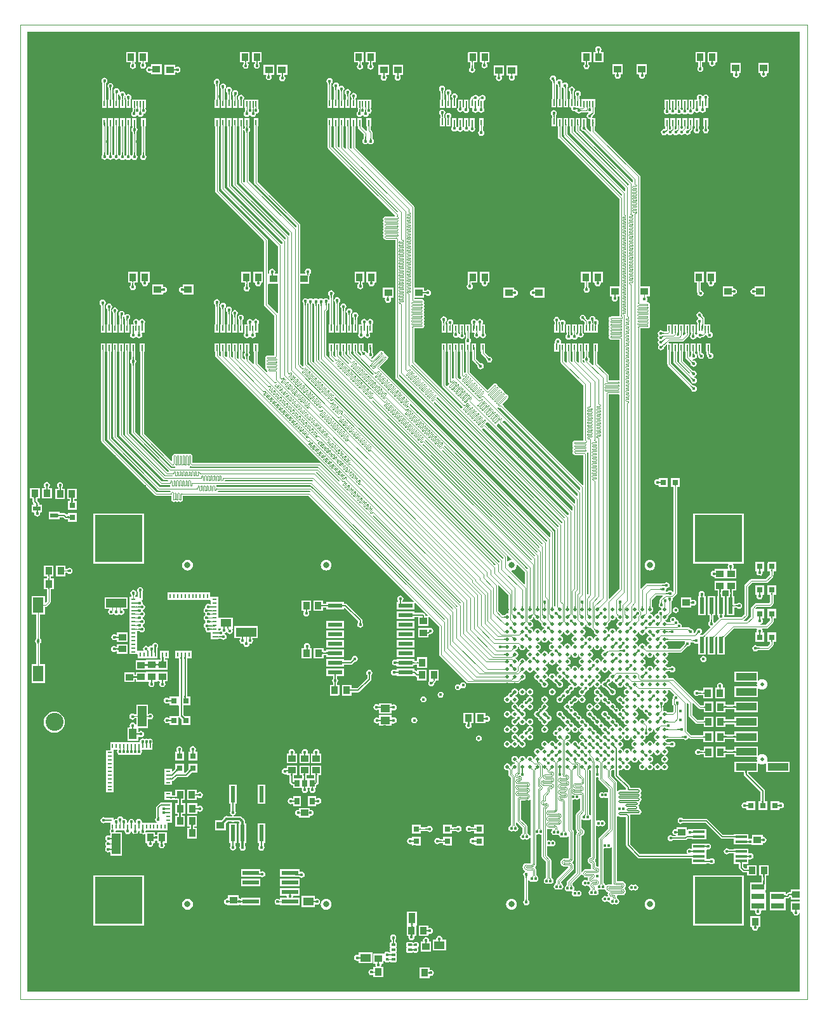
<source format=gtl>
G04 Layer_Physical_Order=1*
G04 Layer_Color=255*
%FSLAX43Y43*%
%MOMM*%
G71*
G01*
G75*
%ADD10C,0.100*%
%ADD11C,0.138*%
G04:AMPARAMS|DCode=12|XSize=0.4mm|YSize=0.5mm|CornerRadius=0.03mm|HoleSize=0mm|Usage=FLASHONLY|Rotation=90.000|XOffset=0mm|YOffset=0mm|HoleType=Round|Shape=RoundedRectangle|*
%AMROUNDEDRECTD12*
21,1,0.400,0.440,0,0,90.0*
21,1,0.340,0.500,0,0,90.0*
1,1,0.060,0.220,0.170*
1,1,0.060,0.220,-0.170*
1,1,0.060,-0.220,-0.170*
1,1,0.060,-0.220,0.170*
%
%ADD12ROUNDEDRECTD12*%
G04:AMPARAMS|DCode=13|XSize=1.1mm|YSize=1.9mm|CornerRadius=0.11mm|HoleSize=0mm|Usage=FLASHONLY|Rotation=0.000|XOffset=0mm|YOffset=0mm|HoleType=Round|Shape=RoundedRectangle|*
%AMROUNDEDRECTD13*
21,1,1.100,1.680,0,0,0.0*
21,1,0.880,1.900,0,0,0.0*
1,1,0.220,0.440,-0.840*
1,1,0.220,-0.440,-0.840*
1,1,0.220,-0.440,0.840*
1,1,0.220,0.440,0.840*
%
%ADD13ROUNDEDRECTD13*%
%ADD14R,1.600X0.350*%
%ADD15R,1.000X0.600*%
%ADD16R,0.650X0.900*%
%ADD17R,1.900X0.600*%
%ADD18R,0.600X2.200*%
%ADD19R,0.950X1.400*%
%ADD20R,0.900X1.000*%
%ADD21R,1.300X1.000*%
%ADD22R,2.200X0.600*%
%ADD23R,2.290X2.290*%
%ADD24R,1.400X2.100*%
%ADD25R,2.750X1.000*%
%ADD26R,0.800X0.800*%
%ADD27R,0.230X0.700*%
%ADD28C,0.500*%
G04:AMPARAMS|DCode=29|XSize=1.3mm|YSize=2.5mm|CornerRadius=0.13mm|HoleSize=0mm|Usage=FLASHONLY|Rotation=0.000|XOffset=0mm|YOffset=0mm|HoleType=Round|Shape=RoundedRectangle|*
%AMROUNDEDRECTD29*
21,1,1.300,2.240,0,0,0.0*
21,1,1.040,2.500,0,0,0.0*
1,1,0.260,0.520,-1.120*
1,1,0.260,-0.520,-1.120*
1,1,0.260,-0.520,1.120*
1,1,0.260,0.520,1.120*
%
%ADD29ROUNDEDRECTD29*%
%ADD30R,0.250X0.600*%
%ADD31R,0.600X0.250*%
G04:AMPARAMS|DCode=32|XSize=2.35mm|YSize=5.35mm|CornerRadius=0.235mm|HoleSize=0mm|Usage=FLASHONLY|Rotation=90.000|XOffset=0mm|YOffset=0mm|HoleType=Round|Shape=RoundedRectangle|*
%AMROUNDEDRECTD32*
21,1,2.350,4.880,0,0,90.0*
21,1,1.880,5.350,0,0,90.0*
1,1,0.470,2.440,0.940*
1,1,0.470,2.440,-0.940*
1,1,0.470,-2.440,-0.940*
1,1,0.470,-2.440,0.940*
%
%ADD32ROUNDEDRECTD32*%
%ADD33R,1.150X2.700*%
%ADD34R,1.050X1.400*%
%ADD35R,1.700X0.800*%
%ADD36R,1.000X0.950*%
%ADD37R,0.950X1.000*%
%ADD38R,2.700X1.150*%
%ADD39R,1.400X1.050*%
%ADD40R,0.800X0.800*%
%ADD41R,1.000X0.900*%
G04:AMPARAMS|DCode=42|XSize=1.3mm|YSize=2.5mm|CornerRadius=0.13mm|HoleSize=0mm|Usage=FLASHONLY|Rotation=270.000|XOffset=0mm|YOffset=0mm|HoleType=Round|Shape=RoundedRectangle|*
%AMROUNDEDRECTD42*
21,1,1.300,2.240,0,0,270.0*
21,1,1.040,2.500,0,0,270.0*
1,1,0.260,-1.120,-0.520*
1,1,0.260,-1.120,0.520*
1,1,0.260,1.120,0.520*
1,1,0.260,1.120,-0.520*
%
%ADD42ROUNDEDRECTD42*%
G04:AMPARAMS|DCode=43|XSize=2.35mm|YSize=5.35mm|CornerRadius=0.235mm|HoleSize=0mm|Usage=FLASHONLY|Rotation=0.000|XOffset=0mm|YOffset=0mm|HoleType=Round|Shape=RoundedRectangle|*
%AMROUNDEDRECTD43*
21,1,2.350,4.880,0,0,0.0*
21,1,1.880,5.350,0,0,0.0*
1,1,0.470,0.940,-2.440*
1,1,0.470,-0.940,-2.440*
1,1,0.470,-0.940,2.440*
1,1,0.470,0.940,2.440*
%
%ADD43ROUNDEDRECTD43*%
%ADD44C,0.143*%
%ADD45C,0.200*%
%ADD46C,0.120*%
%ADD47C,0.300*%
%ADD48C,2.400*%
%ADD49C,0.800*%
%ADD50R,6.350X6.350*%
%ADD51C,0.600*%
%ADD52C,0.400*%
G36*
X94000Y4625D02*
X92800D01*
Y4281D01*
X92600D01*
X92600Y4281D01*
X92483Y4258D01*
X92384Y4191D01*
X92384Y4191D01*
X92238Y4046D01*
X92104D01*
Y4340D01*
X90004D01*
Y3170D01*
X90004Y3070D01*
X90004Y3040D01*
Y1870D01*
X92104D01*
Y3040D01*
X92104Y3140D01*
X92104Y3170D01*
Y3434D01*
X92365D01*
X92365Y3434D01*
X92482Y3457D01*
X92581Y3523D01*
X92700Y3642D01*
X92800Y3605D01*
Y3325D01*
X94000D01*
Y3025D01*
X92800D01*
Y1725D01*
X93025D01*
X93107Y1625D01*
X93092Y1550D01*
X93123Y1394D01*
X93212Y1262D01*
X93344Y1173D01*
X93500Y1142D01*
X93656Y1173D01*
X93788Y1262D01*
X93877Y1394D01*
X93900Y1511D01*
X94000Y1501D01*
Y-9000D01*
X-9000D01*
Y119000D01*
X94000D01*
Y4625D01*
D02*
G37*
G36*
X93003Y3775D02*
X92999Y3794D01*
X92987Y3811D01*
X92967Y3826D01*
X92939Y3839D01*
X92903Y3850D01*
X92859Y3859D01*
X92807Y3866D01*
X92679Y3874D01*
X92603Y3875D01*
Y4075D01*
X92679Y4076D01*
X92859Y4091D01*
X92903Y4100D01*
X92939Y4111D01*
X92967Y4124D01*
X92987Y4139D01*
X92999Y4156D01*
X93003Y4175D01*
Y3775D01*
D02*
G37*
G36*
X91905Y3921D02*
X91917Y3904D01*
X91937Y3889D01*
X91965Y3876D01*
X92001Y3865D01*
X92045Y3856D01*
X92097Y3849D01*
X92225Y3841D01*
X92301Y3840D01*
Y3640D01*
X92225Y3639D01*
X92045Y3624D01*
X92001Y3615D01*
X91965Y3604D01*
X91937Y3591D01*
X91917Y3576D01*
X91905Y3559D01*
X91901Y3540D01*
Y3940D01*
X91905Y3921D01*
D02*
G37*
G36*
X93550Y2144D02*
X93551Y2074D01*
X93562Y1931D01*
X93600D01*
X93590Y1929D01*
X93582Y1923D01*
X93574Y1913D01*
X93568Y1899D01*
X93566Y1891D01*
X93573Y1850D01*
X93583Y1808D01*
X93595Y1771D01*
X93609Y1739D01*
X93624Y1712D01*
X93641Y1691D01*
X93358Y1691D01*
X93376Y1712D01*
X93391Y1739D01*
X93405Y1771D01*
X93417Y1808D01*
X93427Y1850D01*
X93434Y1891D01*
X93432Y1899D01*
X93425Y1913D01*
X93418Y1923D01*
X93409Y1929D01*
X93400Y1931D01*
X93439D01*
X93446Y2010D01*
X93449Y2074D01*
X93450Y2144D01*
X93550Y2144D01*
D02*
G37*
%LPC*%
G36*
X67150Y117083D02*
X66994Y117052D01*
X66862Y116963D01*
X66773Y116831D01*
X66742Y116675D01*
X66773Y116519D01*
X66836Y116425D01*
X66788Y116325D01*
X66503D01*
Y114925D01*
X67803D01*
Y116325D01*
X67512D01*
X67464Y116425D01*
X67527Y116519D01*
X67558Y116675D01*
X67527Y116831D01*
X67438Y116963D01*
X67306Y117052D01*
X67150Y117083D01*
D02*
G37*
G36*
X82991Y116325D02*
X81691D01*
Y114925D01*
X81879D01*
X81943Y114848D01*
X81933Y114800D01*
X81964Y114644D01*
X82053Y114512D01*
X82185Y114423D01*
X82341Y114392D01*
X82497Y114423D01*
X82629Y114512D01*
X82718Y114644D01*
X82749Y114800D01*
X82739Y114848D01*
X82803Y114925D01*
X82991D01*
Y116325D01*
D02*
G37*
G36*
X8875Y114675D02*
X7475D01*
Y114404D01*
X7393Y114353D01*
X7375Y114353D01*
X7225Y114383D01*
X7069Y114352D01*
X6937Y114263D01*
X6848Y114131D01*
X6817Y113975D01*
X6848Y113819D01*
X6937Y113687D01*
X7069Y113598D01*
X7225Y113567D01*
X7375Y113597D01*
X7393Y113597D01*
X7475Y113546D01*
Y113325D01*
X8875D01*
Y114675D01*
D02*
G37*
G36*
X52615Y116325D02*
X51315D01*
Y114925D01*
X51611D01*
X51637Y114880D01*
X51653Y114825D01*
X51573Y114706D01*
X51542Y114550D01*
X51573Y114394D01*
X51662Y114262D01*
X51794Y114173D01*
X51950Y114142D01*
X52106Y114173D01*
X52238Y114262D01*
X52327Y114394D01*
X52358Y114550D01*
X52327Y114706D01*
X52247Y114825D01*
X52263Y114880D01*
X52289Y114925D01*
X52615D01*
Y116325D01*
D02*
G37*
G36*
X7050D02*
X5750D01*
Y114925D01*
X6120D01*
X6129Y114825D01*
X6112Y114813D01*
X6023Y114681D01*
X5992Y114525D01*
X6023Y114369D01*
X6112Y114237D01*
X6244Y114148D01*
X6400Y114117D01*
X6556Y114148D01*
X6688Y114237D01*
X6777Y114369D01*
X6808Y114525D01*
X6777Y114681D01*
X6688Y114813D01*
X6671Y114825D01*
X6680Y114925D01*
X7050D01*
Y116325D01*
D02*
G37*
G36*
X22238D02*
X20938D01*
Y114925D01*
X21320D01*
Y114811D01*
X21287Y114788D01*
X21198Y114656D01*
X21167Y114500D01*
X21198Y114344D01*
X21287Y114212D01*
X21419Y114123D01*
X21575Y114092D01*
X21731Y114123D01*
X21863Y114212D01*
X21952Y114344D01*
X21983Y114500D01*
X21952Y114656D01*
X21863Y114788D01*
X21830Y114811D01*
Y114925D01*
X22238D01*
Y116325D01*
D02*
G37*
G36*
X20638D02*
X19338D01*
Y114925D01*
X19845D01*
Y114811D01*
X19812Y114788D01*
X19723Y114656D01*
X19692Y114500D01*
X19723Y114344D01*
X19812Y114212D01*
X19944Y114123D01*
X20100Y114092D01*
X20256Y114123D01*
X20388Y114212D01*
X20477Y114344D01*
X20508Y114500D01*
X20477Y114656D01*
X20388Y114788D01*
X20355Y114811D01*
Y114925D01*
X20638D01*
Y116325D01*
D02*
G37*
G36*
X5450D02*
X4150D01*
Y114925D01*
X4795D01*
Y114786D01*
X4762Y114763D01*
X4673Y114631D01*
X4642Y114475D01*
X4673Y114319D01*
X4762Y114187D01*
X4894Y114098D01*
X5050Y114067D01*
X5206Y114098D01*
X5338Y114187D01*
X5427Y114319D01*
X5458Y114475D01*
X5427Y114631D01*
X5338Y114763D01*
X5305Y114786D01*
Y114925D01*
X5450D01*
Y116325D01*
D02*
G37*
G36*
X66203D02*
X64903D01*
Y114925D01*
X65298D01*
Y114763D01*
X65262Y114738D01*
X65173Y114606D01*
X65142Y114450D01*
X65173Y114294D01*
X65262Y114162D01*
X65394Y114073D01*
X65550Y114042D01*
X65706Y114073D01*
X65838Y114162D01*
X65927Y114294D01*
X65958Y114450D01*
X65927Y114606D01*
X65838Y114738D01*
X65808Y114759D01*
Y114925D01*
X66203D01*
Y116325D01*
D02*
G37*
G36*
X37426D02*
X36126D01*
Y114925D01*
X36495D01*
Y114711D01*
X36462Y114688D01*
X36373Y114556D01*
X36342Y114400D01*
X36373Y114244D01*
X36462Y114112D01*
X36594Y114023D01*
X36750Y113992D01*
X36906Y114023D01*
X37038Y114112D01*
X37127Y114244D01*
X37158Y114400D01*
X37127Y114556D01*
X37038Y114688D01*
X37005Y114711D01*
Y114925D01*
X37426D01*
Y116325D01*
D02*
G37*
G36*
X35826D02*
X34526D01*
Y114925D01*
X35095D01*
Y114686D01*
X35062Y114663D01*
X34973Y114531D01*
X34942Y114375D01*
X34973Y114219D01*
X35062Y114087D01*
X35194Y113998D01*
X35350Y113967D01*
X35506Y113998D01*
X35638Y114087D01*
X35727Y114219D01*
X35758Y114375D01*
X35727Y114531D01*
X35638Y114663D01*
X35605Y114686D01*
Y114925D01*
X35826D01*
Y116325D01*
D02*
G37*
G36*
X81391D02*
X80091D01*
Y114925D01*
X80495D01*
Y114386D01*
X80462Y114363D01*
X80373Y114231D01*
X80342Y114075D01*
X80373Y113919D01*
X80462Y113787D01*
X80594Y113698D01*
X80750Y113667D01*
X80906Y113698D01*
X81038Y113787D01*
X81127Y113919D01*
X81158Y114075D01*
X81127Y114231D01*
X81038Y114363D01*
X81005Y114386D01*
Y114925D01*
X81391D01*
Y116325D01*
D02*
G37*
G36*
X10675Y114650D02*
X9275D01*
Y113300D01*
X10675D01*
Y113591D01*
X10775Y113644D01*
X10844Y113598D01*
X11000Y113567D01*
X11156Y113598D01*
X11288Y113687D01*
X11377Y113819D01*
X11408Y113975D01*
X11377Y114131D01*
X11288Y114263D01*
X11156Y114352D01*
X11000Y114383D01*
X10844Y114352D01*
X10775Y114306D01*
X10675Y114359D01*
Y114650D01*
D02*
G37*
G36*
X51015Y116325D02*
X49715D01*
Y114925D01*
X50045D01*
Y114261D01*
X50012Y114238D01*
X49923Y114106D01*
X49892Y113950D01*
X49923Y113794D01*
X50012Y113662D01*
X50144Y113573D01*
X50300Y113542D01*
X50456Y113573D01*
X50588Y113662D01*
X50677Y113794D01*
X50708Y113950D01*
X50677Y114106D01*
X50588Y114238D01*
X50555Y114261D01*
Y114925D01*
X51015D01*
Y116325D01*
D02*
G37*
G36*
X89886Y114873D02*
X88486D01*
Y113523D01*
X88729D01*
X88792Y113446D01*
X88778Y113373D01*
X88809Y113217D01*
X88897Y113085D01*
X89029Y112996D01*
X89185Y112965D01*
X89342Y112996D01*
X89474Y113085D01*
X89562Y113217D01*
X89593Y113373D01*
X89579Y113446D01*
X89642Y113523D01*
X89886D01*
Y114873D01*
D02*
G37*
G36*
X86160D02*
X84760D01*
Y113523D01*
X85082D01*
X85142Y113423D01*
X85117Y113300D01*
X85148Y113144D01*
X85237Y113012D01*
X85369Y112923D01*
X85525Y112892D01*
X85681Y112923D01*
X85813Y113012D01*
X85902Y113144D01*
X85933Y113300D01*
X85908Y113423D01*
X85968Y113523D01*
X86160D01*
Y114873D01*
D02*
G37*
G36*
X73636Y114748D02*
X72236D01*
Y113398D01*
X72532D01*
X72592Y113298D01*
X72567Y113175D01*
X72598Y113019D01*
X72687Y112887D01*
X72819Y112798D01*
X72975Y112767D01*
X73131Y112798D01*
X73263Y112887D01*
X73352Y113019D01*
X73383Y113175D01*
X73358Y113298D01*
X73418Y113398D01*
X73636D01*
Y114748D01*
D02*
G37*
G36*
X70411D02*
X69011D01*
Y113398D01*
X69304D01*
X69344Y113322D01*
X69347Y113298D01*
X69317Y113150D01*
X69348Y112994D01*
X69437Y112862D01*
X69569Y112773D01*
X69725Y112742D01*
X69881Y112773D01*
X70013Y112862D01*
X70102Y112994D01*
X70133Y113150D01*
X70103Y113298D01*
X70106Y113322D01*
X70146Y113398D01*
X70411D01*
Y114748D01*
D02*
G37*
G36*
X23900Y114650D02*
X22500D01*
Y113300D01*
X22791D01*
X22844Y113200D01*
X22798Y113131D01*
X22767Y112975D01*
X22798Y112819D01*
X22887Y112687D01*
X23019Y112598D01*
X23175Y112567D01*
X23331Y112598D01*
X23463Y112687D01*
X23552Y112819D01*
X23583Y112975D01*
X23552Y113131D01*
X23506Y113200D01*
X23559Y113300D01*
X23900D01*
Y114650D01*
D02*
G37*
G36*
X41100Y114625D02*
X39700D01*
Y113275D01*
X40013D01*
X40061Y113175D01*
X39998Y113081D01*
X39967Y112925D01*
X39998Y112769D01*
X40087Y112637D01*
X40219Y112548D01*
X40375Y112517D01*
X40531Y112548D01*
X40663Y112637D01*
X40752Y112769D01*
X40783Y112925D01*
X40752Y113081D01*
X40689Y113175D01*
X40737Y113275D01*
X41100D01*
Y114625D01*
D02*
G37*
G36*
X39225D02*
X37825D01*
Y113275D01*
X38163D01*
X38211Y113175D01*
X38148Y113081D01*
X38117Y112925D01*
X38148Y112769D01*
X38237Y112637D01*
X38369Y112548D01*
X38525Y112517D01*
X38681Y112548D01*
X38813Y112637D01*
X38902Y112769D01*
X38933Y112925D01*
X38902Y113081D01*
X38839Y113175D01*
X38887Y113275D01*
X39225D01*
Y114625D01*
D02*
G37*
G36*
X56300Y114550D02*
X54900D01*
Y113200D01*
X55199D01*
X55253Y113100D01*
X55223Y113056D01*
X55192Y112900D01*
X55223Y112744D01*
X55312Y112612D01*
X55444Y112523D01*
X55600Y112492D01*
X55756Y112523D01*
X55888Y112612D01*
X55977Y112744D01*
X56008Y112900D01*
X55977Y113056D01*
X55947Y113100D01*
X56001Y113200D01*
X56300D01*
Y114550D01*
D02*
G37*
G36*
X54579Y114548D02*
X53180D01*
Y113198D01*
X53490D01*
X53543Y113098D01*
X53498Y113031D01*
X53467Y112875D01*
X53498Y112719D01*
X53587Y112587D01*
X53719Y112498D01*
X53875Y112467D01*
X54031Y112498D01*
X54163Y112587D01*
X54252Y112719D01*
X54283Y112875D01*
X54252Y113031D01*
X54207Y113098D01*
X54260Y113198D01*
X54579D01*
Y114548D01*
D02*
G37*
G36*
X25650Y114650D02*
X24250D01*
Y113300D01*
X24720D01*
Y113136D01*
X24687Y113113D01*
X24598Y112981D01*
X24567Y112825D01*
X24598Y112669D01*
X24687Y112537D01*
X24819Y112448D01*
X24975Y112417D01*
X25131Y112448D01*
X25263Y112537D01*
X25352Y112669D01*
X25383Y112825D01*
X25352Y112981D01*
X25263Y113113D01*
X25230Y113136D01*
Y113300D01*
X25650D01*
Y114650D01*
D02*
G37*
G36*
X81475Y110683D02*
X81319Y110652D01*
X81187Y110563D01*
X81135Y110486D01*
X81015D01*
X80963Y110563D01*
X80831Y110652D01*
X80675Y110683D01*
X80519Y110652D01*
X80387Y110563D01*
X80298Y110431D01*
X80267Y110275D01*
X80298Y110119D01*
X80319Y110088D01*
X80272Y110000D01*
X79957D01*
X79954Y109991D01*
Y109800D01*
X79960Y109796D01*
X79969Y109794D01*
X79954D01*
Y108900D01*
X79954Y108900D01*
X79954D01*
X79911Y108818D01*
X79886Y108781D01*
X79885Y108775D01*
X79778Y108742D01*
X79724Y108786D01*
Y108900D01*
X79784D01*
Y109794D01*
X79769D01*
X79779Y109796D01*
X79784Y109800D01*
Y110000D01*
X79157D01*
X79154Y109991D01*
Y109800D01*
X79160Y109796D01*
X79169Y109794D01*
X79154D01*
Y108900D01*
X79214D01*
Y108732D01*
X79187Y108713D01*
X79135Y108636D01*
X79015D01*
X78963Y108713D01*
X78924Y108740D01*
Y108900D01*
X78984D01*
Y109794D01*
X78969D01*
X78979Y109796D01*
X78984Y109800D01*
Y110000D01*
X78357D01*
X78354Y109991D01*
Y109800D01*
X78360Y109796D01*
X78369Y109794D01*
X78354D01*
Y108900D01*
X78414D01*
Y108732D01*
X78387Y108713D01*
X78327Y108624D01*
X78211Y108617D01*
X78211Y108617D01*
X78163Y108688D01*
X78124Y108715D01*
Y108900D01*
X78184D01*
Y109794D01*
X78169D01*
X78179Y109796D01*
X78184Y109800D01*
Y110000D01*
X77557D01*
X77554Y109991D01*
Y109800D01*
X77560Y109796D01*
X77569Y109794D01*
X77554D01*
Y108900D01*
X77614D01*
Y108707D01*
X77587Y108688D01*
X77531Y108606D01*
X77415Y108609D01*
X77357Y108694D01*
X77324Y108717D01*
Y108900D01*
X77384D01*
Y109794D01*
X77369D01*
X77379Y109796D01*
X77384Y109800D01*
Y110000D01*
X76757D01*
X76754Y109991D01*
Y109800D01*
X76760Y109796D01*
X76769Y109794D01*
X76754D01*
Y108900D01*
X76814D01*
Y108717D01*
X76781Y108694D01*
X76730Y108619D01*
X76610D01*
X76563Y108688D01*
X76524Y108715D01*
Y108900D01*
X76584D01*
Y109794D01*
X76569D01*
X76579Y109796D01*
X76584Y109800D01*
Y110000D01*
X75957D01*
X75954Y109991D01*
Y109800D01*
X75960Y109796D01*
X75969Y109794D01*
X75954D01*
Y108900D01*
X76014D01*
Y108707D01*
X75987Y108688D01*
X75898Y108556D01*
X75867Y108400D01*
X75898Y108244D01*
X75987Y108112D01*
X76119Y108023D01*
X76275Y107992D01*
X76431Y108023D01*
X76563Y108112D01*
X76614Y108187D01*
X76734D01*
X76781Y108118D01*
X76913Y108029D01*
X77069Y107998D01*
X77225Y108029D01*
X77357Y108118D01*
X77413Y108200D01*
X77530Y108197D01*
X77587Y108112D01*
X77719Y108023D01*
X77875Y107992D01*
X78031Y108023D01*
X78163Y108112D01*
X78223Y108201D01*
X78339Y108208D01*
X78339Y108208D01*
X78387Y108137D01*
X78519Y108048D01*
X78675Y108017D01*
X78831Y108048D01*
X78963Y108137D01*
X79015Y108214D01*
X79135D01*
X79187Y108137D01*
X79319Y108048D01*
X79475Y108017D01*
X79631Y108048D01*
X79763Y108137D01*
X79852Y108269D01*
X79863Y108324D01*
X79969Y108345D01*
X79975Y108337D01*
X80107Y108248D01*
X80263Y108217D01*
X80419Y108248D01*
X80551Y108337D01*
X80603Y108414D01*
X80723D01*
X80775Y108337D01*
X80907Y108248D01*
X81063Y108217D01*
X81219Y108248D01*
X81351Y108337D01*
X81440Y108469D01*
X81471Y108625D01*
X81440Y108781D01*
X81419Y108812D01*
X81466Y108900D01*
X81781D01*
X81784Y108909D01*
Y109097D01*
X81779Y109101D01*
X81769Y109103D01*
X81784D01*
Y110000D01*
X81784Y110000D01*
X81784D01*
X81827Y110082D01*
X81852Y110119D01*
X81883Y110275D01*
X81852Y110431D01*
X81763Y110563D01*
X81631Y110652D01*
X81475Y110683D01*
D02*
G37*
G36*
X51700Y110608D02*
X51544Y110577D01*
X51412Y110488D01*
X51389Y110455D01*
X51350D01*
X51252Y110435D01*
X51170Y110380D01*
X51133Y110384D01*
X51063Y110488D01*
X50931Y110577D01*
X50775Y110608D01*
X50619Y110577D01*
X50487Y110488D01*
X50464Y110455D01*
X50450D01*
X50352Y110435D01*
X50270Y110380D01*
X50144Y110254D01*
X50089Y110172D01*
X50069Y110074D01*
Y110000D01*
X50009D01*
Y108900D01*
X50322D01*
X50369Y108812D01*
X50348Y108781D01*
X50317Y108625D01*
X50348Y108469D01*
X50437Y108337D01*
X50569Y108248D01*
X50725Y108217D01*
X50881Y108248D01*
X51013Y108337D01*
X51065Y108414D01*
X51185D01*
X51237Y108337D01*
X51369Y108248D01*
X51525Y108217D01*
X51681Y108248D01*
X51813Y108337D01*
X51902Y108469D01*
X51933Y108625D01*
X51902Y108781D01*
X51879Y108815D01*
X51839Y108900D01*
X51839D01*
X51839Y108900D01*
Y109820D01*
X51856Y109823D01*
X51988Y109912D01*
X52077Y110044D01*
X52108Y110200D01*
X52077Y110356D01*
X51988Y110488D01*
X51856Y110577D01*
X51700Y110608D01*
D02*
G37*
G36*
X2890Y111493D02*
X2734Y111462D01*
X2601Y111374D01*
X2513Y111241D01*
X2482Y111085D01*
X2513Y110929D01*
X2592Y110811D01*
Y110000D01*
X2532D01*
Y108900D01*
X3162D01*
Y110000D01*
X3102D01*
Y110710D01*
X3151Y110743D01*
X3242Y110688D01*
X3273Y110532D01*
X3362Y110400D01*
X3392Y110379D01*
Y110000D01*
X3332D01*
Y108900D01*
X3962D01*
Y110000D01*
X3902D01*
Y110375D01*
X3938Y110400D01*
X3969Y110446D01*
X4063Y110407D01*
X4042Y110300D01*
X4073Y110144D01*
X4109Y110091D01*
X4132Y110000D01*
X4132Y110000D01*
X4132D01*
X4132Y110000D01*
Y108900D01*
X4762D01*
Y110000D01*
X4762Y110000D01*
X4762D01*
X4791Y110091D01*
X4827Y110144D01*
X4858Y110300D01*
X4827Y110456D01*
X4738Y110588D01*
X4606Y110677D01*
X4450Y110708D01*
X4294Y110677D01*
X4162Y110588D01*
X4131Y110542D01*
X4037Y110581D01*
X4058Y110688D01*
X4027Y110844D01*
X3938Y110977D01*
X3806Y111065D01*
X3650Y111096D01*
X3494Y111065D01*
X3381Y110989D01*
X3309Y111021D01*
X3288Y111039D01*
X3298Y111085D01*
X3267Y111241D01*
X3178Y111374D01*
X3046Y111462D01*
X2890Y111493D01*
D02*
G37*
G36*
X49839Y110000D02*
X49209D01*
Y108969D01*
X49178Y108943D01*
X49048Y108962D01*
X49039Y108975D01*
Y110000D01*
X48409D01*
Y108972D01*
X48348Y108881D01*
X48317Y108725D01*
X48348Y108569D01*
X48437Y108437D01*
X48569Y108348D01*
X48725Y108317D01*
X48881Y108348D01*
X49013Y108437D01*
X49027Y108456D01*
X49131Y108432D01*
X49212Y108312D01*
X49344Y108223D01*
X49500Y108192D01*
X49656Y108223D01*
X49788Y108312D01*
X49877Y108444D01*
X49908Y108600D01*
X49877Y108756D01*
X49846Y108803D01*
X49839Y108900D01*
X49839Y108900D01*
Y110000D01*
D02*
G37*
G36*
X61075Y113208D02*
X60919Y113177D01*
X60787Y113088D01*
X60698Y112956D01*
X60667Y112800D01*
X60698Y112644D01*
X60787Y112512D01*
X60919Y112423D01*
X60945Y112418D01*
Y110025D01*
X60885D01*
Y108925D01*
X61515D01*
Y110025D01*
X61455D01*
Y112201D01*
X61555Y112211D01*
X61573Y112119D01*
X61662Y111987D01*
X61745Y111931D01*
Y110025D01*
X61685D01*
Y108925D01*
X62315D01*
Y110025D01*
X62255D01*
Y111616D01*
X62355Y111647D01*
X62412Y111562D01*
X62544Y111473D01*
X62545Y111473D01*
Y110025D01*
X62485D01*
Y108925D01*
X63115D01*
Y110025D01*
X63055D01*
Y111661D01*
X63077Y111694D01*
X63108Y111850D01*
X63077Y112006D01*
X62988Y112138D01*
X62856Y112227D01*
X62700Y112258D01*
X62544Y112227D01*
X62436Y112155D01*
X62347Y112201D01*
X62344Y112204D01*
X62358Y112275D01*
X62327Y112431D01*
X62238Y112563D01*
X62106Y112652D01*
X61950Y112683D01*
X61794Y112652D01*
X61662Y112563D01*
X61573Y112431D01*
X61555Y112339D01*
X61455Y112349D01*
Y112659D01*
X61483Y112800D01*
X61452Y112956D01*
X61363Y113088D01*
X61231Y113177D01*
X61075Y113208D01*
D02*
G37*
G36*
X47950Y110833D02*
X47794Y110802D01*
X47662Y110713D01*
X47573Y110581D01*
X47542Y110425D01*
X47573Y110269D01*
X47662Y110137D01*
X47695Y110114D01*
Y110000D01*
X47609D01*
Y108900D01*
X48239D01*
Y110000D01*
X48205D01*
Y110114D01*
X48238Y110137D01*
X48327Y110269D01*
X48358Y110425D01*
X48327Y110581D01*
X48238Y110713D01*
X48106Y110802D01*
X47950Y110833D01*
D02*
G37*
G36*
X47125Y111333D02*
X46969Y111302D01*
X46837Y111213D01*
X46748Y111081D01*
X46717Y110925D01*
X46748Y110769D01*
X46837Y110637D01*
X46870Y110614D01*
Y110000D01*
X46809D01*
Y108900D01*
X47439D01*
Y110000D01*
X47380D01*
Y110614D01*
X47413Y110637D01*
X47502Y110769D01*
X47533Y110925D01*
X47502Y111081D01*
X47413Y111213D01*
X47281Y111302D01*
X47125Y111333D01*
D02*
G37*
G36*
X46300Y111833D02*
X46144Y111802D01*
X46012Y111713D01*
X45923Y111581D01*
X45892Y111425D01*
X45923Y111269D01*
X46012Y111137D01*
X46045Y111114D01*
Y110000D01*
X46009D01*
Y108900D01*
X46639D01*
Y110000D01*
X46555D01*
Y111114D01*
X46588Y111137D01*
X46677Y111269D01*
X46708Y111425D01*
X46677Y111581D01*
X46588Y111713D01*
X46456Y111802D01*
X46300Y111833D01*
D02*
G37*
G36*
X34500Y110883D02*
X34344Y110852D01*
X34212Y110763D01*
X34123Y110631D01*
X34092Y110475D01*
X34123Y110319D01*
X34212Y110187D01*
X34243Y110165D01*
Y110000D01*
X34183D01*
Y108900D01*
X34813D01*
Y110000D01*
X34753D01*
Y110163D01*
X34788Y110187D01*
X34877Y110319D01*
X34908Y110475D01*
X34877Y110631D01*
X34788Y110763D01*
X34656Y110852D01*
X34500Y110883D01*
D02*
G37*
G36*
X33700Y111383D02*
X33544Y111352D01*
X33412Y111263D01*
X33323Y111131D01*
X33292Y110975D01*
X33323Y110819D01*
X33412Y110687D01*
X33443Y110665D01*
Y110000D01*
X33383D01*
Y108900D01*
X34013D01*
Y110000D01*
X33953D01*
Y110663D01*
X33988Y110687D01*
X34077Y110819D01*
X34108Y110975D01*
X34077Y111131D01*
X33988Y111263D01*
X33856Y111352D01*
X33700Y111383D01*
D02*
G37*
G36*
X32125Y112283D02*
X31969Y112252D01*
X31837Y112163D01*
X31748Y112031D01*
X31717Y111875D01*
X31748Y111719D01*
X31837Y111587D01*
X31843Y111582D01*
Y110000D01*
X31783D01*
Y108900D01*
X32413D01*
Y110000D01*
X32353D01*
Y111476D01*
X32373Y111488D01*
X32412Y111472D01*
X32471Y111431D01*
X32498Y111294D01*
X32587Y111162D01*
X32643Y111124D01*
Y110000D01*
X32583D01*
Y108900D01*
X33213D01*
Y110000D01*
X33153D01*
Y111155D01*
X33163Y111162D01*
X33252Y111294D01*
X33283Y111450D01*
X33252Y111606D01*
X33163Y111738D01*
X33031Y111827D01*
X32875Y111858D01*
X32719Y111827D01*
X32611Y111755D01*
X32522Y111801D01*
X32519Y111804D01*
X32533Y111875D01*
X32502Y112031D01*
X32413Y112163D01*
X32281Y112252D01*
X32125Y112283D01*
D02*
G37*
G36*
X31275Y112858D02*
X31119Y112827D01*
X30987Y112738D01*
X30898Y112606D01*
X30867Y112450D01*
X30898Y112294D01*
X30987Y112162D01*
X31020Y112139D01*
Y110000D01*
X30983D01*
Y108900D01*
X31613D01*
Y110000D01*
X31530D01*
Y112139D01*
X31563Y112162D01*
X31652Y112294D01*
X31683Y112450D01*
X31652Y112606D01*
X31563Y112738D01*
X31431Y112827D01*
X31275Y112858D01*
D02*
G37*
G36*
X19475Y110633D02*
X19319Y110602D01*
X19187Y110513D01*
X19098Y110381D01*
X19067Y110225D01*
X19098Y110069D01*
X19158Y109980D01*
Y108900D01*
X19788D01*
Y109973D01*
X19852Y110069D01*
X19883Y110225D01*
X19852Y110381D01*
X19763Y110513D01*
X19631Y110602D01*
X19475Y110633D01*
D02*
G37*
G36*
X18701Y111238D02*
X18545Y111207D01*
X18413Y111119D01*
X18324Y110986D01*
X18293Y110830D01*
X18324Y110674D01*
X18413Y110542D01*
X18418Y110539D01*
Y110000D01*
X18358D01*
Y108900D01*
X18988D01*
Y110000D01*
X18928D01*
Y110501D01*
X18989Y110542D01*
X19078Y110674D01*
X19109Y110830D01*
X19078Y110986D01*
X18989Y111119D01*
X18857Y111207D01*
X18701Y111238D01*
D02*
G37*
G36*
X17875Y111658D02*
X17719Y111627D01*
X17587Y111538D01*
X17498Y111406D01*
X17467Y111250D01*
X17498Y111094D01*
X17587Y110962D01*
X17618Y110941D01*
Y110000D01*
X17558D01*
Y108900D01*
X18188D01*
Y110000D01*
X18128D01*
Y110938D01*
X18163Y110962D01*
X18252Y111094D01*
X18283Y111250D01*
X18252Y111406D01*
X18163Y111538D01*
X18031Y111627D01*
X17875Y111658D01*
D02*
G37*
G36*
X17075Y112133D02*
X16919Y112102D01*
X16787Y112013D01*
X16698Y111881D01*
X16667Y111725D01*
X16698Y111569D01*
X16787Y111437D01*
X16820Y111414D01*
Y110000D01*
X16758D01*
Y108900D01*
X17388D01*
Y110000D01*
X17330D01*
Y111414D01*
X17363Y111437D01*
X17452Y111569D01*
X17483Y111725D01*
X17452Y111881D01*
X17363Y112013D01*
X17231Y112102D01*
X17075Y112133D01*
D02*
G37*
G36*
X16250Y112758D02*
X16094Y112727D01*
X15962Y112638D01*
X15873Y112506D01*
X15842Y112350D01*
X15873Y112194D01*
X15962Y112062D01*
X15995Y112039D01*
Y110000D01*
X15958D01*
Y108900D01*
X16588D01*
Y110000D01*
X16505D01*
Y112039D01*
X16538Y112062D01*
X16627Y112194D01*
X16658Y112350D01*
X16627Y112506D01*
X16538Y112638D01*
X16406Y112727D01*
X16250Y112758D01*
D02*
G37*
G36*
X2050Y112208D02*
X1894Y112177D01*
X1762Y112088D01*
X1673Y111956D01*
X1642Y111800D01*
X1673Y111644D01*
X1762Y111512D01*
X1792Y111491D01*
Y110000D01*
X1732D01*
Y108900D01*
X2362D01*
Y110000D01*
X2302D01*
Y111487D01*
X2338Y111512D01*
X2427Y111644D01*
X2458Y111800D01*
X2427Y111956D01*
X2338Y112088D01*
X2206Y112177D01*
X2050Y112208D01*
D02*
G37*
G36*
X1251Y112907D02*
X1095Y112876D01*
X962Y112788D01*
X874Y112655D01*
X843Y112499D01*
X874Y112343D01*
X962Y112211D01*
X992Y112191D01*
Y110000D01*
X932D01*
Y108900D01*
X1562D01*
Y110000D01*
X1502D01*
Y112186D01*
X1539Y112211D01*
X1627Y112343D01*
X1658Y112499D01*
X1627Y112655D01*
X1539Y112788D01*
X1407Y112876D01*
X1251Y112907D01*
D02*
G37*
G36*
X36813Y110000D02*
X34983D01*
Y108900D01*
X35043D01*
Y108425D01*
X34988Y108388D01*
X34900Y108256D01*
X34869Y108100D01*
X34900Y107944D01*
X34988Y107812D01*
X35120Y107723D01*
X35276Y107692D01*
X35433Y107723D01*
X35565Y107812D01*
X35633Y107914D01*
X35644Y107918D01*
X35734D01*
X35745Y107914D01*
X35813Y107812D01*
X35945Y107723D01*
X36101Y107692D01*
X36258Y107723D01*
X36390Y107812D01*
X36478Y107944D01*
X36508Y108093D01*
X36658Y108123D01*
X36790Y108212D01*
X36878Y108344D01*
X36909Y108500D01*
X36878Y108656D01*
X36790Y108788D01*
X36772Y108800D01*
X36788Y108900D01*
X36813D01*
Y110000D01*
D02*
G37*
G36*
X21788D02*
X19958D01*
Y108900D01*
X20018D01*
Y108425D01*
X19962Y108388D01*
X19874Y108256D01*
X19843Y108100D01*
X19874Y107944D01*
X19962Y107812D01*
X20095Y107723D01*
X20251Y107692D01*
X20407Y107723D01*
X20539Y107812D01*
X20608Y107914D01*
X20618Y107918D01*
X20708D01*
X20719Y107914D01*
X20787Y107812D01*
X20920Y107723D01*
X21076Y107692D01*
X21232Y107723D01*
X21364Y107812D01*
X21453Y107944D01*
X21482Y108093D01*
X21632Y108123D01*
X21764Y108212D01*
X21853Y108344D01*
X21884Y108500D01*
X21853Y108656D01*
X21764Y108788D01*
X21747Y108800D01*
X21763Y108900D01*
X21788D01*
Y110000D01*
D02*
G37*
G36*
X6762D02*
X4932D01*
Y108900D01*
X4992D01*
Y108425D01*
X4937Y108388D01*
X4848Y108256D01*
X4817Y108100D01*
X4848Y107944D01*
X4937Y107812D01*
X5069Y107723D01*
X5225Y107692D01*
X5381Y107723D01*
X5513Y107812D01*
X5582Y107914D01*
X5592Y107918D01*
X5683D01*
X5693Y107914D01*
X5762Y107812D01*
X5894Y107723D01*
X6050Y107692D01*
X6206Y107723D01*
X6338Y107812D01*
X6427Y107944D01*
X6457Y108093D01*
X6606Y108123D01*
X6738Y108212D01*
X6827Y108344D01*
X6858Y108500D01*
X6827Y108656D01*
X6738Y108788D01*
X6721Y108800D01*
X6737Y108900D01*
X6762D01*
Y110000D01*
D02*
G37*
G36*
X61200Y108583D02*
X61044Y108552D01*
X60912Y108463D01*
X60823Y108331D01*
X60792Y108175D01*
X60823Y108019D01*
X60912Y107887D01*
X60945Y107864D01*
Y107525D01*
X60885D01*
Y106425D01*
X61515D01*
Y107525D01*
X61455D01*
Y107864D01*
X61488Y107887D01*
X61577Y108019D01*
X61608Y108175D01*
X61577Y108331D01*
X61488Y108463D01*
X61356Y108552D01*
X61200Y108583D01*
D02*
G37*
G36*
X47125Y108208D02*
X46969Y108177D01*
X46837Y108088D01*
X46748Y107956D01*
X46717Y107800D01*
X46748Y107644D01*
X46784Y107590D01*
X46809Y107500D01*
X46809Y107500D01*
X46809D01*
X46809Y107500D01*
Y106400D01*
X47439D01*
Y107500D01*
X47439Y107500D01*
X47439D01*
X47439Y107500D01*
X47465Y107589D01*
X47502Y107644D01*
X47533Y107800D01*
X47502Y107956D01*
X47413Y108088D01*
X47281Y108177D01*
X47125Y108208D01*
D02*
G37*
G36*
X46325Y108658D02*
X46169Y108627D01*
X46037Y108538D01*
X45948Y108406D01*
X45917Y108250D01*
X45948Y108094D01*
X46037Y107962D01*
X46070Y107939D01*
Y107675D01*
X46070Y107675D01*
Y107500D01*
X46009D01*
Y106400D01*
X46639D01*
Y107500D01*
X46580D01*
Y107675D01*
X46580Y107675D01*
Y107939D01*
X46613Y107962D01*
X46702Y108094D01*
X46733Y108250D01*
X46702Y108406D01*
X46613Y108538D01*
X46481Y108627D01*
X46325Y108658D01*
D02*
G37*
G36*
X50639Y107500D02*
X50009D01*
Y106416D01*
X49985Y106384D01*
X49860Y106379D01*
X49839Y106400D01*
Y107500D01*
X49209D01*
Y106400D01*
X49173Y106355D01*
X49062Y106360D01*
X49039Y106408D01*
Y107500D01*
X48409D01*
Y106409D01*
X48385Y106360D01*
X48274Y106354D01*
X48239Y106400D01*
Y107500D01*
X47609D01*
Y106400D01*
X47609Y106400D01*
X47609D01*
X47571Y106315D01*
X47548Y106281D01*
X47517Y106125D01*
X47548Y105969D01*
X47637Y105837D01*
X47769Y105748D01*
X47925Y105717D01*
X48081Y105748D01*
X48213Y105837D01*
X48261Y105908D01*
X48261Y105908D01*
X48377Y105901D01*
X48437Y105812D01*
X48569Y105723D01*
X48725Y105692D01*
X48881Y105723D01*
X49013Y105812D01*
X49073Y105901D01*
X49189Y105908D01*
X49189Y105908D01*
X49237Y105837D01*
X49369Y105748D01*
X49525Y105717D01*
X49681Y105748D01*
X49813Y105837D01*
X49838Y105874D01*
X49956Y105870D01*
X50012Y105787D01*
X50144Y105698D01*
X50300Y105667D01*
X50456Y105698D01*
X50588Y105787D01*
X50677Y105919D01*
X50708Y106075D01*
X50677Y106231D01*
X50631Y106300D01*
X50639Y106400D01*
X50639Y106400D01*
Y107500D01*
D02*
G37*
G36*
X79784D02*
X79157D01*
X79154Y107491D01*
Y107300D01*
X79160Y107296D01*
X79169Y107294D01*
X79154D01*
Y106400D01*
X79214D01*
Y106200D01*
X79090Y106075D01*
X79050Y106083D01*
X79012Y106075D01*
X78949Y106124D01*
X78924Y106160D01*
Y106400D01*
X78984D01*
Y107294D01*
X78969D01*
X78979Y107296D01*
X78984Y107300D01*
Y107500D01*
X78357D01*
X78354Y107491D01*
Y107300D01*
X78360Y107296D01*
X78369Y107294D01*
X78354D01*
Y106400D01*
X78414D01*
Y106250D01*
X78227Y106063D01*
X78224Y106062D01*
X78124Y106144D01*
Y106400D01*
X78184D01*
Y107294D01*
X78169D01*
X78179Y107296D01*
X78184Y107300D01*
Y107500D01*
X77557D01*
X77554Y107491D01*
Y107300D01*
X77560Y107296D01*
X77569Y107294D01*
X77554D01*
Y106400D01*
X77614D01*
Y106150D01*
X77490Y106025D01*
X77450Y106033D01*
X77401Y106023D01*
X77324Y106087D01*
Y106400D01*
X77384D01*
Y107294D01*
X77369D01*
X77379Y107296D01*
X77384Y107300D01*
Y107500D01*
X76757D01*
X76754Y107491D01*
Y107300D01*
X76760Y107296D01*
X76769Y107294D01*
X76754D01*
Y106400D01*
X76814D01*
Y106100D01*
X76740Y106025D01*
X76700Y106033D01*
X76624Y106018D01*
X76524Y106100D01*
Y106400D01*
X76584D01*
Y107294D01*
X76569D01*
X76579Y107296D01*
X76584Y107300D01*
Y107500D01*
X75957D01*
X75954Y107491D01*
Y107300D01*
X75960Y107296D01*
X75969Y107294D01*
X75954D01*
Y106400D01*
X76014D01*
Y106114D01*
X75920Y106035D01*
X75904Y106038D01*
X75748Y106007D01*
X75615Y105919D01*
X75527Y105786D01*
X75496Y105630D01*
X75527Y105474D01*
X75615Y105342D01*
X75748Y105253D01*
X75904Y105222D01*
X76060Y105253D01*
X76192Y105342D01*
X76240Y105414D01*
X76360Y105413D01*
X76412Y105337D01*
X76544Y105248D01*
X76700Y105217D01*
X76856Y105248D01*
X76988Y105337D01*
X77025Y105391D01*
X77125D01*
X77162Y105337D01*
X77294Y105248D01*
X77450Y105217D01*
X77606Y105248D01*
X77738Y105337D01*
X77789Y105413D01*
X77910D01*
X77940Y105367D01*
X78073Y105278D01*
X78229Y105247D01*
X78385Y105278D01*
X78517Y105367D01*
X78588Y105473D01*
X78678Y105482D01*
X78702Y105476D01*
X78762Y105387D01*
X78894Y105298D01*
X79050Y105267D01*
X79206Y105298D01*
X79338Y105387D01*
X79427Y105519D01*
X79458Y105675D01*
X79450Y105715D01*
X79649Y105914D01*
X79705Y105996D01*
X79724Y106094D01*
Y106400D01*
X79784D01*
Y107294D01*
X79769D01*
X79779Y107296D01*
X79784Y107300D01*
Y107500D01*
D02*
G37*
G36*
X36813D02*
X36183D01*
Y106400D01*
X36243D01*
Y105877D01*
X36254Y105823D01*
X36162Y105773D01*
X35629Y106307D01*
X35613Y106400D01*
X35613D01*
Y107500D01*
X34983D01*
Y106400D01*
X35043D01*
Y106277D01*
X35063Y106179D01*
X35118Y106096D01*
X35795Y105419D01*
Y104736D01*
X35762Y104713D01*
X35673Y104581D01*
X35642Y104425D01*
X35673Y104269D01*
X35762Y104137D01*
X35894Y104048D01*
X36050Y104017D01*
X36206Y104048D01*
X36338Y104137D01*
X36369Y104182D01*
X36469D01*
X36499Y104137D01*
X36631Y104048D01*
X36787Y104017D01*
X36944Y104048D01*
X37076Y104137D01*
X37164Y104269D01*
X37195Y104425D01*
X37164Y104581D01*
X37076Y104713D01*
X37042Y104736D01*
Y105588D01*
X37023Y105685D01*
X36968Y105768D01*
X36753Y105982D01*
Y106400D01*
X36813D01*
Y107500D01*
D02*
G37*
G36*
X63600Y111733D02*
X63444Y111702D01*
X63312Y111613D01*
X63223Y111481D01*
X63192Y111325D01*
X63223Y111169D01*
X63312Y111037D01*
X63345Y111014D01*
Y110025D01*
X63285D01*
Y108925D01*
X63458D01*
X63522Y108848D01*
X63517Y108825D01*
X63548Y108669D01*
X63637Y108537D01*
X63769Y108448D01*
X63925Y108417D01*
X64036Y108439D01*
X64150Y108383D01*
X64151Y108374D01*
X64240Y108242D01*
X64372Y108154D01*
X64528Y108122D01*
X64684Y108154D01*
X64817Y108242D01*
X64819Y108245D01*
X65450D01*
X65548Y108265D01*
X65600Y108299D01*
X65703Y108311D01*
X65782Y108245D01*
X65776Y108148D01*
X65687Y108088D01*
X65598Y107956D01*
X65567Y107800D01*
X65598Y107644D01*
X65687Y107512D01*
X65819Y107423D01*
X65975Y107392D01*
X66008Y107399D01*
X66085Y107335D01*
Y106425D01*
X66145D01*
Y105775D01*
X66150Y105752D01*
X66057Y105703D01*
X65600Y106160D01*
X65608Y106200D01*
X65577Y106356D01*
X65515Y106449D01*
Y107525D01*
X64885D01*
Y106449D01*
X64823Y106356D01*
X64792Y106200D01*
X64823Y106044D01*
X64912Y105912D01*
X65044Y105823D01*
X65200Y105792D01*
X65240Y105800D01*
X71745Y99294D01*
Y98963D01*
X71645Y98933D01*
X71630Y98955D01*
X64655Y105931D01*
Y106425D01*
X64715D01*
Y107525D01*
X64085D01*
Y106425D01*
X64145D01*
Y105825D01*
X64165Y105727D01*
X64220Y105645D01*
X71190Y98674D01*
X71180Y98576D01*
X71094Y98542D01*
X63855Y105781D01*
Y106425D01*
X63915D01*
Y107525D01*
X63285D01*
Y106425D01*
X63345D01*
Y105675D01*
X63365Y105577D01*
X63420Y105495D01*
X70745Y98169D01*
Y97821D01*
X70653Y97783D01*
X63055Y105381D01*
Y106425D01*
X63115D01*
Y107525D01*
X62485D01*
Y106425D01*
X62545D01*
Y105275D01*
X62565Y105177D01*
X62620Y105095D01*
X70320Y97394D01*
Y97196D01*
X70228Y97158D01*
X62255Y105131D01*
Y106425D01*
X62315D01*
Y107525D01*
X61685D01*
Y106425D01*
X61745D01*
Y105025D01*
X61765Y104927D01*
X61820Y104845D01*
X69920Y96744D01*
Y85098D01*
X68690D01*
Y83748D01*
X68923D01*
X68976Y83648D01*
X68948Y83606D01*
X68917Y83450D01*
X68948Y83294D01*
X69037Y83162D01*
X69169Y83073D01*
X69325Y83042D01*
X69481Y83073D01*
X69613Y83162D01*
X69702Y83294D01*
X69733Y83450D01*
X69702Y83606D01*
X69674Y83648D01*
X69727Y83748D01*
X69920D01*
Y81219D01*
X69918Y81125D01*
X69881Y81080D01*
X68883D01*
Y81082D01*
X68747Y81055D01*
X68631Y80977D01*
X68553Y80862D01*
X68526Y80725D01*
X68553Y80588D01*
X68596Y80525D01*
X68553Y80462D01*
X68526Y80325D01*
X68553Y80188D01*
X68596Y80125D01*
X68553Y80062D01*
X68526Y79925D01*
X68553Y79788D01*
X68596Y79725D01*
X68553Y79662D01*
X68526Y79525D01*
X68553Y79388D01*
X68596Y79325D01*
X68553Y79262D01*
X68526Y79125D01*
X68553Y78988D01*
X68596Y78925D01*
X68553Y78862D01*
X68526Y78725D01*
X68553Y78588D01*
X68596Y78525D01*
X68553Y78462D01*
X68526Y78325D01*
X68553Y78188D01*
X68631Y78073D01*
X68747Y77995D01*
X68883Y77968D01*
Y77970D01*
X69920D01*
Y75025D01*
Y72617D01*
X69843Y72554D01*
X69828Y72557D01*
Y72555D01*
X68505D01*
Y73200D01*
X68485Y73298D01*
X68430Y73380D01*
X67005Y74806D01*
Y76400D01*
X67078D01*
Y77500D01*
X66448D01*
Y76400D01*
X66495D01*
Y74700D01*
X66515Y74602D01*
X66570Y74520D01*
X67933Y73156D01*
X67934Y73143D01*
X67851Y73107D01*
X67827Y73109D01*
X65878Y75058D01*
X65952Y75169D01*
X65983Y75325D01*
X65952Y75481D01*
X65863Y75613D01*
X65830Y75636D01*
Y76400D01*
X65878D01*
Y77500D01*
X65248D01*
Y76400D01*
X65320D01*
Y75636D01*
X65287Y75613D01*
X65198Y75481D01*
X65167Y75325D01*
X65198Y75169D01*
X65287Y75037D01*
X65289Y75035D01*
X65291Y74986D01*
X65192Y74944D01*
X65030Y75106D01*
Y76400D01*
X65078D01*
Y77500D01*
X64448D01*
Y76400D01*
X64520D01*
Y75007D01*
X64505Y74993D01*
X64426Y74959D01*
X64230Y75156D01*
Y76400D01*
X64278D01*
Y77500D01*
X63648D01*
Y76400D01*
X63720D01*
Y75050D01*
X63725Y75027D01*
X63632Y74978D01*
X63430Y75181D01*
Y76400D01*
X63478D01*
Y77500D01*
X62848D01*
Y76400D01*
X62920D01*
Y75075D01*
X62940Y74977D01*
X62970Y74932D01*
X62892Y74868D01*
X62630Y75131D01*
Y76400D01*
X62678D01*
Y77500D01*
X62192D01*
X62133Y77600D01*
X62158Y77725D01*
X62127Y77881D01*
X62038Y78013D01*
X61906Y78102D01*
X61750Y78133D01*
X61594Y78102D01*
X61462Y78013D01*
X61373Y77881D01*
X61342Y77725D01*
X61353Y77673D01*
X61328Y77636D01*
X61308Y77538D01*
Y77500D01*
X61248D01*
Y76400D01*
X61878D01*
Y77316D01*
X61965Y77363D01*
X62048Y77316D01*
Y76400D01*
X62120D01*
Y75025D01*
X62140Y74927D01*
X62195Y74845D01*
X65145Y71894D01*
Y64644D01*
X65143Y64550D01*
X65106Y64505D01*
X64037D01*
Y64507D01*
X63901Y64480D01*
X63785Y64402D01*
X63708Y64287D01*
X63681Y64150D01*
X63708Y64013D01*
X63750Y63950D01*
X63708Y63887D01*
X63681Y63750D01*
X63708Y63613D01*
X63750Y63550D01*
X63708Y63487D01*
X63681Y63350D01*
X63708Y63213D01*
X63750Y63150D01*
X63708Y63087D01*
X63681Y62950D01*
X63708Y62813D01*
X63785Y62698D01*
X63901Y62620D01*
X64037Y62593D01*
Y62595D01*
X65145D01*
Y59700D01*
Y58646D01*
X65053Y58608D01*
X54555Y69105D01*
X54555Y69105D01*
X54358Y69303D01*
X54344Y69431D01*
X55022Y70109D01*
X55024Y70108D01*
X55101Y70224D01*
X55128Y70360D01*
X55101Y70497D01*
X55024Y70613D01*
X54908Y70690D01*
X54833Y70705D01*
X54818Y70780D01*
X54741Y70895D01*
X54625Y70973D01*
X54550Y70988D01*
X54536Y71063D01*
X54458Y71178D01*
X54342Y71256D01*
X54268Y71271D01*
X54253Y71345D01*
X54175Y71461D01*
X54060Y71539D01*
X53985Y71553D01*
X53970Y71628D01*
X53893Y71744D01*
X53777Y71821D01*
X53702Y71836D01*
X53687Y71911D01*
X53610Y72027D01*
X53494Y72104D01*
X53357Y72131D01*
X53221Y72104D01*
X53105Y72027D01*
X53106Y72025D01*
X53106Y72025D01*
X52371Y71290D01*
X49992Y73668D01*
Y76400D01*
X50040D01*
Y77500D01*
X50040Y77500D01*
X50072Y77587D01*
X50127Y77669D01*
X50158Y77825D01*
X50127Y77981D01*
X50038Y78113D01*
X50005Y78136D01*
Y78900D01*
X50040D01*
Y80000D01*
X49410D01*
Y78900D01*
X49495D01*
Y78136D01*
X49462Y78113D01*
X49373Y77981D01*
X49342Y77825D01*
X49373Y77669D01*
X49419Y77600D01*
X49410Y77500D01*
X49410Y77500D01*
X49410Y77500D01*
Y76400D01*
X49482D01*
Y73610D01*
X49351Y73584D01*
X49292Y73545D01*
X49192Y73598D01*
Y76400D01*
X49240D01*
Y77500D01*
X48610D01*
Y76400D01*
X48682D01*
Y73213D01*
X48702Y73115D01*
X48757Y73033D01*
X48803Y72986D01*
X48868Y72918D01*
X48849Y72847D01*
X48785Y72774D01*
X48701Y72734D01*
X48633Y72727D01*
X48392Y72968D01*
Y76400D01*
X48440D01*
Y77500D01*
X47810D01*
Y76400D01*
X47882D01*
Y72863D01*
X47883Y72858D01*
X47884Y72833D01*
X47747Y72806D01*
X47692Y72769D01*
X47592Y72822D01*
Y76400D01*
X47640D01*
Y77500D01*
X47010D01*
Y76400D01*
X47082D01*
Y72388D01*
X47102Y72290D01*
X47157Y72208D01*
X47178Y72186D01*
X47243Y72118D01*
X47249Y72060D01*
X47115Y71926D01*
X47113Y71927D01*
X47058Y71844D01*
X46943Y71818D01*
X46792Y71968D01*
Y76400D01*
X46840D01*
Y77500D01*
X46210D01*
Y76400D01*
X46282D01*
Y71863D01*
X46302Y71765D01*
X46357Y71683D01*
X48953Y69086D01*
X49018Y69018D01*
X49011Y68990D01*
X48972Y68911D01*
X48900Y68843D01*
X48807Y68829D01*
X42580Y75056D01*
Y76725D01*
Y79470D01*
X43572D01*
Y79468D01*
X43709Y79495D01*
X43825Y79573D01*
X43902Y79688D01*
X43929Y79825D01*
X43902Y79962D01*
X43860Y80025D01*
X43902Y80088D01*
X43929Y80225D01*
X43902Y80362D01*
X43860Y80425D01*
X43902Y80488D01*
X43929Y80625D01*
X43902Y80762D01*
X43860Y80825D01*
X43902Y80888D01*
X43929Y81025D01*
X43902Y81162D01*
X43860Y81225D01*
X43902Y81288D01*
X43929Y81425D01*
X43902Y81562D01*
X43860Y81625D01*
X43902Y81688D01*
X43929Y81825D01*
X43902Y81962D01*
X43860Y82025D01*
X43902Y82088D01*
X43929Y82225D01*
X43902Y82362D01*
X43860Y82425D01*
X43902Y82488D01*
X43929Y82625D01*
X43902Y82762D01*
X43860Y82825D01*
X43902Y82888D01*
X43929Y83025D01*
X43902Y83162D01*
X43825Y83277D01*
X43709Y83355D01*
X43572Y83382D01*
Y83380D01*
X42580D01*
Y83548D01*
X43866D01*
Y83970D01*
X44089D01*
X44112Y83937D01*
X44244Y83848D01*
X44400Y83817D01*
X44556Y83848D01*
X44688Y83937D01*
X44777Y84069D01*
X44808Y84225D01*
X44777Y84381D01*
X44688Y84513D01*
X44556Y84602D01*
X44400Y84633D01*
X44244Y84602D01*
X44112Y84513D01*
X44089Y84480D01*
X43866D01*
Y84898D01*
X42580D01*
Y95650D01*
X42560Y95748D01*
X42505Y95830D01*
X34730Y103606D01*
Y106400D01*
X34813D01*
Y107500D01*
X34183D01*
Y106400D01*
X34220D01*
Y103532D01*
X34137Y103489D01*
X34123Y103487D01*
X33953Y103657D01*
Y106400D01*
X34013D01*
Y107500D01*
X33383D01*
Y106400D01*
X33443D01*
Y103552D01*
X33448Y103529D01*
X33356Y103480D01*
X33153Y103682D01*
Y106400D01*
X33213D01*
Y107500D01*
X32583D01*
Y106400D01*
X32643D01*
Y103658D01*
X32543Y103617D01*
X32353Y103807D01*
Y106400D01*
X32413D01*
Y107500D01*
X31783D01*
Y106400D01*
X31843D01*
Y103702D01*
X31863Y103604D01*
X31918Y103521D01*
X40522Y94918D01*
X40516Y94893D01*
X40406Y94862D01*
X31553Y103714D01*
Y106400D01*
X31613D01*
Y107500D01*
X30983D01*
Y106400D01*
X31043D01*
Y103609D01*
X31063Y103511D01*
X31118Y103428D01*
X40007Y94539D01*
X40021Y94495D01*
X39952Y94405D01*
X38767D01*
Y94407D01*
X38631Y94380D01*
X38515Y94302D01*
X38438Y94187D01*
X38410Y94050D01*
X38438Y93913D01*
X38480Y93850D01*
X38438Y93787D01*
X38410Y93650D01*
X38438Y93513D01*
X38480Y93450D01*
X38438Y93387D01*
X38410Y93250D01*
X38438Y93113D01*
X38480Y93050D01*
X38438Y92987D01*
X38410Y92850D01*
X38438Y92713D01*
X38480Y92650D01*
X38438Y92587D01*
X38410Y92450D01*
X38438Y92313D01*
X38480Y92250D01*
X38438Y92187D01*
X38410Y92050D01*
X38438Y91913D01*
X38480Y91850D01*
X38438Y91787D01*
X38410Y91650D01*
X38438Y91513D01*
X38515Y91398D01*
X38631Y91320D01*
X38767Y91293D01*
Y91295D01*
X40036D01*
Y86775D01*
Y73009D01*
X40055Y72911D01*
X40111Y72829D01*
X60745Y52194D01*
Y51696D01*
X60653Y51658D01*
X39468Y72843D01*
X37988Y74322D01*
X39002Y75336D01*
X39004Y75335D01*
X39081Y75451D01*
X39108Y75587D01*
X39081Y75724D01*
X39004Y75840D01*
X38888Y75917D01*
X38813Y75932D01*
X38798Y76007D01*
X38721Y76122D01*
X38605Y76200D01*
X38530Y76215D01*
X38515Y76289D01*
X38438Y76405D01*
X38322Y76483D01*
X38186Y76510D01*
X38049Y76483D01*
X37933Y76405D01*
X37935Y76404D01*
X37935Y76404D01*
X36921Y75390D01*
X36815Y75495D01*
X36844Y75591D01*
X36881Y75598D01*
X37013Y75687D01*
X37102Y75819D01*
X37133Y75975D01*
X37102Y76131D01*
X37013Y76263D01*
X36980Y76286D01*
Y76400D01*
X37027D01*
Y77500D01*
X36397D01*
Y76400D01*
X36470D01*
Y76286D01*
X36437Y76263D01*
X36368Y76160D01*
X36263Y76175D01*
X36252Y76231D01*
X36163Y76363D01*
X36031Y76452D01*
X35875Y76483D01*
X35827Y76575D01*
Y77500D01*
X35197D01*
Y76400D01*
X35264D01*
X35276Y76341D01*
X35331Y76258D01*
X35475Y76115D01*
X35467Y76075D01*
X35498Y75919D01*
X35529Y75873D01*
X35451Y75809D01*
X34966Y76294D01*
Y76400D01*
X35027D01*
Y77500D01*
X34397D01*
Y76400D01*
X34457D01*
Y76189D01*
X34476Y76091D01*
X34531Y76008D01*
X37185Y73355D01*
X37190Y73347D01*
X37179Y73323D01*
X37061Y73299D01*
X34166Y76194D01*
Y76400D01*
X34227D01*
Y77500D01*
X33597D01*
Y76400D01*
X33657D01*
Y76089D01*
X33676Y75991D01*
X33731Y75908D01*
X34209Y75430D01*
X34206Y75292D01*
X34179Y75268D01*
X34166Y75269D01*
X33366Y76069D01*
Y76400D01*
X33427D01*
Y77500D01*
X32797D01*
Y76400D01*
X32857D01*
Y75964D01*
X32876Y75866D01*
X32931Y75783D01*
X33928Y74786D01*
X33927Y74775D01*
X33900Y74758D01*
X33806Y74754D01*
X32566Y75994D01*
Y76400D01*
X32627D01*
Y77500D01*
X31997D01*
Y76400D01*
X32057D01*
Y75888D01*
X32076Y75791D01*
X32130Y75710D01*
X32144Y75686D01*
X32137Y75632D01*
X32109Y75589D01*
X32097Y75588D01*
X31766Y75919D01*
Y76400D01*
X31827D01*
Y77500D01*
X31197D01*
Y76400D01*
X31257D01*
Y75813D01*
X31276Y75716D01*
X31331Y75633D01*
X31891Y75074D01*
X31891Y75071D01*
X31877Y75049D01*
X31751Y75035D01*
X30880Y75906D01*
Y81744D01*
X30980Y81845D01*
X31035Y81927D01*
X31055Y82025D01*
Y82789D01*
X31088Y82812D01*
X31145Y82896D01*
X31245Y82866D01*
Y80000D01*
X31197D01*
Y78900D01*
X31827D01*
Y80000D01*
X31755D01*
Y83814D01*
X31788Y83837D01*
X31877Y83969D01*
X31908Y84125D01*
X31877Y84281D01*
X31788Y84413D01*
X31656Y84502D01*
X31500Y84533D01*
X31344Y84502D01*
X31212Y84413D01*
X31123Y84281D01*
X31092Y84125D01*
X31123Y83969D01*
X31212Y83837D01*
X31245Y83814D01*
Y83334D01*
X31145Y83303D01*
X31088Y83388D01*
X30956Y83477D01*
X30800Y83508D01*
X30644Y83477D01*
X30515Y83391D01*
X30505Y83385D01*
X30387Y83381D01*
X30281Y83452D01*
X30125Y83483D01*
X29969Y83452D01*
X29837Y83363D01*
X29738D01*
X29606Y83452D01*
X29450Y83483D01*
X29294Y83452D01*
X29162Y83363D01*
X29150Y83346D01*
X29050D01*
X29038Y83363D01*
X28906Y83452D01*
X28750Y83483D01*
X28594Y83452D01*
X28462Y83363D01*
X28458Y83358D01*
X28358D01*
X28338Y83388D01*
X28206Y83477D01*
X28050Y83508D01*
X27894Y83477D01*
X27762Y83388D01*
X27673Y83256D01*
X27642Y83100D01*
X27673Y82944D01*
X27762Y82812D01*
X27795Y82789D01*
Y74675D01*
X27815Y74577D01*
X27817Y74574D01*
X27791Y74436D01*
X27785Y74432D01*
X27745Y74427D01*
X27683D01*
X27355Y74756D01*
Y85402D01*
X28590D01*
Y86410D01*
X28635Y86477D01*
X28655Y86575D01*
Y86739D01*
X28688Y86762D01*
X28777Y86894D01*
X28808Y87050D01*
X28777Y87206D01*
X28688Y87338D01*
X28556Y87427D01*
X28400Y87458D01*
X28244Y87427D01*
X28112Y87338D01*
X28023Y87206D01*
X27992Y87050D01*
X28023Y86894D01*
X28051Y86852D01*
X27998Y86752D01*
X27355D01*
Y93294D01*
X27335Y93391D01*
X27280Y93474D01*
X21728Y99027D01*
Y106400D01*
X21788D01*
Y107500D01*
X21158D01*
Y106400D01*
X21218D01*
Y98921D01*
X21237Y98824D01*
X21292Y98741D01*
X26845Y93188D01*
Y93007D01*
X26745Y92965D01*
X20528Y99183D01*
Y105689D01*
X20561Y105712D01*
X20649Y105844D01*
X20680Y106000D01*
X20649Y106156D01*
X20561Y106288D01*
X20544Y106300D01*
X20552Y106400D01*
X20588D01*
Y107500D01*
X19958D01*
Y106400D01*
X19993D01*
X20002Y106300D01*
X19984Y106288D01*
X19896Y106156D01*
X19865Y106000D01*
X19896Y105844D01*
X19984Y105712D01*
X20018Y105689D01*
Y99077D01*
X20037Y98980D01*
X20092Y98897D01*
X26345Y92644D01*
X26339Y92613D01*
X26230Y92580D01*
X19728Y99083D01*
Y106400D01*
X19788D01*
Y107500D01*
X19158D01*
Y106400D01*
X19218D01*
Y98977D01*
X19237Y98880D01*
X19292Y98797D01*
X25920Y92169D01*
Y91901D01*
X25862Y91871D01*
X25820Y91865D01*
X18928Y98758D01*
Y106400D01*
X18988D01*
Y107500D01*
X18358D01*
Y106400D01*
X18418D01*
Y98652D01*
X18437Y98555D01*
X18492Y98472D01*
X25395Y91569D01*
Y91396D01*
X25303Y91358D01*
X18128Y98533D01*
Y106400D01*
X18188D01*
Y107500D01*
X17558D01*
Y106400D01*
X17618D01*
Y98427D01*
X17637Y98330D01*
X17692Y98247D01*
X24960Y90979D01*
Y90753D01*
X24860Y90723D01*
X24855Y90730D01*
X17328Y98258D01*
Y106400D01*
X17388D01*
Y107500D01*
X16758D01*
Y106400D01*
X16818D01*
Y98152D01*
X16837Y98055D01*
X16892Y97972D01*
X24420Y90444D01*
Y86752D01*
X24046D01*
X24006Y86828D01*
X24003Y86852D01*
X24033Y87000D01*
X24002Y87156D01*
X23913Y87288D01*
X23781Y87377D01*
X23625Y87408D01*
X23469Y87377D01*
X23337Y87288D01*
X23248Y87156D01*
X23217Y87000D01*
X23247Y86852D01*
X23244Y86828D01*
X23224Y86790D01*
X23140Y86752D01*
X23055Y86796D01*
Y91225D01*
X23035Y91323D01*
X22980Y91405D01*
X16528Y97858D01*
Y106400D01*
X16588D01*
Y107500D01*
X15958D01*
Y106400D01*
X16018D01*
Y97752D01*
X16037Y97655D01*
X16092Y97572D01*
X22545Y91119D01*
Y82650D01*
X22565Y82552D01*
X22620Y82470D01*
X23920Y81169D01*
Y75880D01*
X23039D01*
Y75882D01*
X22903Y75855D01*
X22787Y75777D01*
X22710Y75662D01*
X22683Y75525D01*
X22710Y75388D01*
X22752Y75325D01*
X22710Y75262D01*
X22683Y75125D01*
X22710Y74988D01*
X22752Y74925D01*
X22710Y74862D01*
X22683Y74725D01*
X22710Y74588D01*
X22752Y74525D01*
X22710Y74462D01*
X22683Y74325D01*
X22710Y74188D01*
X22787Y74073D01*
X22903Y73995D01*
X22913Y73993D01*
X22900Y73925D01*
X22927Y73788D01*
X22954Y73748D01*
X22876Y73684D01*
X21705Y74856D01*
Y76400D01*
X21765D01*
Y77500D01*
X21135D01*
Y76400D01*
X21195D01*
Y74757D01*
X21180Y74743D01*
X21101Y74709D01*
X20505Y75306D01*
Y75664D01*
X20538Y75687D01*
X20627Y75819D01*
X20658Y75975D01*
X20627Y76131D01*
X20538Y76263D01*
X20505Y76286D01*
Y76400D01*
X20565D01*
Y77500D01*
X19935D01*
Y76400D01*
X19995D01*
Y76286D01*
X19962Y76263D01*
X19873Y76131D01*
X19842Y75975D01*
X19873Y75819D01*
X19962Y75687D01*
X19995Y75664D01*
Y75396D01*
X19903Y75358D01*
X19705Y75556D01*
Y76400D01*
X19765D01*
Y77500D01*
X19135D01*
Y76400D01*
X19195D01*
Y75457D01*
X19180Y75443D01*
X19101Y75409D01*
X18905Y75606D01*
Y76400D01*
X18965D01*
Y77500D01*
X18335D01*
Y76400D01*
X18395D01*
Y75607D01*
X18295Y75565D01*
X18105Y75756D01*
Y76400D01*
X18165D01*
Y77500D01*
X17535D01*
Y76400D01*
X17595D01*
Y75707D01*
X17495Y75665D01*
X17305Y75856D01*
Y76400D01*
X17365D01*
Y77500D01*
X16735D01*
Y76400D01*
X16795D01*
Y75782D01*
X16712Y75739D01*
X16698Y75737D01*
X16505Y75931D01*
Y76400D01*
X16565D01*
Y77500D01*
X15935D01*
Y76400D01*
X15995D01*
Y75825D01*
X16015Y75727D01*
X16070Y75645D01*
X32804Y58911D01*
X32803Y58899D01*
X32793Y58890D01*
X32682Y58879D01*
X30055Y61505D01*
X29973Y61561D01*
X29875Y61580D01*
X13005D01*
Y62412D01*
X13007D01*
X12980Y62549D01*
X12902Y62665D01*
X12787Y62742D01*
X12650Y62769D01*
X12513Y62742D01*
X12450Y62700D01*
X12387Y62742D01*
X12250Y62769D01*
X12113Y62742D01*
X12050Y62700D01*
X11987Y62742D01*
X11850Y62769D01*
X11713Y62742D01*
X11650Y62700D01*
X11587Y62742D01*
X11450Y62769D01*
X11313Y62742D01*
X11250Y62700D01*
X11187Y62742D01*
X11050Y62769D01*
X10913Y62742D01*
X10850Y62700D01*
X10787Y62742D01*
X10650Y62769D01*
X10513Y62742D01*
X10398Y62665D01*
X10320Y62549D01*
X10293Y62412D01*
X10295D01*
Y61796D01*
X10203Y61758D01*
X6530Y65431D01*
Y76400D01*
X6590D01*
Y77500D01*
X5960D01*
Y76400D01*
X6020D01*
Y65325D01*
X6039Y65227D01*
X6095Y65145D01*
X10095Y61145D01*
X10177Y61090D01*
X10275Y61070D01*
X10450D01*
Y61068D01*
X10583Y61095D01*
X10598Y61073D01*
X10699Y61005D01*
X10696Y60946D01*
X10682Y60905D01*
X10131D01*
X5330Y65706D01*
Y74764D01*
X5363Y74787D01*
X5452Y74919D01*
X5483Y75075D01*
X5452Y75231D01*
X5363Y75363D01*
X5330Y75386D01*
Y76400D01*
X5390D01*
Y77500D01*
X4760D01*
Y76400D01*
X4820D01*
Y75386D01*
X4787Y75363D01*
X4698Y75231D01*
X4667Y75075D01*
X4698Y74919D01*
X4787Y74787D01*
X4820Y74764D01*
Y65600D01*
X4839Y65502D01*
X4895Y65420D01*
X9835Y60480D01*
X9829Y60438D01*
X9799Y60380D01*
X9656D01*
X4530Y65506D01*
Y76400D01*
X4590D01*
Y77500D01*
X3960D01*
Y76400D01*
X4020D01*
Y65400D01*
X4039Y65302D01*
X4095Y65220D01*
X9370Y59945D01*
X9452Y59890D01*
X9550Y59870D01*
X10370D01*
X10376Y59870D01*
X10383Y59855D01*
X10318Y59755D01*
X9356D01*
X3730Y65381D01*
Y76400D01*
X3790D01*
Y77500D01*
X3160D01*
Y76400D01*
X3220D01*
Y65275D01*
X3239Y65177D01*
X3295Y65095D01*
X9070Y59320D01*
X9152Y59265D01*
X9250Y59245D01*
X9713D01*
X9778Y59148D01*
X9758Y59105D01*
X8906D01*
X2930Y65081D01*
Y76400D01*
X2990D01*
Y77500D01*
X2360D01*
Y76400D01*
X2420D01*
Y64975D01*
X2439Y64877D01*
X2495Y64795D01*
X8620Y58670D01*
X8702Y58615D01*
X8800Y58595D01*
X9906D01*
X10000Y58593D01*
X10043Y58510D01*
X10043Y58509D01*
X10023Y58417D01*
X9972Y58355D01*
X8631D01*
X2130Y64856D01*
Y76400D01*
X2190D01*
Y77500D01*
X1560D01*
Y76400D01*
X1620D01*
Y64750D01*
X1639Y64652D01*
X1695Y64570D01*
X8345Y57920D01*
X8427Y57865D01*
X8525Y57845D01*
X10020D01*
X10062Y57757D01*
X10011Y57680D01*
X8256D01*
X1330Y64606D01*
Y76400D01*
X1390D01*
Y77500D01*
X760D01*
Y76400D01*
X820D01*
Y64500D01*
X839Y64402D01*
X895Y64320D01*
X7970Y57245D01*
X8052Y57190D01*
X8150Y57170D01*
X10056D01*
X10150Y57168D01*
X10195Y57131D01*
Y56670D01*
X10193D01*
X10220Y56534D01*
X10298Y56418D01*
X10413Y56341D01*
X10550Y56314D01*
X10687Y56341D01*
X10750Y56383D01*
X10813Y56341D01*
X10950Y56314D01*
X11087Y56341D01*
X11150Y56383D01*
X11213Y56341D01*
X11350Y56314D01*
X11487Y56341D01*
X11602Y56418D01*
X11680Y56534D01*
X11707Y56670D01*
X11705D01*
Y57170D01*
X28444D01*
X42500Y43115D01*
X42458Y43015D01*
X41035D01*
X41016Y43115D01*
X41102Y43244D01*
X41133Y43400D01*
X41102Y43556D01*
X41013Y43688D01*
X40881Y43777D01*
X40725Y43808D01*
X40569Y43777D01*
X40437Y43688D01*
X40348Y43556D01*
X40317Y43400D01*
X40348Y43244D01*
X40434Y43115D01*
X40415Y43015D01*
X40275D01*
Y42015D01*
X42575D01*
Y42898D01*
X42675Y42940D01*
X44397Y41217D01*
X44359Y41125D01*
X44077D01*
Y41245D01*
X44056Y41351D01*
X43996Y41441D01*
X43906Y41501D01*
X43800Y41522D01*
X42575D01*
Y41745D01*
X40275D01*
Y40745D01*
X42575D01*
Y40968D01*
X43100D01*
Y39825D01*
X44500D01*
Y40984D01*
X44592Y41022D01*
X45920Y39694D01*
Y35975D01*
X45940Y35877D01*
X45995Y35795D01*
X49570Y32220D01*
X49652Y32165D01*
X49750Y32145D01*
X54751D01*
X54751Y32145D01*
X56400D01*
X56498Y32164D01*
X56580Y32220D01*
X56918Y32557D01*
X57000Y32541D01*
X57176Y32576D01*
X57324Y32676D01*
X57424Y32824D01*
X57459Y33000D01*
X57424Y33176D01*
X57324Y33324D01*
X57176Y33424D01*
X57049Y33449D01*
Y33551D01*
X57176Y33576D01*
X57324Y33676D01*
X57424Y33824D01*
X57449Y33951D01*
X57551D01*
X57576Y33824D01*
X57676Y33676D01*
X57824Y33576D01*
X58000Y33541D01*
X58176Y33576D01*
X58324Y33676D01*
X58424Y33824D01*
X58449Y33951D01*
X58551D01*
X58576Y33824D01*
X58676Y33676D01*
X58824Y33576D01*
X58951Y33551D01*
Y33449D01*
X58824Y33424D01*
X58676Y33324D01*
X58576Y33176D01*
X58541Y33000D01*
X58576Y32824D01*
X58676Y32676D01*
X58824Y32576D01*
X59000Y32541D01*
X59006Y32542D01*
X59100Y32459D01*
X59123Y32344D01*
X59212Y32212D01*
X59344Y32123D01*
X59464Y32099D01*
X59534Y32017D01*
X59541Y32000D01*
X59576Y31824D01*
X59676Y31676D01*
X59824Y31576D01*
X60000Y31541D01*
X60176Y31576D01*
X60324Y31676D01*
X60424Y31824D01*
X60459Y32000D01*
X60424Y32176D01*
X60324Y32324D01*
X60176Y32424D01*
X60049Y32449D01*
Y32551D01*
X60176Y32576D01*
X60324Y32676D01*
X60424Y32824D01*
X60449Y32951D01*
X60551D01*
X60576Y32824D01*
X60676Y32676D01*
X60824Y32576D01*
X61000Y32541D01*
X61006Y32542D01*
X61100Y32459D01*
X61123Y32344D01*
X61212Y32212D01*
X61344Y32123D01*
X61469Y32098D01*
X61546Y32022D01*
X61541Y32000D01*
X61576Y31824D01*
X61676Y31676D01*
X61824Y31576D01*
X62000Y31541D01*
X62176Y31576D01*
X62324Y31676D01*
X62424Y31824D01*
X62459Y32000D01*
X62424Y32176D01*
X62324Y32324D01*
X62176Y32424D01*
X62049Y32449D01*
Y32551D01*
X62176Y32576D01*
X62324Y32676D01*
X62424Y32824D01*
X62449Y32951D01*
X62551D01*
X62576Y32824D01*
X62676Y32676D01*
X62824Y32576D01*
X63000Y32541D01*
X63006Y32542D01*
X63100Y32459D01*
X63123Y32344D01*
X63212Y32212D01*
X63344Y32123D01*
X63469Y32098D01*
X63546Y32022D01*
X63541Y32000D01*
X63542Y31994D01*
X63459Y31900D01*
X63344Y31877D01*
X63212Y31788D01*
X63123Y31656D01*
X63099Y31536D01*
X63017Y31466D01*
X63000Y31459D01*
X62824Y31424D01*
X62676Y31324D01*
X62576Y31176D01*
X62541Y31000D01*
X62542Y30994D01*
X62459Y30900D01*
X62344Y30877D01*
X62212Y30788D01*
X62123Y30656D01*
X62099Y30536D01*
X62017Y30466D01*
X62000Y30459D01*
X61824Y30424D01*
X61676Y30324D01*
X61576Y30176D01*
X61541Y30000D01*
X61576Y29824D01*
X61676Y29676D01*
X61824Y29576D01*
X62000Y29541D01*
X62176Y29576D01*
X62324Y29676D01*
X62424Y29824D01*
X62459Y30000D01*
X62466Y30017D01*
X62536Y30099D01*
X62656Y30123D01*
X62788Y30212D01*
X62877Y30344D01*
X62900Y30459D01*
X62994Y30542D01*
X63000Y30541D01*
X63176Y30576D01*
X63324Y30676D01*
X63424Y30824D01*
X63459Y31000D01*
X63466Y31017D01*
X63536Y31099D01*
X63656Y31123D01*
X63788Y31212D01*
X63877Y31344D01*
X63900Y31459D01*
X63994Y31542D01*
X64000Y31541D01*
X64176Y31576D01*
X64324Y31676D01*
X64424Y31824D01*
X64449Y31951D01*
X64551D01*
X64576Y31824D01*
X64676Y31676D01*
X64824Y31576D01*
X64951Y31551D01*
Y31449D01*
X64824Y31424D01*
X64676Y31324D01*
X64576Y31176D01*
X64541Y31000D01*
X64576Y30824D01*
X64676Y30676D01*
X64824Y30576D01*
X64951Y30551D01*
Y30449D01*
X64824Y30424D01*
X64676Y30324D01*
X64576Y30176D01*
X64551Y30049D01*
X64449D01*
X64424Y30176D01*
X64324Y30324D01*
X64176Y30424D01*
X64000Y30459D01*
X63824Y30424D01*
X63676Y30324D01*
X63576Y30176D01*
X63541Y30000D01*
X63546Y29978D01*
X63469Y29902D01*
X63344Y29877D01*
X63212Y29788D01*
X63123Y29656D01*
X63100Y29541D01*
X63006Y29458D01*
X63000Y29459D01*
X62824Y29424D01*
X62676Y29324D01*
X62576Y29176D01*
X62541Y29000D01*
X62576Y28824D01*
X62676Y28676D01*
X62824Y28576D01*
X63000Y28541D01*
X63017Y28534D01*
X63099Y28464D01*
X63123Y28344D01*
X63212Y28212D01*
X63344Y28123D01*
X63459Y28100D01*
X63542Y28006D01*
X63541Y28000D01*
X63576Y27824D01*
X63676Y27676D01*
X63824Y27576D01*
X64000Y27541D01*
X64017Y27534D01*
X64099Y27464D01*
X64123Y27344D01*
X64212Y27212D01*
X64344Y27123D01*
X64459Y27100D01*
X64542Y27006D01*
X64541Y27000D01*
X64576Y26824D01*
X64676Y26676D01*
X64824Y26576D01*
X64951Y26551D01*
Y26449D01*
X64824Y26424D01*
X64676Y26324D01*
X64576Y26176D01*
X64551Y26049D01*
X64449D01*
X64424Y26176D01*
X64324Y26324D01*
X64176Y26424D01*
X64000Y26459D01*
X63994Y26458D01*
X63900Y26541D01*
X63877Y26656D01*
X63788Y26788D01*
X63656Y26877D01*
X63536Y26901D01*
X63466Y26983D01*
X63459Y27000D01*
X63424Y27176D01*
X63324Y27324D01*
X63176Y27424D01*
X63000Y27459D01*
X62994Y27458D01*
X62900Y27541D01*
X62877Y27656D01*
X62788Y27788D01*
X62656Y27877D01*
X62536Y27901D01*
X62466Y27983D01*
X62459Y28000D01*
X62424Y28176D01*
X62324Y28324D01*
X62176Y28424D01*
X62000Y28459D01*
X61824Y28424D01*
X61676Y28324D01*
X61576Y28176D01*
X61541Y28000D01*
X61576Y27824D01*
X61676Y27676D01*
X61824Y27576D01*
X62000Y27541D01*
X62017Y27534D01*
X62099Y27464D01*
X62123Y27344D01*
X62212Y27212D01*
X62344Y27123D01*
X62459Y27100D01*
X62542Y27006D01*
X62541Y27000D01*
X62576Y26824D01*
X62676Y26676D01*
X62824Y26576D01*
X62951Y26551D01*
Y26449D01*
X62824Y26424D01*
X62676Y26324D01*
X62576Y26176D01*
X62551Y26049D01*
X62449D01*
X62424Y26176D01*
X62324Y26324D01*
X62176Y26424D01*
X62000Y26459D01*
X61824Y26424D01*
X61676Y26324D01*
X61576Y26176D01*
X61541Y26000D01*
X61534Y25983D01*
X61464Y25901D01*
X61344Y25877D01*
X61212Y25788D01*
X61123Y25656D01*
X61092Y25500D01*
X61123Y25344D01*
X61212Y25212D01*
X61344Y25123D01*
X61459Y25100D01*
X61542Y25006D01*
X61541Y25000D01*
X61576Y24824D01*
X61676Y24676D01*
X61824Y24576D01*
X61951Y24551D01*
Y24449D01*
X61824Y24424D01*
X61676Y24324D01*
X61576Y24176D01*
X61551Y24049D01*
X61449D01*
X61424Y24176D01*
X61324Y24324D01*
X61176Y24424D01*
X61000Y24459D01*
X60824Y24424D01*
X60676Y24324D01*
X60576Y24176D01*
X60551Y24049D01*
X60449D01*
X60424Y24176D01*
X60324Y24324D01*
X60176Y24424D01*
X60000Y24459D01*
X59824Y24424D01*
X59676Y24324D01*
X59576Y24176D01*
X59541Y24000D01*
X59576Y23824D01*
X59676Y23676D01*
X59824Y23576D01*
X59951Y23551D01*
Y23449D01*
X59824Y23424D01*
X59676Y23324D01*
X59576Y23176D01*
X59551Y23049D01*
X59449D01*
X59424Y23176D01*
X59324Y23324D01*
X59176Y23424D01*
X59000Y23459D01*
X58824Y23424D01*
X58676Y23324D01*
X58576Y23176D01*
X58541Y23000D01*
X58576Y22824D01*
X58676Y22676D01*
X58824Y22576D01*
X58951Y22551D01*
Y22449D01*
X58824Y22424D01*
X58676Y22324D01*
X58576Y22176D01*
X58551Y22049D01*
X58449D01*
X58424Y22176D01*
X58324Y22324D01*
X58176Y22424D01*
X58000Y22459D01*
X57824Y22424D01*
X57676Y22324D01*
X57576Y22176D01*
X57551Y22049D01*
X57449D01*
X57424Y22176D01*
X57324Y22324D01*
X57176Y22424D01*
X57000Y22459D01*
X56824Y22424D01*
X56676Y22324D01*
X56576Y22176D01*
X56551Y22049D01*
X56449D01*
X56424Y22176D01*
X56324Y22324D01*
X56176Y22424D01*
X56000Y22459D01*
X55824Y22424D01*
X55676Y22324D01*
X55576Y22176D01*
X55541Y22000D01*
X55576Y21824D01*
X55676Y21676D01*
X55824Y21576D01*
X55951Y21551D01*
Y21449D01*
X55824Y21424D01*
X55676Y21324D01*
X55576Y21176D01*
X55551Y21049D01*
X55449D01*
X55424Y21176D01*
X55324Y21324D01*
X55176Y21424D01*
X55000Y21459D01*
X54824Y21424D01*
X54676Y21324D01*
X54576Y21176D01*
X54541Y21000D01*
X54576Y20824D01*
X54676Y20676D01*
X54824Y20576D01*
X55000Y20541D01*
X55020Y20545D01*
X55120Y20463D01*
Y19950D01*
X55140Y19852D01*
X55195Y19770D01*
X55445Y19519D01*
Y13281D01*
X55370Y13205D01*
X55315Y13123D01*
X55309Y13095D01*
X55262Y13063D01*
X55173Y12931D01*
X55142Y12775D01*
X55173Y12619D01*
X55262Y12487D01*
X55394Y12398D01*
X55550Y12367D01*
X55706Y12398D01*
X55800Y12461D01*
X55894Y12398D01*
X56050Y12367D01*
X56206Y12398D01*
X56338Y12487D01*
X56427Y12619D01*
X56458Y12775D01*
X56427Y12931D01*
X56338Y13063D01*
X56291Y13095D01*
X56285Y13123D01*
X56230Y13205D01*
X56155Y13281D01*
Y13568D01*
X56255Y13610D01*
X56553Y13311D01*
X56553Y13311D01*
X56995Y12869D01*
Y12206D01*
X56920Y12130D01*
X56865Y12048D01*
X56853Y11991D01*
X56812Y11963D01*
X56723Y11831D01*
X56692Y11675D01*
X56723Y11519D01*
X56812Y11387D01*
X56944Y11298D01*
X57100Y11267D01*
X57256Y11298D01*
X57350Y11361D01*
X57444Y11298D01*
X57600Y11267D01*
X57756Y11298D01*
X57888Y11387D01*
X57977Y11519D01*
X58008Y11675D01*
X57977Y11831D01*
X57888Y11963D01*
X57847Y11991D01*
X57835Y12048D01*
X57780Y12130D01*
X57705Y12206D01*
Y13058D01*
X57685Y13155D01*
X57630Y13238D01*
X57605Y13263D01*
X57605Y13263D01*
X56855Y14013D01*
Y16495D01*
X57666D01*
X57668Y16496D01*
X57809Y16514D01*
X57943Y16570D01*
X58045Y16648D01*
X58145Y16624D01*
Y8155D01*
X57596D01*
X57593Y8154D01*
X57452Y8136D01*
X57318Y8080D01*
X57203Y7992D01*
X57115Y7877D01*
X57060Y7744D01*
X57041Y7600D01*
X57060Y7456D01*
X57115Y7323D01*
X57203Y7208D01*
X57318Y7120D01*
X57332Y7114D01*
X57335Y7004D01*
X57237Y6938D01*
X57148Y6806D01*
X57117Y6650D01*
X57148Y6494D01*
X57237Y6362D01*
X57270Y6339D01*
Y3236D01*
X57237Y3213D01*
X57148Y3081D01*
X57117Y2925D01*
X57148Y2769D01*
X57237Y2637D01*
X57369Y2548D01*
X57525Y2517D01*
X57681Y2548D01*
X57813Y2637D01*
X57902Y2769D01*
X57933Y2925D01*
X57902Y3081D01*
X57813Y3213D01*
X57780Y3236D01*
Y5840D01*
X57797Y5853D01*
X57933Y5829D01*
X57962Y5787D01*
X58094Y5698D01*
X58250Y5667D01*
X58406Y5698D01*
X58500Y5761D01*
X58594Y5698D01*
X58750Y5667D01*
X58906Y5698D01*
X59038Y5787D01*
X59127Y5919D01*
X59158Y6075D01*
X59127Y6231D01*
X59038Y6363D01*
X58997Y6391D01*
X58985Y6448D01*
X58930Y6530D01*
X58855Y6606D01*
Y7200D01*
X58854Y7202D01*
X58836Y7344D01*
X58780Y7477D01*
X58746Y7523D01*
X58697Y7600D01*
X58746Y7677D01*
X58780Y7723D01*
X58836Y7856D01*
X58854Y7998D01*
X58855Y8000D01*
Y11912D01*
X58932Y11976D01*
X58975Y11967D01*
X59131Y11998D01*
X59225Y12061D01*
X59319Y11998D01*
X59475Y11967D01*
X59493Y11971D01*
X59570Y11907D01*
Y9025D01*
X59590Y8927D01*
X59645Y8845D01*
X60145Y8344D01*
Y6273D01*
X60070Y6197D01*
X60014Y6115D01*
X60011Y6096D01*
X59962Y6063D01*
X59873Y5931D01*
X59842Y5775D01*
X59873Y5619D01*
X59962Y5487D01*
X60094Y5398D01*
X60250Y5367D01*
X60406Y5398D01*
X60500Y5461D01*
X60594Y5398D01*
X60750Y5367D01*
X60906Y5398D01*
X61038Y5487D01*
X61127Y5619D01*
X61158Y5775D01*
X61127Y5931D01*
X61038Y6063D01*
X60997Y6091D01*
X60985Y6148D01*
X60930Y6230D01*
X60855Y6306D01*
Y8533D01*
X60835Y8630D01*
X60780Y8713D01*
X60280Y9213D01*
Y10377D01*
X60349Y10414D01*
X60380Y10421D01*
X60525Y10392D01*
X60681Y10423D01*
X60775Y10486D01*
X60869Y10423D01*
X61025Y10392D01*
X61181Y10423D01*
X61313Y10512D01*
X61402Y10644D01*
X61433Y10800D01*
X61402Y10956D01*
X61313Y11088D01*
X61181Y11177D01*
X61025Y11208D01*
X60869Y11177D01*
X60775Y11114D01*
X60681Y11177D01*
X60525Y11208D01*
X60380Y11179D01*
X60349Y11186D01*
X60280Y11223D01*
Y12675D01*
X60363Y12730D01*
X60402Y12714D01*
X60543Y12696D01*
X60545Y12695D01*
X60935D01*
X60944Y12686D01*
X60972Y12595D01*
X60962Y12588D01*
X60873Y12456D01*
X60842Y12300D01*
X60873Y12144D01*
X60962Y12012D01*
X61094Y11923D01*
X61250Y11892D01*
X61406Y11923D01*
X61500Y11986D01*
X61594Y11923D01*
X61750Y11892D01*
X61859Y11914D01*
X61873Y11844D01*
X61962Y11712D01*
X62094Y11623D01*
X62250Y11592D01*
X62406Y11623D01*
X62500Y11686D01*
X62594Y11623D01*
X62750Y11592D01*
X62906Y11623D01*
X63038Y11712D01*
X63045Y11722D01*
X63145Y11691D01*
Y8805D01*
X62632D01*
X62630Y8804D01*
X62488Y8786D01*
X62354Y8730D01*
X62240Y8642D01*
X62151Y8527D01*
X62096Y8394D01*
X62077Y8250D01*
X62096Y8106D01*
X62151Y7973D01*
X62240Y7858D01*
X62354Y7770D01*
X62488Y7714D01*
X62630Y7696D01*
X62632Y7695D01*
X63060D01*
X63102Y7595D01*
X61545Y6038D01*
X61490Y5955D01*
X61470Y5858D01*
Y5531D01*
X61395Y5455D01*
X61340Y5373D01*
X61334Y5345D01*
X61287Y5313D01*
X61198Y5181D01*
X61167Y5025D01*
X61198Y4869D01*
X61287Y4737D01*
X61419Y4648D01*
X61575Y4617D01*
X61731Y4648D01*
X61825Y4711D01*
X61919Y4648D01*
X62075Y4617D01*
X62231Y4648D01*
X62363Y4737D01*
X62452Y4869D01*
X62483Y5025D01*
X62452Y5181D01*
X62363Y5313D01*
X62316Y5345D01*
X62311Y5373D01*
X62255Y5455D01*
X62180Y5531D01*
Y5669D01*
X63780Y7270D01*
X63835Y7352D01*
X63855Y7450D01*
Y7850D01*
X63854Y7852D01*
X63836Y7994D01*
X63780Y8127D01*
X63692Y8242D01*
Y8258D01*
X63780Y8373D01*
X63836Y8506D01*
X63854Y8648D01*
X63855Y8650D01*
Y12383D01*
X63835Y12480D01*
X63780Y12563D01*
X63655Y12688D01*
Y16562D01*
X63732Y16626D01*
X63775Y16617D01*
X63931Y16648D01*
X64025Y16711D01*
X64119Y16648D01*
X64275Y16617D01*
X64431Y16648D01*
X64563Y16737D01*
X64579Y16760D01*
X64679Y16729D01*
Y15297D01*
X64220Y14838D01*
X64164Y14755D01*
X64145Y14658D01*
Y12700D01*
X64146Y12698D01*
X64164Y12556D01*
X64220Y12423D01*
X64254Y12377D01*
X64303Y12300D01*
X64254Y12223D01*
X64220Y12177D01*
X64164Y12044D01*
X64146Y11902D01*
X64145Y11900D01*
Y6963D01*
X63020Y5838D01*
X62965Y5755D01*
X62945Y5658D01*
Y5306D01*
X62870Y5230D01*
X62815Y5148D01*
X62809Y5120D01*
X62762Y5088D01*
X62673Y4956D01*
X62642Y4800D01*
X62673Y4644D01*
X62762Y4512D01*
X62894Y4423D01*
X63050Y4392D01*
X63206Y4423D01*
X63300Y4486D01*
X63394Y4423D01*
X63550Y4392D01*
X63601Y4402D01*
X63661Y4312D01*
X63623Y4256D01*
X63592Y4100D01*
X63623Y3944D01*
X63712Y3812D01*
X63844Y3723D01*
X64000Y3692D01*
X64156Y3723D01*
X64250Y3786D01*
X64344Y3723D01*
X64500Y3692D01*
X64656Y3723D01*
X64788Y3812D01*
X64877Y3944D01*
X64908Y4100D01*
X64877Y4256D01*
X64788Y4388D01*
X64656Y4477D01*
X64500Y4508D01*
X64344Y4477D01*
X64250Y4414D01*
X64156Y4477D01*
X64000Y4508D01*
X63949Y4498D01*
X63889Y4588D01*
X63927Y4644D01*
X63958Y4800D01*
X63927Y4956D01*
X63838Y5088D01*
X63791Y5120D01*
X63785Y5148D01*
X63730Y5230D01*
X63655Y5306D01*
Y5469D01*
X64780Y6595D01*
X64835Y6677D01*
X64842Y6710D01*
X64943Y6707D01*
X64950Y6656D01*
X65005Y6523D01*
X65094Y6408D01*
X65208Y6319D01*
X65342Y6264D01*
X65484Y6245D01*
X65486Y6245D01*
X65698D01*
X65753Y6162D01*
X65746Y6143D01*
X65727Y6000D01*
X65742Y5886D01*
X65694Y5877D01*
X65600Y5814D01*
X65506Y5877D01*
X65350Y5908D01*
X65194Y5877D01*
X65062Y5788D01*
X64973Y5656D01*
X64942Y5500D01*
X64973Y5344D01*
X65062Y5212D01*
X65194Y5123D01*
X65350Y5092D01*
X65506Y5123D01*
X65600Y5186D01*
X65694Y5123D01*
X65850Y5092D01*
X65890Y5064D01*
X65891Y5056D01*
X65946Y4923D01*
X66034Y4808D01*
X66066Y4783D01*
X66073Y4683D01*
X66070Y4680D01*
X66015Y4598D01*
X66009Y4570D01*
X65962Y4538D01*
X65873Y4406D01*
X65842Y4250D01*
X65873Y4094D01*
X65962Y3962D01*
X66094Y3873D01*
X66250Y3842D01*
X66406Y3873D01*
X66500Y3936D01*
X66594Y3873D01*
X66750Y3842D01*
X66906Y3873D01*
X67038Y3962D01*
X67127Y4094D01*
X67158Y4250D01*
X67127Y4406D01*
X67038Y4538D01*
X67038Y4566D01*
X67049Y4583D01*
X67135Y4640D01*
X67250Y4617D01*
X67406Y4648D01*
X67500Y4711D01*
X67594Y4648D01*
X67750Y4617D01*
X67906Y4648D01*
X67937Y4669D01*
X68044Y4620D01*
X68085Y4523D01*
X68173Y4408D01*
X68288Y4320D01*
X68355Y4292D01*
X68413Y4172D01*
X68402Y4144D01*
X68383Y4000D01*
X68402Y3856D01*
X68424Y3802D01*
X68397Y3752D01*
X68293Y3682D01*
X68188Y3752D01*
X68032Y3783D01*
X67876Y3752D01*
X67744Y3663D01*
X67655Y3531D01*
X67624Y3375D01*
X67655Y3219D01*
X67744Y3087D01*
X67876Y2998D01*
X68032Y2967D01*
X68188Y2998D01*
X68293Y3068D01*
X68397Y2998D01*
X68553Y2967D01*
X68637Y2984D01*
X68655Y2894D01*
X68744Y2762D01*
X68876Y2673D01*
X69032Y2642D01*
X69188Y2673D01*
X69282Y2736D01*
X69376Y2673D01*
X69532Y2642D01*
X69688Y2673D01*
X69820Y2762D01*
X69909Y2894D01*
X69940Y3050D01*
X69909Y3206D01*
X69820Y3338D01*
X69773Y3370D01*
X69767Y3398D01*
X69712Y3480D01*
X69637Y3556D01*
Y3600D01*
X69636Y3602D01*
X69618Y3744D01*
X69610Y3762D01*
X69666Y3845D01*
X70270D01*
X70272Y3846D01*
X70413Y3864D01*
X70547Y3920D01*
X70662Y4008D01*
X70750Y4123D01*
X70806Y4256D01*
X70824Y4398D01*
X70825Y4400D01*
X70824Y4402D01*
X70806Y4544D01*
X70750Y4677D01*
X70715Y4723D01*
X70662Y4808D01*
X70750Y4923D01*
X70806Y5056D01*
X70824Y5198D01*
X70825Y5200D01*
X70824Y5202D01*
X70806Y5344D01*
X70750Y5477D01*
X70662Y5592D01*
X70547Y5680D01*
X70413Y5736D01*
X70272Y5754D01*
X70270Y5755D01*
X69637D01*
Y14407D01*
X69711Y14436D01*
X69737Y14441D01*
X69867Y14355D01*
X70026Y14323D01*
Y14326D01*
X70826D01*
Y12625D01*
Y10550D01*
X70847Y10445D01*
X70906Y10356D01*
X72381Y8881D01*
X72470Y8822D01*
X72575Y8801D01*
X79575D01*
Y8050D01*
X81575D01*
Y8126D01*
X81952D01*
X81962Y8112D01*
X82094Y8023D01*
X82250Y7992D01*
X82406Y8023D01*
X82538Y8112D01*
X82627Y8244D01*
X82658Y8400D01*
X82627Y8556D01*
X82538Y8688D01*
X82406Y8777D01*
X82250Y8808D01*
X82094Y8777D01*
X81962Y8688D01*
X81952Y8674D01*
X81575D01*
Y9913D01*
X81578Y9918D01*
X81675Y9987D01*
X81775Y9967D01*
X81931Y9998D01*
X82063Y10087D01*
X82152Y10219D01*
X82183Y10375D01*
X82152Y10531D01*
X82063Y10663D01*
X81931Y10752D01*
X81775Y10783D01*
X81670Y10762D01*
X81575Y10750D01*
X81575Y10750D01*
X81575Y10750D01*
X79575D01*
Y10128D01*
X79487Y10081D01*
X79456Y10102D01*
X79300Y10133D01*
X79144Y10102D01*
X79012Y10013D01*
X78923Y9881D01*
X78892Y9725D01*
X78923Y9569D01*
X79003Y9449D01*
X78976Y9349D01*
X72689D01*
X71374Y10664D01*
Y12625D01*
Y14462D01*
X71377D01*
X71365Y14524D01*
X71428Y14602D01*
X72468D01*
Y14599D01*
X72627Y14631D01*
X72762Y14721D01*
X72852Y14855D01*
X72883Y15014D01*
X72852Y15173D01*
X72762Y15307D01*
X72627Y15397D01*
X72553Y15412D01*
X72584Y15566D01*
X72552Y15725D01*
X72498Y15806D01*
X72525Y15825D01*
X72615Y15959D01*
X72647Y16118D01*
X72633Y16186D01*
X72627Y16285D01*
X72697Y16334D01*
X72762Y16377D01*
X72852Y16511D01*
X72883Y16670D01*
X72852Y16829D01*
X72773Y16946D01*
X72852Y17063D01*
X72883Y17222D01*
X72852Y17381D01*
X72773Y17498D01*
X72852Y17615D01*
X72883Y17774D01*
X72852Y17933D01*
X72762Y18067D01*
X72627Y18157D01*
X72468Y18189D01*
Y18186D01*
X71374D01*
Y18300D01*
X71353Y18405D01*
X71294Y18494D01*
X69849Y19939D01*
Y20492D01*
X69927Y20556D01*
X70000Y20541D01*
X70176Y20576D01*
X70324Y20676D01*
X70424Y20824D01*
X70449Y20951D01*
X70551D01*
X70576Y20824D01*
X70676Y20676D01*
X70824Y20576D01*
X71000Y20541D01*
X71176Y20576D01*
X71324Y20676D01*
X71424Y20824D01*
X71459Y21000D01*
X71424Y21176D01*
X71324Y21324D01*
X71176Y21424D01*
X71049Y21449D01*
Y21551D01*
X71176Y21576D01*
X71324Y21676D01*
X71424Y21824D01*
X71449Y21951D01*
X71551D01*
X71576Y21824D01*
X71676Y21676D01*
X71824Y21576D01*
X72000Y21541D01*
X72176Y21576D01*
X72324Y21676D01*
X72424Y21824D01*
X72449Y21951D01*
X72551D01*
X72576Y21824D01*
X72676Y21676D01*
X72824Y21576D01*
X72951Y21551D01*
Y21449D01*
X72824Y21424D01*
X72676Y21324D01*
X72576Y21176D01*
X72541Y21000D01*
X72576Y20824D01*
X72676Y20676D01*
X72824Y20576D01*
X73000Y20541D01*
X73176Y20576D01*
X73324Y20676D01*
X73424Y20824D01*
X73449Y20951D01*
X73551D01*
X73576Y20824D01*
X73676Y20676D01*
X73824Y20576D01*
X74000Y20541D01*
X74176Y20576D01*
X74324Y20676D01*
X74424Y20824D01*
X74449Y20951D01*
X74551D01*
X74576Y20824D01*
X74676Y20676D01*
X74824Y20576D01*
X75000Y20541D01*
X75176Y20576D01*
X75324Y20676D01*
X75424Y20824D01*
X75449Y20951D01*
X75551D01*
X75576Y20824D01*
X75676Y20676D01*
X75824Y20576D01*
X76000Y20541D01*
X76176Y20576D01*
X76324Y20676D01*
X76424Y20824D01*
X76459Y21000D01*
X76424Y21176D01*
X76324Y21324D01*
X76176Y21424D01*
X76049Y21449D01*
Y21551D01*
X76176Y21576D01*
X76324Y21676D01*
X76424Y21824D01*
X76459Y22000D01*
X76424Y22176D01*
X76324Y22324D01*
X76176Y22424D01*
X76049Y22449D01*
Y22551D01*
X76176Y22576D01*
X76324Y22676D01*
X76424Y22824D01*
X76459Y23000D01*
X76424Y23176D01*
X76324Y23324D01*
X76176Y23424D01*
X76049Y23449D01*
Y23551D01*
X76176Y23576D01*
X76324Y23676D01*
X76364Y23735D01*
X76696D01*
X76712Y23712D01*
X76844Y23623D01*
X77000Y23592D01*
X77156Y23623D01*
X77288Y23712D01*
X77377Y23844D01*
X77408Y24000D01*
X77377Y24156D01*
X77288Y24288D01*
X77156Y24377D01*
X77000Y24408D01*
X76844Y24377D01*
X76712Y24288D01*
X76696Y24265D01*
X76364D01*
X76324Y24324D01*
X76176Y24424D01*
X76049Y24449D01*
Y24551D01*
X76176Y24576D01*
X76324Y24676D01*
X76371Y24745D01*
X78473D01*
X78512Y24687D01*
X78644Y24598D01*
X78800Y24567D01*
X78956Y24598D01*
X79088Y24687D01*
X79138Y24760D01*
X79205Y24809D01*
X79267Y24788D01*
X79302Y24764D01*
X79400Y24745D01*
X81150D01*
Y24300D01*
X82450D01*
Y25700D01*
X81150D01*
Y25255D01*
X79506D01*
X78930Y25831D01*
Y29518D01*
X78945Y29532D01*
X79024Y29566D01*
X79195Y29394D01*
Y27825D01*
X79215Y27727D01*
X79270Y27645D01*
X80095Y26820D01*
X80177Y26764D01*
X80275Y26745D01*
X81200D01*
Y26300D01*
X82500D01*
Y27700D01*
X81200D01*
Y27255D01*
X80381D01*
X79705Y27931D01*
Y29468D01*
X79788Y29511D01*
X79802Y29513D01*
X80520Y28795D01*
X80602Y28740D01*
X80700Y28720D01*
X81200D01*
Y28275D01*
X82500D01*
Y29675D01*
X81200D01*
Y29230D01*
X80806D01*
X77255Y32780D01*
X77173Y32835D01*
X77075Y32855D01*
X76509D01*
X76445Y32932D01*
X76459Y33000D01*
X76424Y33176D01*
X76324Y33324D01*
X76176Y33424D01*
X76049Y33449D01*
Y33551D01*
X76176Y33576D01*
X76324Y33676D01*
X76364Y33735D01*
X76696D01*
X76712Y33712D01*
X76844Y33623D01*
X77000Y33592D01*
X77156Y33623D01*
X77288Y33712D01*
X77377Y33844D01*
X77408Y34000D01*
X77377Y34156D01*
X77288Y34288D01*
X77156Y34377D01*
X77000Y34408D01*
X76844Y34377D01*
X76712Y34288D01*
X76696Y34265D01*
X76364D01*
X76324Y34324D01*
X76176Y34424D01*
X76049Y34449D01*
Y34551D01*
X76176Y34576D01*
X76324Y34676D01*
X76424Y34824D01*
X76459Y35000D01*
X76424Y35176D01*
X76324Y35324D01*
X76176Y35424D01*
X76049Y35449D01*
Y35551D01*
X76176Y35576D01*
X76324Y35676D01*
X76424Y35824D01*
X76459Y36000D01*
X76430Y36145D01*
X76489Y36245D01*
X78100D01*
X78198Y36265D01*
X78280Y36320D01*
X79010Y37050D01*
X79050Y37042D01*
X79206Y37073D01*
X79338Y37162D01*
X79427Y37294D01*
X79458Y37450D01*
X79439Y37545D01*
X79518Y37602D01*
X79529Y37605D01*
X79552Y37590D01*
X79650Y37570D01*
X79864D01*
X79887Y37537D01*
X80019Y37448D01*
X80175Y37417D01*
X80331Y37448D01*
X80372Y37476D01*
X80461Y37429D01*
Y35976D01*
X81461D01*
Y38275D01*
X81638Y38453D01*
X81731Y38414D01*
Y35976D01*
X82731D01*
Y38220D01*
X82908Y38398D01*
X83001Y38359D01*
Y35976D01*
X84001D01*
Y38240D01*
X85206Y39445D01*
X88263D01*
X88316Y39345D01*
X88273Y39281D01*
X88242Y39125D01*
X88267Y39000D01*
X88208Y38900D01*
X88050D01*
Y37700D01*
X89250D01*
Y38900D01*
X89092D01*
X89033Y39000D01*
X89058Y39125D01*
X89027Y39281D01*
X88984Y39345D01*
X89037Y39445D01*
X89575D01*
X89673Y39465D01*
X89755Y39520D01*
X90430Y40195D01*
X90486Y40277D01*
X90505Y40375D01*
Y40833D01*
X90850D01*
Y42033D01*
X89650D01*
Y40833D01*
X89995D01*
Y40481D01*
X89469Y39955D01*
X88749D01*
X88739Y40055D01*
X88831Y40073D01*
X88963Y40162D01*
X89052Y40294D01*
X89083Y40450D01*
X89052Y40606D01*
X88967Y40733D01*
X88973Y40762D01*
X89001Y40833D01*
X89250D01*
Y42033D01*
X88135D01*
X88094Y42133D01*
X88281Y42320D01*
X90000D01*
X90098Y42340D01*
X90180Y42395D01*
X90430Y42645D01*
X90486Y42727D01*
X90505Y42825D01*
Y43967D01*
X90850D01*
Y45167D01*
X89650D01*
Y43967D01*
X89995D01*
Y42931D01*
X89894Y42830D01*
X88175D01*
X88077Y42810D01*
X87995Y42755D01*
X87520Y42280D01*
X87465Y42198D01*
X87445Y42100D01*
Y41006D01*
X86869Y40430D01*
X86557D01*
X86515Y40530D01*
X87030Y41045D01*
X87085Y41127D01*
X87105Y41225D01*
Y44969D01*
X87656Y45520D01*
X89550D01*
X89648Y45540D01*
X89730Y45595D01*
X90430Y46295D01*
X90486Y46377D01*
X90505Y46475D01*
Y47100D01*
X90850D01*
Y48300D01*
X89650D01*
Y47100D01*
X89995D01*
Y46581D01*
X89444Y46030D01*
X87550D01*
X87452Y46010D01*
X87370Y45955D01*
X86670Y45255D01*
X86615Y45173D01*
X86595Y45075D01*
Y41331D01*
X86194Y40930D01*
X83971D01*
X83908Y41007D01*
X83912Y41027D01*
X83896Y41105D01*
X83960Y41182D01*
X84001D01*
Y43782D01*
X83681D01*
Y44429D01*
X83752Y44500D01*
X84100Y44500D01*
X84175Y44500D01*
X84519D01*
Y43782D01*
X84271D01*
Y41182D01*
X85271D01*
Y42220D01*
X85614D01*
X85637Y42187D01*
X85769Y42098D01*
X85925Y42067D01*
X86081Y42098D01*
X86213Y42187D01*
X86302Y42319D01*
X86333Y42475D01*
X86302Y42631D01*
X86213Y42763D01*
X86081Y42852D01*
X85925Y42883D01*
X85769Y42852D01*
X85637Y42763D01*
X85614Y42730D01*
X85271D01*
Y43782D01*
X85131D01*
Y44500D01*
X85525D01*
Y45800D01*
X84175D01*
X84100Y45800D01*
X84025Y45800D01*
X82675D01*
Y44500D01*
X83069D01*
Y43782D01*
X83001D01*
Y41182D01*
X83048D01*
X83112Y41105D01*
X83096Y41027D01*
X83127Y40871D01*
X83211Y40746D01*
X82672Y40208D01*
X82568Y40245D01*
X82488Y40363D01*
X82455Y40386D01*
Y41182D01*
X82731D01*
Y43782D01*
X81731D01*
Y41182D01*
X81945D01*
Y40386D01*
X81912Y40363D01*
X81823Y40231D01*
X81792Y40075D01*
X81823Y39919D01*
X81912Y39787D01*
X82030Y39707D01*
X82067Y39603D01*
X81041Y38576D01*
X80739D01*
X80709Y38669D01*
X80710Y38676D01*
X80838Y38762D01*
X80927Y38894D01*
X80958Y39050D01*
X80927Y39206D01*
X80838Y39338D01*
X80706Y39427D01*
X80550Y39458D01*
X80394Y39427D01*
X80262Y39338D01*
X80173Y39206D01*
X80142Y39050D01*
X80150Y39011D01*
X79955Y38815D01*
X79916Y38818D01*
X79841Y38915D01*
X79858Y39000D01*
X79827Y39156D01*
X79738Y39288D01*
X79606Y39377D01*
X79450Y39408D01*
X79410Y39400D01*
X79230Y39580D01*
X79148Y39636D01*
X79050Y39655D01*
X78338D01*
X78274Y39732D01*
X78283Y39775D01*
X78252Y39931D01*
X78163Y40063D01*
X78031Y40152D01*
X77950Y40168D01*
X77860Y40227D01*
X77829Y40383D01*
X77740Y40515D01*
X77608Y40604D01*
X77503Y40625D01*
X77477Y40756D01*
X77388Y40888D01*
X77256Y40977D01*
X77100Y41008D01*
X76944Y40977D01*
X76812Y40888D01*
X76723Y40756D01*
X76692Y40600D01*
X76723Y40444D01*
X76783Y40355D01*
X76730Y40255D01*
X76371D01*
X76324Y40324D01*
X76176Y40424D01*
X76049Y40449D01*
Y40551D01*
X76176Y40576D01*
X76324Y40676D01*
X76424Y40824D01*
X76459Y41000D01*
X76443Y41082D01*
X76855Y41495D01*
X76910Y41577D01*
X76930Y41675D01*
Y43089D01*
X76963Y43112D01*
X77052Y43244D01*
X77083Y43400D01*
X77057Y43531D01*
X77098Y43540D01*
X77180Y43595D01*
X77605Y44020D01*
X77660Y44102D01*
X77680Y44200D01*
Y58350D01*
X78025D01*
Y59550D01*
X76825D01*
Y58350D01*
X77170D01*
Y44403D01*
X77132Y44372D01*
X77003Y44391D01*
X76988Y44413D01*
X76856Y44502D01*
X76700Y44533D01*
X76544Y44502D01*
X76412Y44413D01*
X76389Y44380D01*
X76179D01*
X76126Y44480D01*
X76152Y44519D01*
X76183Y44675D01*
X76173Y44723D01*
X76244Y44793D01*
X76250Y44792D01*
X76406Y44823D01*
X76538Y44912D01*
X76627Y45044D01*
X76658Y45200D01*
X76627Y45356D01*
X76538Y45488D01*
X76406Y45577D01*
X76250Y45608D01*
X76094Y45577D01*
X75962Y45488D01*
X75939Y45455D01*
X73575D01*
X73477Y45435D01*
X73395Y45380D01*
X72830Y44815D01*
X72788Y44821D01*
X72730Y44851D01*
Y76625D01*
Y79470D01*
X73695D01*
Y79468D01*
X73831Y79495D01*
X73947Y79573D01*
X74024Y79688D01*
X74052Y79825D01*
X74024Y79962D01*
X73982Y80025D01*
X74024Y80088D01*
X74052Y80225D01*
X74024Y80362D01*
X73982Y80425D01*
X74024Y80488D01*
X74052Y80625D01*
X74024Y80762D01*
X73982Y80825D01*
X74024Y80888D01*
X74052Y81025D01*
X74024Y81162D01*
X73982Y81225D01*
X74024Y81288D01*
X74052Y81425D01*
X74024Y81562D01*
X73982Y81625D01*
X74024Y81688D01*
X74052Y81825D01*
X74024Y81962D01*
X73982Y82025D01*
X74024Y82088D01*
X74052Y82225D01*
X74024Y82362D01*
X73982Y82425D01*
X74024Y82488D01*
X74052Y82625D01*
X74024Y82762D01*
X73947Y82877D01*
X73831Y82955D01*
X73695Y82982D01*
D01*
X73657Y83006D01*
X73630Y83124D01*
X73677Y83194D01*
X73708Y83350D01*
X73677Y83506D01*
X73588Y83638D01*
X73574Y83648D01*
X73589Y83748D01*
X73990D01*
Y85098D01*
X72730D01*
Y99700D01*
X72710Y99798D01*
X72655Y99880D01*
X66655Y105881D01*
Y106425D01*
X66715D01*
Y107525D01*
X66378D01*
X66331Y107613D01*
X66352Y107644D01*
X66383Y107800D01*
X66375Y107840D01*
X66580Y108045D01*
X66635Y108127D01*
X66655Y108225D01*
Y108925D01*
X66715D01*
Y110025D01*
X64885D01*
Y109080D01*
X64715D01*
Y110025D01*
X64655D01*
Y110439D01*
X64688Y110462D01*
X64777Y110594D01*
X64808Y110750D01*
X64777Y110906D01*
X64688Y111038D01*
X64556Y111127D01*
X64400Y111158D01*
X64244Y111127D01*
X64112Y111038D01*
X64023Y110906D01*
X63992Y110750D01*
X64023Y110594D01*
X64112Y110462D01*
X64145Y110439D01*
Y110025D01*
X64085D01*
Y109306D01*
X64008Y109249D01*
X63915Y109286D01*
Y110025D01*
X63855D01*
Y111014D01*
X63888Y111037D01*
X63977Y111169D01*
X64008Y111325D01*
X63977Y111481D01*
X63888Y111613D01*
X63756Y111702D01*
X63600Y111733D01*
D02*
G37*
G36*
X81784Y107500D02*
X81154D01*
Y106603D01*
X81169D01*
X81160Y106601D01*
X81154Y106597D01*
Y106400D01*
X81214D01*
Y106192D01*
X81181Y106169D01*
X81092Y106037D01*
X81061Y105881D01*
X81092Y105725D01*
X81181Y105593D01*
X81313Y105504D01*
X81469Y105473D01*
X81625Y105504D01*
X81757Y105593D01*
X81846Y105725D01*
X81877Y105881D01*
X81846Y106037D01*
X81757Y106169D01*
X81724Y106192D01*
Y106400D01*
X81784D01*
Y107294D01*
X81769D01*
X81779Y107296D01*
X81784Y107300D01*
Y107500D01*
D02*
G37*
G36*
X80584D02*
X79957D01*
X79954Y107491D01*
Y107300D01*
X79960Y107296D01*
X79969Y107294D01*
X79954D01*
Y106400D01*
X80014D01*
Y106182D01*
X79987Y106163D01*
X79898Y106031D01*
X79867Y105875D01*
X79898Y105719D01*
X79987Y105587D01*
X80119Y105498D01*
X80275Y105467D01*
X80431Y105498D01*
X80563Y105587D01*
X80652Y105719D01*
X80683Y105875D01*
X80652Y106031D01*
X80563Y106163D01*
X80524Y106190D01*
Y106400D01*
X80584D01*
Y107294D01*
X80569D01*
X80579Y107296D01*
X80584Y107300D01*
Y107500D01*
D02*
G37*
G36*
X51839D02*
X51209D01*
Y106400D01*
X51270D01*
Y105861D01*
X51237Y105838D01*
X51148Y105706D01*
X51117Y105550D01*
X51148Y105394D01*
X51237Y105262D01*
X51369Y105173D01*
X51525Y105142D01*
X51681Y105173D01*
X51813Y105262D01*
X51902Y105394D01*
X51933Y105550D01*
X51902Y105706D01*
X51813Y105838D01*
X51780Y105861D01*
Y106400D01*
X51839D01*
Y107500D01*
D02*
G37*
G36*
X5562D02*
X4932D01*
Y106400D01*
X4995D01*
Y106286D01*
X4962Y106263D01*
X4873Y106131D01*
X4842Y105975D01*
X4873Y105819D01*
X4962Y105687D01*
X4995Y105664D01*
Y102636D01*
X4962Y102613D01*
X4910Y102536D01*
X4790D01*
X4738Y102613D01*
X4705Y102636D01*
Y106400D01*
X4762D01*
Y107500D01*
X4132D01*
Y106400D01*
X4195D01*
Y102636D01*
X4162Y102613D01*
X4110Y102536D01*
X3990D01*
X3938Y102613D01*
X3905Y102636D01*
Y106400D01*
X3962D01*
Y107500D01*
X3332D01*
Y106400D01*
X3395D01*
Y102636D01*
X3362Y102613D01*
X3314Y102542D01*
X3314Y102542D01*
X3198Y102549D01*
X3138Y102638D01*
X3105Y102661D01*
Y106400D01*
X3162D01*
Y107500D01*
X2532D01*
Y106400D01*
X2595D01*
Y102661D01*
X2562Y102638D01*
X2514Y102567D01*
X2514Y102567D01*
X2398Y102574D01*
X2338Y102663D01*
X2302Y102688D01*
Y106400D01*
X2362D01*
Y107500D01*
X1732D01*
Y106400D01*
X1792D01*
Y102684D01*
X1762Y102663D01*
X1702Y102574D01*
X1586Y102567D01*
X1586Y102567D01*
X1538Y102638D01*
X1505Y102661D01*
Y106400D01*
X1562D01*
Y107500D01*
X932D01*
Y106400D01*
X995D01*
Y102661D01*
X962Y102638D01*
X873Y102506D01*
X842Y102350D01*
X873Y102194D01*
X962Y102062D01*
X1094Y101973D01*
X1250Y101942D01*
X1406Y101973D01*
X1538Y102062D01*
X1598Y102151D01*
X1714Y102158D01*
X1714Y102158D01*
X1762Y102087D01*
X1894Y101998D01*
X2050Y101967D01*
X2206Y101998D01*
X2338Y102087D01*
X2386Y102158D01*
X2386Y102158D01*
X2502Y102151D01*
X2562Y102062D01*
X2694Y101973D01*
X2850Y101942D01*
X3006Y101973D01*
X3138Y102062D01*
X3186Y102133D01*
X3186Y102133D01*
X3302Y102126D01*
X3362Y102037D01*
X3494Y101948D01*
X3650Y101917D01*
X3806Y101948D01*
X3938Y102037D01*
X3990Y102114D01*
X4110D01*
X4162Y102037D01*
X4294Y101948D01*
X4450Y101917D01*
X4606Y101948D01*
X4738Y102037D01*
X4790Y102114D01*
X4910D01*
X4962Y102037D01*
X5094Y101948D01*
X5250Y101917D01*
X5406Y101948D01*
X5538Y102037D01*
X5627Y102169D01*
X5658Y102325D01*
X5627Y102481D01*
X5538Y102613D01*
X5505Y102636D01*
Y105664D01*
X5538Y105687D01*
X5627Y105819D01*
X5658Y105975D01*
X5627Y106131D01*
X5538Y106263D01*
X5505Y106286D01*
Y106400D01*
X5562D01*
Y107500D01*
D02*
G37*
G36*
X6762D02*
X6132D01*
Y106400D01*
X6195D01*
Y102636D01*
X6162Y102613D01*
X6073Y102481D01*
X6042Y102325D01*
X6073Y102169D01*
X6162Y102037D01*
X6294Y101948D01*
X6450Y101917D01*
X6606Y101948D01*
X6738Y102037D01*
X6827Y102169D01*
X6858Y102325D01*
X6827Y102481D01*
X6738Y102613D01*
X6705Y102636D01*
Y106400D01*
X6762D01*
Y107500D01*
D02*
G37*
G36*
X82825Y87000D02*
X81525D01*
Y85600D01*
X81713D01*
X81777Y85523D01*
X81767Y85475D01*
X81798Y85319D01*
X81887Y85187D01*
X82019Y85098D01*
X82175Y85067D01*
X82331Y85098D01*
X82463Y85187D01*
X82552Y85319D01*
X82583Y85475D01*
X82573Y85523D01*
X82637Y85600D01*
X82825D01*
Y87000D01*
D02*
G37*
G36*
X67720D02*
X66420D01*
Y85600D01*
X66608D01*
X66672Y85523D01*
X66662Y85475D01*
X66693Y85319D01*
X66782Y85187D01*
X66914Y85098D01*
X67070Y85067D01*
X67226Y85098D01*
X67358Y85187D01*
X67447Y85319D01*
X67478Y85475D01*
X67468Y85523D01*
X67532Y85600D01*
X67720D01*
Y87000D01*
D02*
G37*
G36*
X52615D02*
X51315D01*
Y85600D01*
X51503D01*
X51567Y85523D01*
X51557Y85475D01*
X51588Y85319D01*
X51677Y85187D01*
X51809Y85098D01*
X51965Y85067D01*
X52121Y85098D01*
X52253Y85187D01*
X52342Y85319D01*
X52373Y85475D01*
X52363Y85523D01*
X52427Y85600D01*
X52615D01*
Y87000D01*
D02*
G37*
G36*
X37510D02*
X36210D01*
Y85600D01*
X36398D01*
X36462Y85523D01*
X36452Y85475D01*
X36483Y85319D01*
X36572Y85187D01*
X36704Y85098D01*
X36860Y85067D01*
X37016Y85098D01*
X37148Y85187D01*
X37237Y85319D01*
X37268Y85475D01*
X37258Y85523D01*
X37322Y85600D01*
X37510D01*
Y87000D01*
D02*
G37*
G36*
X22405D02*
X21105D01*
Y85600D01*
X21293D01*
X21357Y85523D01*
X21347Y85475D01*
X21378Y85319D01*
X21467Y85187D01*
X21599Y85098D01*
X21755Y85067D01*
X21911Y85098D01*
X22043Y85187D01*
X22132Y85319D01*
X22163Y85475D01*
X22153Y85523D01*
X22217Y85600D01*
X22405D01*
Y87000D01*
D02*
G37*
G36*
X7300D02*
X6000D01*
Y85600D01*
X6188D01*
X6252Y85523D01*
X6242Y85475D01*
X6273Y85319D01*
X6362Y85187D01*
X6494Y85098D01*
X6650Y85067D01*
X6806Y85098D01*
X6938Y85187D01*
X7027Y85319D01*
X7058Y85475D01*
X7048Y85523D01*
X7112Y85600D01*
X7300D01*
Y87000D01*
D02*
G37*
G36*
X13110Y85298D02*
X11710D01*
Y85085D01*
X11633Y85021D01*
X11585Y85031D01*
X11429Y85000D01*
X11297Y84912D01*
X11208Y84779D01*
X11177Y84623D01*
X11208Y84467D01*
X11297Y84335D01*
X11429Y84246D01*
X11585Y84215D01*
X11633Y84225D01*
X11710Y84161D01*
Y83948D01*
X13110D01*
Y85298D01*
D02*
G37*
G36*
X89350Y85075D02*
X87950D01*
Y84862D01*
X87873Y84798D01*
X87825Y84808D01*
X87669Y84777D01*
X87537Y84688D01*
X87448Y84556D01*
X87417Y84400D01*
X87448Y84244D01*
X87537Y84112D01*
X87669Y84023D01*
X87825Y83992D01*
X87873Y84002D01*
X87950Y83938D01*
Y83725D01*
X89350D01*
Y85075D01*
D02*
G37*
G36*
X35910Y87000D02*
X34610D01*
Y85600D01*
X35120D01*
Y85411D01*
X35087Y85388D01*
X34998Y85256D01*
X34967Y85100D01*
X34998Y84944D01*
X35087Y84812D01*
X35219Y84723D01*
X35375Y84692D01*
X35531Y84723D01*
X35663Y84812D01*
X35752Y84944D01*
X35783Y85100D01*
X35752Y85256D01*
X35663Y85388D01*
X35630Y85411D01*
Y85600D01*
X35910D01*
Y87000D01*
D02*
G37*
G36*
X51015D02*
X49715D01*
Y85600D01*
X49745D01*
Y85386D01*
X49712Y85363D01*
X49623Y85231D01*
X49592Y85075D01*
X49623Y84919D01*
X49712Y84787D01*
X49844Y84698D01*
X50000Y84667D01*
X50156Y84698D01*
X50288Y84787D01*
X50377Y84919D01*
X50408Y85075D01*
X50377Y85231D01*
X50288Y85363D01*
X50255Y85386D01*
Y85600D01*
X51015D01*
Y87000D01*
D02*
G37*
G36*
X59941Y84898D02*
X58541D01*
Y84685D01*
X58464Y84621D01*
X58416Y84631D01*
X58260Y84600D01*
X58127Y84512D01*
X58039Y84379D01*
X58008Y84223D01*
X58039Y84067D01*
X58127Y83935D01*
X58260Y83846D01*
X58416Y83815D01*
X58464Y83825D01*
X58541Y83761D01*
Y83548D01*
X59941D01*
Y84898D01*
D02*
G37*
G36*
X5700Y87000D02*
X4400D01*
Y85600D01*
X4770D01*
Y85286D01*
X4737Y85263D01*
X4648Y85131D01*
X4617Y84975D01*
X4648Y84819D01*
X4737Y84687D01*
X4869Y84598D01*
X5025Y84567D01*
X5181Y84598D01*
X5313Y84687D01*
X5402Y84819D01*
X5433Y84975D01*
X5402Y85131D01*
X5313Y85263D01*
X5280Y85286D01*
Y85600D01*
X5700D01*
Y87000D01*
D02*
G37*
G36*
X20805D02*
X19505D01*
Y85600D01*
X19995D01*
Y85111D01*
X19962Y85088D01*
X19873Y84956D01*
X19842Y84800D01*
X19873Y84644D01*
X19962Y84512D01*
X20094Y84423D01*
X20250Y84392D01*
X20406Y84423D01*
X20538Y84512D01*
X20627Y84644D01*
X20658Y84800D01*
X20627Y84956D01*
X20538Y85088D01*
X20505Y85111D01*
Y85600D01*
X20805D01*
Y87000D01*
D02*
G37*
G36*
X66120D02*
X64820D01*
Y85600D01*
X65320D01*
Y84936D01*
X65287Y84913D01*
X65198Y84781D01*
X65167Y84625D01*
X65198Y84469D01*
X65287Y84337D01*
X65419Y84248D01*
X65575Y84217D01*
X65731Y84248D01*
X65863Y84337D01*
X65952Y84469D01*
X65983Y84625D01*
X65952Y84781D01*
X65863Y84913D01*
X65830Y84936D01*
Y85600D01*
X66120D01*
Y87000D01*
D02*
G37*
G36*
X9060Y85298D02*
X7660D01*
Y83948D01*
X9060D01*
Y84161D01*
X9137Y84225D01*
X9185Y84215D01*
X9341Y84246D01*
X9473Y84335D01*
X9562Y84467D01*
X9593Y84623D01*
X9562Y84779D01*
X9473Y84912D01*
X9341Y85000D01*
X9185Y85031D01*
X9137Y85021D01*
X9060Y85085D01*
Y85298D01*
D02*
G37*
G36*
X85125Y85075D02*
X83725D01*
Y83725D01*
X85125D01*
Y83938D01*
X85202Y84002D01*
X85250Y83992D01*
X85406Y84023D01*
X85538Y84112D01*
X85627Y84244D01*
X85658Y84400D01*
X85627Y84556D01*
X85538Y84688D01*
X85406Y84777D01*
X85250Y84808D01*
X85202Y84798D01*
X85125Y84862D01*
Y85075D01*
D02*
G37*
G36*
X55891Y84898D02*
X54491D01*
Y83548D01*
X55891D01*
Y83761D01*
X55968Y83825D01*
X56016Y83815D01*
X56172Y83846D01*
X56304Y83935D01*
X56392Y84067D01*
X56423Y84223D01*
X56392Y84379D01*
X56304Y84512D01*
X56172Y84600D01*
X56016Y84631D01*
X55968Y84621D01*
X55891Y84685D01*
Y84898D01*
D02*
G37*
G36*
X81225Y87000D02*
X79925D01*
Y85600D01*
X80320D01*
Y84350D01*
X80340Y84252D01*
X80377Y84197D01*
X80367Y84150D01*
X80398Y83994D01*
X80487Y83862D01*
X80619Y83773D01*
X80775Y83742D01*
X80931Y83773D01*
X81063Y83862D01*
X81152Y83994D01*
X81183Y84150D01*
X81152Y84306D01*
X81063Y84438D01*
X80931Y84527D01*
X80830Y84547D01*
Y85600D01*
X81225D01*
Y87000D01*
D02*
G37*
G36*
X39816Y84898D02*
X38416D01*
Y83548D01*
X38670D01*
X38718Y83460D01*
X38698Y83431D01*
X38667Y83275D01*
X38698Y83119D01*
X38787Y82987D01*
X38919Y82898D01*
X39075Y82867D01*
X39231Y82898D01*
X39363Y82987D01*
X39452Y83119D01*
X39483Y83275D01*
X39452Y83431D01*
X39432Y83460D01*
X39480Y83548D01*
X39816D01*
Y84898D01*
D02*
G37*
G36*
X51337Y80746D02*
X51181Y80715D01*
X51049Y80626D01*
X50997Y80549D01*
X50877D01*
X50826Y80626D01*
X50693Y80715D01*
X50537Y80746D01*
X50381Y80715D01*
X50249Y80626D01*
X50160Y80494D01*
X50129Y80338D01*
X50160Y80182D01*
X50215Y80100D01*
X50210Y80000D01*
X50210Y80000D01*
Y78900D01*
X50562D01*
X50615Y78800D01*
X50560Y78718D01*
X50529Y78562D01*
X50560Y78406D01*
X50649Y78274D01*
X50781Y78185D01*
X50937Y78154D01*
X51093Y78185D01*
X51226Y78274D01*
X51277Y78351D01*
X51397D01*
X51449Y78274D01*
X51581Y78185D01*
X51737Y78154D01*
X51893Y78185D01*
X52026Y78274D01*
X52114Y78406D01*
X52145Y78562D01*
X52114Y78718D01*
X52055Y78806D01*
X52040Y78900D01*
X52040Y78900D01*
X52040Y78900D01*
Y80000D01*
X51713D01*
X51659Y80100D01*
X51714Y80182D01*
X51745Y80338D01*
X51714Y80494D01*
X51626Y80626D01*
X51493Y80715D01*
X51337Y80746D01*
D02*
G37*
G36*
X36711D02*
X36555Y80715D01*
X36423Y80626D01*
X36372Y80549D01*
X36251D01*
X36200Y80626D01*
X36068Y80715D01*
X35911Y80746D01*
X35755Y80715D01*
X35623Y80626D01*
X35535Y80494D01*
X35504Y80338D01*
X35535Y80182D01*
X35589Y80100D01*
X35536Y80000D01*
X35197D01*
Y78900D01*
X35197Y78900D01*
X35191Y78802D01*
X35135Y78718D01*
X35104Y78562D01*
X35135Y78406D01*
X35223Y78274D01*
X35355Y78185D01*
X35511Y78154D01*
X35668Y78185D01*
X35800Y78274D01*
X35851Y78351D01*
X35972D01*
X36023Y78274D01*
X36155Y78185D01*
X36311Y78154D01*
X36468Y78185D01*
X36600Y78274D01*
X36688Y78406D01*
X36719Y78562D01*
X36688Y78718D01*
X36634Y78800D01*
X36687Y78900D01*
X37027D01*
Y80000D01*
X37027Y80000D01*
X37032Y80098D01*
X37088Y80182D01*
X37119Y80338D01*
X37088Y80494D01*
X37000Y80626D01*
X36868Y80715D01*
X36711Y80746D01*
D02*
G37*
G36*
X21450D02*
X21294Y80715D01*
X21162Y80626D01*
X21110Y80549D01*
X20990D01*
X20938Y80626D01*
X20806Y80715D01*
X20650Y80746D01*
X20494Y80715D01*
X20362Y80626D01*
X20273Y80494D01*
X20242Y80338D01*
X20273Y80182D01*
X20328Y80100D01*
X20274Y80000D01*
X19935D01*
Y78900D01*
X19935Y78900D01*
X19929Y78802D01*
X19873Y78718D01*
X19842Y78562D01*
X19873Y78406D01*
X19962Y78274D01*
X20094Y78185D01*
X20250Y78154D01*
X20406Y78185D01*
X20538Y78274D01*
X20590Y78351D01*
X20710D01*
X20762Y78274D01*
X20894Y78185D01*
X21050Y78154D01*
X21206Y78185D01*
X21338Y78274D01*
X21427Y78406D01*
X21458Y78562D01*
X21427Y78718D01*
X21372Y78800D01*
X21426Y78900D01*
X21765D01*
Y80000D01*
X21765Y80000D01*
X21771Y80098D01*
X21827Y80182D01*
X21858Y80338D01*
X21827Y80494D01*
X21738Y80626D01*
X21606Y80715D01*
X21450Y80746D01*
D02*
G37*
G36*
X6275D02*
X6119Y80715D01*
X5987Y80626D01*
X5935Y80549D01*
X5815D01*
X5763Y80626D01*
X5631Y80715D01*
X5475Y80746D01*
X5319Y80715D01*
X5187Y80626D01*
X5098Y80494D01*
X5067Y80338D01*
X5098Y80182D01*
X5153Y80100D01*
X5099Y80000D01*
X4760D01*
Y78900D01*
X4760Y78900D01*
X4754Y78802D01*
X4698Y78718D01*
X4667Y78562D01*
X4698Y78406D01*
X4787Y78274D01*
X4919Y78185D01*
X5075Y78154D01*
X5231Y78185D01*
X5363Y78274D01*
X5415Y78351D01*
X5535D01*
X5587Y78274D01*
X5719Y78185D01*
X5875Y78154D01*
X6031Y78185D01*
X6163Y78274D01*
X6252Y78406D01*
X6283Y78562D01*
X6252Y78718D01*
X6197Y78800D01*
X6251Y78900D01*
X6590D01*
Y80000D01*
X6590Y80000D01*
X6596Y80098D01*
X6652Y80182D01*
X6683Y80338D01*
X6652Y80494D01*
X6563Y80626D01*
X6431Y80715D01*
X6275Y80746D01*
D02*
G37*
G36*
X65050Y81308D02*
X64894Y81277D01*
X64762Y81188D01*
X64673Y81056D01*
X64642Y80900D01*
X64673Y80744D01*
X64762Y80612D01*
X64894Y80523D01*
X65050Y80492D01*
X65090Y80500D01*
X65308Y80281D01*
Y80000D01*
X65248D01*
Y78900D01*
X67078D01*
Y80000D01*
X67078Y80000D01*
X67078D01*
X67123Y80081D01*
X67140Y80106D01*
X67171Y80262D01*
X67140Y80418D01*
X67051Y80550D01*
X66919Y80639D01*
X66763Y80670D01*
X66756Y80718D01*
X66758Y80725D01*
X66727Y80881D01*
X66638Y81013D01*
X66506Y81102D01*
X66350Y81133D01*
X66194Y81102D01*
X66062Y81013D01*
X65973Y80881D01*
X65942Y80725D01*
X65949Y80692D01*
X65807Y80664D01*
X65711Y80600D01*
X65450Y80860D01*
X65458Y80900D01*
X65427Y81056D01*
X65338Y81188D01*
X65206Y81277D01*
X65050Y81308D01*
D02*
G37*
G36*
X65078Y80000D02*
X64448D01*
Y78900D01*
X64448Y78900D01*
X64448D01*
X64406Y78817D01*
X64398Y78806D01*
X64381Y78721D01*
X64271Y78681D01*
X64230Y78715D01*
Y78900D01*
X64278D01*
Y80000D01*
X63648D01*
Y78900D01*
X63720D01*
Y78661D01*
X63687Y78638D01*
X63639Y78567D01*
X63639Y78567D01*
X63523Y78574D01*
X63463Y78663D01*
X63430Y78686D01*
Y78900D01*
X63478D01*
Y80000D01*
X62848D01*
Y78900D01*
X62920D01*
Y78686D01*
X62887Y78663D01*
X62798Y78531D01*
X62767Y78375D01*
X62798Y78219D01*
X62887Y78087D01*
X63019Y77998D01*
X63175Y77967D01*
X63331Y77998D01*
X63463Y78087D01*
X63511Y78158D01*
X63511Y78158D01*
X63627Y78151D01*
X63687Y78062D01*
X63819Y77973D01*
X63975Y77942D01*
X64131Y77973D01*
X64263Y78062D01*
X64352Y78194D01*
X64381Y78340D01*
X64411Y78356D01*
X64481Y78370D01*
X64487Y78362D01*
X64619Y78273D01*
X64775Y78242D01*
X64931Y78273D01*
X65063Y78362D01*
X65152Y78494D01*
X65183Y78650D01*
X65152Y78806D01*
X65078Y78917D01*
Y80000D01*
D02*
G37*
G36*
X61575Y81008D02*
X61419Y80977D01*
X61287Y80888D01*
X61198Y80756D01*
X61167Y80600D01*
X61198Y80444D01*
X61287Y80312D01*
X61308Y80297D01*
Y80000D01*
X61248D01*
Y78900D01*
X61878D01*
Y80000D01*
X61818D01*
Y80281D01*
X61863Y80312D01*
X61898Y80363D01*
X61992Y80324D01*
X61967Y80200D01*
X61998Y80044D01*
X62048Y79969D01*
Y78900D01*
X62678D01*
Y79933D01*
X62752Y80044D01*
X62783Y80200D01*
X62752Y80356D01*
X62663Y80488D01*
X62531Y80577D01*
X62375Y80608D01*
X62219Y80577D01*
X62087Y80488D01*
X62052Y80437D01*
X61958Y80476D01*
X61983Y80600D01*
X61952Y80756D01*
X61863Y80888D01*
X61731Y80977D01*
X61575Y81008D01*
D02*
G37*
G36*
X47375Y80683D02*
X47219Y80652D01*
X47087Y80563D01*
X46998Y80431D01*
X46967Y80275D01*
X46998Y80119D01*
X47040Y80056D01*
X47010Y80000D01*
X47010D01*
Y78900D01*
X47640D01*
Y79971D01*
X47663Y79987D01*
X47752Y80119D01*
X47783Y80275D01*
X47752Y80431D01*
X47663Y80563D01*
X47531Y80652D01*
X47375Y80683D01*
D02*
G37*
G36*
X46525Y81058D02*
X46369Y81027D01*
X46237Y80938D01*
X46148Y80806D01*
X46117Y80650D01*
X46148Y80494D01*
X46237Y80362D01*
X46270Y80339D01*
Y80000D01*
X46210D01*
Y78900D01*
X46840D01*
Y80000D01*
X46780D01*
Y80339D01*
X46813Y80362D01*
X46902Y80494D01*
X46933Y80650D01*
X46902Y80806D01*
X46813Y80938D01*
X46681Y81027D01*
X46525Y81058D01*
D02*
G37*
G36*
X34727Y81612D02*
X34571Y81581D01*
X34438Y81492D01*
X34350Y81360D01*
X34319Y81204D01*
X34350Y81048D01*
X34438Y80916D01*
X34457Y80903D01*
Y80000D01*
X34397D01*
Y78900D01*
X35027D01*
Y80000D01*
X34966D01*
Y80883D01*
X35015Y80916D01*
X35103Y81048D01*
X35135Y81204D01*
X35103Y81360D01*
X35015Y81492D01*
X34883Y81581D01*
X34727Y81612D01*
D02*
G37*
G36*
X33900Y82133D02*
X33744Y82102D01*
X33612Y82013D01*
X33523Y81881D01*
X33492Y81725D01*
X33523Y81569D01*
X33612Y81437D01*
X33657Y81407D01*
Y80000D01*
X33597D01*
Y78900D01*
X34227D01*
Y80000D01*
X34166D01*
Y81422D01*
X34188Y81437D01*
X34277Y81569D01*
X34308Y81725D01*
X34277Y81881D01*
X34188Y82013D01*
X34056Y82102D01*
X33900Y82133D01*
D02*
G37*
G36*
X33125Y82808D02*
X32969Y82777D01*
X32837Y82688D01*
X32748Y82556D01*
X32717Y82400D01*
X32748Y82244D01*
X32837Y82112D01*
X32870Y82089D01*
Y80000D01*
X32797D01*
Y78900D01*
X33427D01*
Y80000D01*
X33380D01*
Y82089D01*
X33413Y82112D01*
X33502Y82244D01*
X33533Y82400D01*
X33502Y82556D01*
X33413Y82688D01*
X33281Y82777D01*
X33125Y82808D01*
D02*
G37*
G36*
X32300Y83633D02*
X32144Y83602D01*
X32012Y83513D01*
X31923Y83381D01*
X31892Y83225D01*
X31923Y83069D01*
X32012Y82937D01*
X32045Y82914D01*
Y80000D01*
X31997D01*
Y78900D01*
X32627D01*
Y80000D01*
X32555D01*
Y82914D01*
X32588Y82937D01*
X32677Y83069D01*
X32708Y83225D01*
X32677Y83381D01*
X32588Y83513D01*
X32456Y83602D01*
X32300Y83633D01*
D02*
G37*
G36*
X19450Y81308D02*
X19294Y81277D01*
X19162Y81188D01*
X19073Y81056D01*
X19042Y80900D01*
X19073Y80744D01*
X19162Y80612D01*
X19195Y80589D01*
Y80000D01*
X19135D01*
Y78900D01*
X19765D01*
Y80000D01*
X19705D01*
Y80589D01*
X19738Y80612D01*
X19827Y80744D01*
X19858Y80900D01*
X19827Y81056D01*
X19738Y81188D01*
X19606Y81277D01*
X19450Y81308D01*
D02*
G37*
G36*
X18650Y81908D02*
X18494Y81877D01*
X18362Y81788D01*
X18273Y81656D01*
X18242Y81500D01*
X18273Y81344D01*
X18362Y81212D01*
X18395Y81189D01*
Y80000D01*
X18335D01*
Y78900D01*
X18965D01*
Y80000D01*
X18905D01*
Y81189D01*
X18938Y81212D01*
X19027Y81344D01*
X19058Y81500D01*
X19027Y81656D01*
X18938Y81788D01*
X18806Y81877D01*
X18650Y81908D01*
D02*
G37*
G36*
X17850Y82383D02*
X17694Y82352D01*
X17562Y82263D01*
X17473Y82131D01*
X17442Y81975D01*
X17473Y81819D01*
X17562Y81687D01*
X17595Y81664D01*
Y80000D01*
X17535D01*
Y78900D01*
X18165D01*
Y80000D01*
X18105D01*
Y81664D01*
X18138Y81687D01*
X18227Y81819D01*
X18258Y81975D01*
X18227Y82131D01*
X18138Y82263D01*
X18006Y82352D01*
X17850Y82383D01*
D02*
G37*
G36*
X17050Y82883D02*
X16894Y82852D01*
X16762Y82763D01*
X16673Y82631D01*
X16642Y82475D01*
X16673Y82319D01*
X16762Y82187D01*
X16795Y82164D01*
Y80000D01*
X16735D01*
Y78900D01*
X17365D01*
Y80000D01*
X17305D01*
Y82164D01*
X17338Y82187D01*
X17427Y82319D01*
X17458Y82475D01*
X17427Y82631D01*
X17338Y82763D01*
X17206Y82852D01*
X17050Y82883D01*
D02*
G37*
G36*
X16250Y83358D02*
X16094Y83327D01*
X15962Y83238D01*
X15873Y83106D01*
X15842Y82950D01*
X15873Y82794D01*
X15962Y82662D01*
X15995Y82639D01*
Y80000D01*
X15935D01*
Y78900D01*
X16565D01*
Y80000D01*
X16505D01*
Y82639D01*
X16538Y82662D01*
X16627Y82794D01*
X16658Y82950D01*
X16627Y83106D01*
X16538Y83238D01*
X16406Y83327D01*
X16250Y83358D01*
D02*
G37*
G36*
X3550Y81808D02*
X3394Y81777D01*
X3262Y81688D01*
X3173Y81556D01*
X3142Y81400D01*
X3173Y81244D01*
X3220Y81174D01*
Y80000D01*
X3160D01*
Y78900D01*
X3790D01*
Y80000D01*
X3730D01*
Y81039D01*
X3814Y81095D01*
X3903Y81049D01*
X3906Y81046D01*
X3892Y80975D01*
X3923Y80819D01*
X4012Y80687D01*
X4020Y80681D01*
Y80000D01*
X3960D01*
Y78900D01*
X4590D01*
Y80000D01*
X4530D01*
Y80648D01*
X4588Y80687D01*
X4677Y80819D01*
X4708Y80975D01*
X4677Y81131D01*
X4588Y81263D01*
X4456Y81352D01*
X4300Y81383D01*
X4144Y81352D01*
X4036Y81280D01*
X3947Y81326D01*
X3944Y81329D01*
X3958Y81400D01*
X3927Y81556D01*
X3838Y81688D01*
X3706Y81777D01*
X3550Y81808D01*
D02*
G37*
G36*
X2650Y82258D02*
X2494Y82227D01*
X2362Y82138D01*
X2273Y82006D01*
X2242Y81850D01*
X2273Y81694D01*
X2362Y81562D01*
X2420Y81523D01*
Y80000D01*
X2360D01*
Y78900D01*
X2990D01*
Y80000D01*
X2930D01*
Y81556D01*
X2938Y81562D01*
X3027Y81694D01*
X3058Y81850D01*
X3027Y82006D01*
X2938Y82138D01*
X2806Y82227D01*
X2650Y82258D01*
D02*
G37*
G36*
X1875Y82783D02*
X1719Y82752D01*
X1587Y82663D01*
X1498Y82531D01*
X1467Y82375D01*
X1498Y82219D01*
X1587Y82087D01*
X1620Y82064D01*
Y80000D01*
X1560D01*
Y78900D01*
X2190D01*
Y80000D01*
X2130D01*
Y82064D01*
X2163Y82087D01*
X2252Y82219D01*
X2283Y82375D01*
X2252Y82531D01*
X2163Y82663D01*
X2031Y82752D01*
X1875Y82783D01*
D02*
G37*
G36*
X1025Y83308D02*
X869Y83277D01*
X737Y83188D01*
X648Y83056D01*
X617Y82900D01*
X648Y82744D01*
X737Y82612D01*
X820Y82556D01*
Y80000D01*
X760D01*
Y78900D01*
X1390D01*
Y80000D01*
X1330D01*
Y82636D01*
X1402Y82744D01*
X1433Y82900D01*
X1402Y83056D01*
X1313Y83188D01*
X1181Y83277D01*
X1025Y83308D01*
D02*
G37*
G36*
X49240Y80000D02*
X48610D01*
Y78900D01*
X48693D01*
X48692Y78800D01*
X48625Y78742D01*
X48530Y78767D01*
X48527Y78781D01*
X48440Y78911D01*
Y80000D01*
X47810D01*
Y78900D01*
X47810D01*
X47829Y78865D01*
X47773Y78781D01*
X47742Y78625D01*
X47773Y78469D01*
X47862Y78337D01*
X47994Y78248D01*
X48150Y78217D01*
X48306Y78248D01*
X48438Y78337D01*
X48461Y78370D01*
X48567Y78349D01*
X48573Y78319D01*
X48662Y78187D01*
X48794Y78098D01*
X48950Y78067D01*
X49106Y78098D01*
X49238Y78187D01*
X49327Y78319D01*
X49358Y78475D01*
X49327Y78631D01*
X49238Y78763D01*
X49205Y78786D01*
Y78900D01*
X49240D01*
Y80000D01*
D02*
G37*
G36*
X80625Y81658D02*
X80469Y81627D01*
X80337Y81538D01*
X80248Y81406D01*
X80217Y81250D01*
X80248Y81094D01*
X80337Y80962D01*
X80438Y80894D01*
X80439Y80892D01*
X80441Y80791D01*
X80438Y80783D01*
X80341Y80717D01*
X80252Y80585D01*
X80221Y80429D01*
X80252Y80273D01*
X80341Y80141D01*
X80370Y80121D01*
Y80000D01*
X80274D01*
Y78900D01*
X80291D01*
X80344Y78800D01*
X80298Y78731D01*
X80271Y78592D01*
X80244Y78582D01*
X80190Y78573D01*
X80172Y78572D01*
X80092Y78692D01*
X80044Y78725D01*
Y78900D01*
X80104D01*
Y80000D01*
X79474D01*
Y78900D01*
X79534D01*
Y78704D01*
X79516Y78692D01*
X79427Y78560D01*
X79396Y78404D01*
X79427Y78248D01*
X79516Y78115D01*
X79648Y78027D01*
X79804Y77996D01*
X79960Y78027D01*
X80092Y78115D01*
X80181Y78248D01*
X80208Y78387D01*
X80235Y78397D01*
X80289Y78406D01*
X80306Y78407D01*
X80387Y78287D01*
X80519Y78198D01*
X80675Y78167D01*
X80831Y78198D01*
X80963Y78287D01*
X80986Y78320D01*
X81049D01*
X81147Y78340D01*
X81230Y78395D01*
X81479Y78644D01*
X81501Y78644D01*
X81592Y78600D01*
X81623Y78444D01*
X81712Y78312D01*
X81844Y78223D01*
X82000Y78192D01*
X82156Y78223D01*
X82288Y78312D01*
X82377Y78444D01*
X82408Y78600D01*
X82377Y78756D01*
X82288Y78888D01*
X82156Y78977D01*
X82104Y78987D01*
Y80000D01*
X81305D01*
Y80825D01*
X81285Y80923D01*
X81230Y81005D01*
X81025Y81211D01*
X81033Y81250D01*
X81002Y81406D01*
X80913Y81538D01*
X80781Y81627D01*
X80625Y81658D01*
D02*
G37*
G36*
X79304Y80000D02*
X78674D01*
Y78900D01*
X78734D01*
Y78744D01*
X78544Y78554D01*
X78444Y78596D01*
Y78900D01*
X78504D01*
Y80000D01*
X77874D01*
Y78900D01*
X77934D01*
Y78644D01*
X77794Y78505D01*
X77653D01*
X77600Y78605D01*
X77624Y78641D01*
X77644Y78739D01*
Y78900D01*
X77704D01*
Y80000D01*
X77074D01*
Y78900D01*
X77074D01*
X77083Y78839D01*
X77009Y78755D01*
X76935D01*
X76878Y78855D01*
X76904Y78900D01*
X76904D01*
Y80000D01*
X76274D01*
Y79055D01*
X75786D01*
X75763Y79088D01*
X75631Y79177D01*
X75475Y79208D01*
X75319Y79177D01*
X75187Y79088D01*
X75098Y78956D01*
X75067Y78800D01*
X75098Y78644D01*
X75142Y78579D01*
X75181Y78500D01*
X75142Y78421D01*
X75098Y78356D01*
X75067Y78200D01*
X75098Y78044D01*
X75187Y77912D01*
Y77888D01*
X75098Y77756D01*
X75067Y77600D01*
X75098Y77444D01*
X75187Y77312D01*
X75182Y77194D01*
X75123Y77106D01*
X75092Y76950D01*
X75123Y76794D01*
X75212Y76662D01*
X75344Y76573D01*
X75500Y76542D01*
X75656Y76573D01*
X75788Y76662D01*
X75877Y76794D01*
X75908Y76950D01*
X75900Y76990D01*
X76181Y77271D01*
X76274Y77233D01*
Y76400D01*
X76334D01*
Y74711D01*
X76353Y74614D01*
X76408Y74531D01*
X79475Y71465D01*
X79467Y71425D01*
X79498Y71269D01*
X79587Y71137D01*
X79719Y71048D01*
X79875Y71017D01*
X80031Y71048D01*
X80163Y71137D01*
X80252Y71269D01*
X80283Y71425D01*
X80252Y71581D01*
X80163Y71713D01*
X80031Y71802D01*
X79875Y71833D01*
X79836Y71825D01*
X76844Y74817D01*
Y76400D01*
X76904D01*
Y77500D01*
X76541D01*
X76503Y77592D01*
X76631Y77720D01*
X78325D01*
X78423Y77740D01*
X78505Y77795D01*
X79169Y78458D01*
X79224Y78541D01*
X79244Y78639D01*
Y78900D01*
X79304D01*
Y80000D01*
D02*
G37*
G36*
X80104Y77500D02*
X79474D01*
Y76400D01*
X79534D01*
Y75984D01*
X79498Y75931D01*
X79467Y75775D01*
X79477Y75725D01*
X79397Y75613D01*
X79375Y75610D01*
X79244Y75742D01*
Y76400D01*
X79304D01*
Y77500D01*
X78674D01*
Y76400D01*
X78734D01*
Y75636D01*
X78753Y75539D01*
X78808Y75456D01*
X79450Y74814D01*
X79442Y74775D01*
X79473Y74619D01*
X79562Y74487D01*
X79694Y74398D01*
X79850Y74367D01*
X80006Y74398D01*
X80138Y74487D01*
X80227Y74619D01*
X80258Y74775D01*
X80227Y74931D01*
X80138Y75063D01*
X80006Y75152D01*
X79850Y75183D01*
X79811Y75175D01*
X79710Y75275D01*
X79713Y75297D01*
X79825Y75377D01*
X79875Y75367D01*
X80031Y75398D01*
X80163Y75487D01*
X80252Y75619D01*
X80283Y75775D01*
X80252Y75931D01*
X80163Y76063D01*
X80044Y76143D01*
Y76400D01*
X80104D01*
Y77500D01*
D02*
G37*
G36*
X82104D02*
X81474D01*
Y76400D01*
X81534D01*
Y76086D01*
X81553Y75989D01*
X81608Y75906D01*
X81675Y75840D01*
X81667Y75800D01*
X81698Y75644D01*
X81787Y75512D01*
X81919Y75423D01*
X82075Y75392D01*
X82231Y75423D01*
X82363Y75512D01*
X82452Y75644D01*
X82483Y75800D01*
X82452Y75956D01*
X82363Y76088D01*
X82231Y76177D01*
X82075Y76208D01*
X82044Y76234D01*
Y76400D01*
X82104D01*
Y77500D01*
D02*
G37*
G36*
X80904D02*
X80274D01*
Y76400D01*
X80334D01*
Y76061D01*
X80353Y75964D01*
X80408Y75881D01*
X80450Y75840D01*
X80442Y75800D01*
X80473Y75644D01*
X80562Y75512D01*
X80694Y75423D01*
X80850Y75392D01*
X81006Y75423D01*
X81138Y75512D01*
X81227Y75644D01*
X81258Y75800D01*
X81227Y75956D01*
X81138Y76088D01*
X81006Y76177D01*
X80850Y76208D01*
X80844Y76213D01*
Y76400D01*
X80904D01*
Y77500D01*
D02*
G37*
G36*
X52040D02*
X51410D01*
Y76400D01*
X51482D01*
Y76170D01*
X51502Y76072D01*
X51557Y75990D01*
X52204Y75343D01*
X52196Y75304D01*
X52227Y75147D01*
X52315Y75015D01*
X52447Y74927D01*
X52604Y74896D01*
X52760Y74927D01*
X52892Y75015D01*
X52980Y75147D01*
X53011Y75304D01*
X52980Y75460D01*
X52892Y75592D01*
X52760Y75680D01*
X52604Y75711D01*
X52564Y75704D01*
X51992Y76275D01*
Y76400D01*
X52040D01*
Y77500D01*
D02*
G37*
G36*
X50840D02*
X50210D01*
Y76400D01*
X50282D01*
Y75313D01*
X50302Y75215D01*
X50357Y75133D01*
X51025Y74465D01*
X51017Y74425D01*
X51048Y74269D01*
X51137Y74137D01*
X51269Y74048D01*
X51425Y74017D01*
X51581Y74048D01*
X51713Y74137D01*
X51802Y74269D01*
X51833Y74425D01*
X51802Y74581D01*
X51713Y74713D01*
X51581Y74802D01*
X51425Y74833D01*
X51386Y74825D01*
X50792Y75418D01*
Y76400D01*
X50840D01*
Y77500D01*
D02*
G37*
G36*
X78504D02*
X77874D01*
Y76400D01*
X77934D01*
Y75086D01*
X77953Y74989D01*
X78008Y74906D01*
X79381Y73533D01*
X79379Y73523D01*
X79272Y73489D01*
X77644Y75117D01*
Y76400D01*
X77704D01*
Y77500D01*
X77074D01*
Y76400D01*
X77134D01*
Y75011D01*
X77153Y74914D01*
X77208Y74831D01*
X79475Y72564D01*
X79467Y72525D01*
X79498Y72369D01*
X79587Y72237D01*
X79719Y72148D01*
X79875Y72117D01*
X80031Y72148D01*
X80163Y72237D01*
X80252Y72369D01*
X80283Y72525D01*
X80252Y72681D01*
X80163Y72813D01*
X80031Y72902D01*
X79907Y72927D01*
Y73028D01*
X80006Y73048D01*
X80138Y73137D01*
X80227Y73269D01*
X80258Y73425D01*
X80227Y73581D01*
X80138Y73713D01*
X80006Y73802D01*
X79850Y73833D01*
X79811Y73825D01*
X78444Y75192D01*
Y76400D01*
X78504D01*
Y77500D01*
D02*
G37*
G36*
X76425Y59550D02*
X75225D01*
Y59392D01*
X75125Y59333D01*
X75000Y59358D01*
X74844Y59327D01*
X74712Y59238D01*
X74623Y59106D01*
X74592Y58950D01*
X74623Y58794D01*
X74712Y58662D01*
X74844Y58573D01*
X75000Y58542D01*
X75125Y58567D01*
X75225Y58508D01*
Y58350D01*
X76425D01*
Y59550D01*
D02*
G37*
G36*
X-6425Y58983D02*
X-6581Y58952D01*
X-6713Y58863D01*
X-6802Y58731D01*
X-6833Y58575D01*
X-6802Y58419D01*
X-6713Y58287D01*
X-6696Y58275D01*
X-6705Y58175D01*
X-7075D01*
Y56775D01*
X-5775D01*
Y58175D01*
X-6145D01*
X-6154Y58275D01*
X-6137Y58287D01*
X-6048Y58419D01*
X-6017Y58575D01*
X-6048Y58731D01*
X-6137Y58863D01*
X-6269Y58952D01*
X-6425Y58983D01*
D02*
G37*
G36*
X-4675Y58983D02*
X-4831Y58952D01*
X-4963Y58863D01*
X-5052Y58731D01*
X-5083Y58575D01*
X-5052Y58419D01*
X-4963Y58287D01*
X-4930Y58264D01*
Y58100D01*
X-5325D01*
Y56700D01*
X-4025D01*
Y58100D01*
X-4420D01*
Y58264D01*
X-4387Y58287D01*
X-4298Y58419D01*
X-4267Y58575D01*
X-4298Y58731D01*
X-4387Y58863D01*
X-4519Y58952D01*
X-4675Y58983D01*
D02*
G37*
G36*
X-2425Y58100D02*
X-3725D01*
Y56700D01*
X-3381D01*
Y56475D01*
X-3650D01*
Y55275D01*
X-2450D01*
Y56475D01*
X-2769D01*
Y56700D01*
X-2425D01*
Y58100D01*
D02*
G37*
G36*
X-7375Y58175D02*
X-8675D01*
Y56775D01*
X-8331D01*
Y56375D01*
X-8331Y56375D01*
X-8308Y56258D01*
X-8241Y56159D01*
X-8150Y56067D01*
X-8188Y55975D01*
X-8450D01*
Y54975D01*
X-8184D01*
X-8113Y54875D01*
X-8133Y54775D01*
X-8102Y54619D01*
X-8013Y54487D01*
X-7881Y54398D01*
X-7725Y54367D01*
X-7569Y54398D01*
X-7437Y54487D01*
X-7348Y54619D01*
X-7317Y54775D01*
X-7337Y54875D01*
X-7266Y54975D01*
X-7050D01*
Y55975D01*
X-7444D01*
Y56100D01*
X-7444Y56100D01*
X-7467Y56217D01*
X-7534Y56316D01*
X-7534Y56316D01*
X-7719Y56502D01*
Y56775D01*
X-7375D01*
Y58175D01*
D02*
G37*
G36*
X-4750Y55025D02*
X-6150D01*
Y54025D01*
X-4750D01*
Y54219D01*
X-4227D01*
X-4066Y54059D01*
X-3967Y53992D01*
X-3850Y53969D01*
X-3850Y53969D01*
X-3650D01*
Y53675D01*
X-2450D01*
Y54875D01*
X-3650D01*
Y54645D01*
X-3750Y54608D01*
X-3884Y54741D01*
X-3983Y54808D01*
X-4100Y54831D01*
X-4100Y54831D01*
X-4750D01*
Y55025D01*
D02*
G37*
G36*
X6550Y54810D02*
X-200D01*
Y48060D01*
X6550D01*
Y54810D01*
D02*
G37*
G36*
X86560D02*
X79810D01*
Y48060D01*
X84452D01*
X84493Y47960D01*
X84423Y47856D01*
X84392Y47700D01*
X84423Y47544D01*
X84453Y47500D01*
X84399Y47400D01*
X84100Y47400D01*
X84025Y47400D01*
X82675D01*
Y47212D01*
X82598Y47148D01*
X82550Y47158D01*
X82394Y47127D01*
X82262Y47038D01*
X82173Y46906D01*
X82142Y46750D01*
X82173Y46594D01*
X82262Y46462D01*
X82394Y46373D01*
X82550Y46342D01*
X82598Y46352D01*
X82675Y46288D01*
Y46100D01*
X84025D01*
X84100Y46100D01*
X84175Y46100D01*
X85525D01*
Y47400D01*
X85201D01*
X85147Y47500D01*
X85177Y47544D01*
X85208Y47700D01*
X85177Y47856D01*
X85107Y47960D01*
X85148Y48060D01*
X86560D01*
Y54810D01*
D02*
G37*
G36*
X74020Y48600D02*
X73835Y48576D01*
X73662Y48504D01*
X73515Y48391D01*
X73401Y48243D01*
X73330Y48071D01*
X73305Y47886D01*
X73330Y47701D01*
X73401Y47529D01*
X73515Y47381D01*
X73662Y47268D01*
X73835Y47196D01*
X74020Y47172D01*
X74204Y47196D01*
X74377Y47268D01*
X74524Y47381D01*
X74638Y47529D01*
X74709Y47701D01*
X74734Y47886D01*
X74709Y48071D01*
X74638Y48243D01*
X74524Y48391D01*
X74377Y48504D01*
X74204Y48576D01*
X74020Y48600D01*
D02*
G37*
G36*
X30816D02*
X30631Y48576D01*
X30458Y48504D01*
X30311Y48391D01*
X30197Y48243D01*
X30126Y48071D01*
X30101Y47886D01*
X30126Y47701D01*
X30197Y47529D01*
X30311Y47381D01*
X30458Y47268D01*
X30631Y47196D01*
X30816Y47172D01*
X31000Y47196D01*
X31173Y47268D01*
X31320Y47381D01*
X31434Y47529D01*
X31505Y47701D01*
X31530Y47886D01*
X31505Y48071D01*
X31434Y48243D01*
X31320Y48391D01*
X31173Y48504D01*
X31000Y48576D01*
X30816Y48600D01*
D02*
G37*
G36*
X12340D02*
X12156Y48576D01*
X11983Y48504D01*
X11836Y48391D01*
X11722Y48243D01*
X11651Y48071D01*
X11626Y47886D01*
X11651Y47701D01*
X11722Y47529D01*
X11836Y47381D01*
X11983Y47268D01*
X12156Y47196D01*
X12340Y47172D01*
X12525Y47196D01*
X12698Y47268D01*
X12845Y47381D01*
X12959Y47529D01*
X13030Y47701D01*
X13055Y47886D01*
X13030Y48071D01*
X12959Y48243D01*
X12845Y48391D01*
X12698Y48504D01*
X12525Y48576D01*
X12340Y48600D01*
D02*
G37*
G36*
X-3936Y47820D02*
X-5236D01*
Y46420D01*
X-3936D01*
Y46865D01*
X-3708D01*
X-3688Y46837D01*
X-3556Y46748D01*
X-3400Y46717D01*
X-3244Y46748D01*
X-3112Y46837D01*
X-3023Y46969D01*
X-2992Y47125D01*
X-3023Y47281D01*
X-3112Y47413D01*
X-3244Y47502D01*
X-3400Y47533D01*
X-3556Y47502D01*
X-3688Y47413D01*
X-3714Y47375D01*
X-3936D01*
Y47820D01*
D02*
G37*
G36*
X89250Y48300D02*
X88050D01*
Y47100D01*
X88208D01*
X88267Y47000D01*
X88242Y46875D01*
X88273Y46719D01*
X88362Y46587D01*
X88494Y46498D01*
X88650Y46467D01*
X88806Y46498D01*
X88938Y46587D01*
X89027Y46719D01*
X89058Y46875D01*
X89033Y47000D01*
X89092Y47100D01*
X89250D01*
Y48300D01*
D02*
G37*
G36*
X6025Y44983D02*
X5869Y44952D01*
X5737Y44863D01*
X5648Y44731D01*
X5617Y44575D01*
X5648Y44419D01*
X5696Y44348D01*
X5700Y44250D01*
X5700Y44250D01*
Y43735D01*
X5625Y43675D01*
X5380D01*
Y43864D01*
X5413Y43887D01*
X5502Y44019D01*
X5533Y44175D01*
X5502Y44331D01*
X5413Y44463D01*
X5281Y44552D01*
X5125Y44583D01*
X4969Y44552D01*
X4837Y44463D01*
X4748Y44331D01*
X4717Y44175D01*
X4748Y44019D01*
X4837Y43887D01*
X4870Y43864D01*
Y43675D01*
X4625D01*
Y43025D01*
Y42025D01*
Y41025D01*
Y40025D01*
Y39025D01*
Y38025D01*
Y37025D01*
Y36025D01*
X5600D01*
X5625Y36025D01*
X5700Y35965D01*
Y35450D01*
X8350D01*
Y36450D01*
X8331D01*
Y36888D01*
X8402Y36994D01*
X8433Y37150D01*
X8402Y37306D01*
X8313Y37438D01*
X8181Y37527D01*
X8025Y37558D01*
X7869Y37527D01*
X7737Y37438D01*
X7648Y37306D01*
X7620Y37164D01*
X7525Y37183D01*
X7369Y37152D01*
X7237Y37063D01*
X7206Y37017D01*
X7088Y37013D01*
X6956Y37102D01*
X6800Y37133D01*
X6644Y37102D01*
X6512Y37013D01*
X6423Y36881D01*
X6392Y36725D01*
X6423Y36569D01*
X6444Y36538D01*
X6397Y36450D01*
X5725D01*
X5700Y36450D01*
X5625Y36510D01*
Y37025D01*
Y38025D01*
Y39095D01*
X5939D01*
X5962Y39062D01*
X6094Y38973D01*
X6250Y38942D01*
X6406Y38973D01*
X6538Y39062D01*
X6627Y39194D01*
X6658Y39350D01*
X6627Y39506D01*
X6538Y39638D01*
X6406Y39727D01*
X6336Y39741D01*
X6358Y39850D01*
X6336Y39959D01*
X6406Y39973D01*
X6538Y40062D01*
X6627Y40194D01*
X6658Y40350D01*
X6627Y40506D01*
X6538Y40638D01*
X6406Y40727D01*
X6336Y40741D01*
X6358Y40850D01*
X6337Y40954D01*
X6431Y40973D01*
X6563Y41062D01*
X6652Y41194D01*
X6683Y41350D01*
X6652Y41506D01*
X6563Y41638D01*
X6431Y41727D01*
X6337Y41745D01*
X6358Y41850D01*
X6342Y41930D01*
X6431Y41948D01*
X6563Y42037D01*
X6652Y42169D01*
X6683Y42325D01*
X6652Y42481D01*
X6563Y42613D01*
X6431Y42702D01*
X6332Y42721D01*
X6358Y42850D01*
X6327Y43006D01*
X6238Y43138D01*
X6221Y43150D01*
X6251Y43250D01*
X6350D01*
Y44250D01*
X6350Y44250D01*
X6350D01*
X6355Y44348D01*
X6402Y44419D01*
X6433Y44575D01*
X6402Y44731D01*
X6313Y44863D01*
X6181Y44952D01*
X6025Y44983D01*
D02*
G37*
G36*
X89250Y45167D02*
X88050D01*
Y43967D01*
X88208D01*
X88267Y43867D01*
X88242Y43742D01*
X88273Y43586D01*
X88362Y43453D01*
X88494Y43365D01*
X88650Y43334D01*
X88806Y43365D01*
X88938Y43453D01*
X89027Y43586D01*
X89058Y43742D01*
X89033Y43867D01*
X89092Y43967D01*
X89250D01*
Y45167D01*
D02*
G37*
G36*
X-5536Y47820D02*
X-6836D01*
Y46420D01*
X-6441D01*
Y46095D01*
X-6861D01*
Y44695D01*
X-6441D01*
Y43070D01*
X-6583Y42928D01*
X-6675Y42966D01*
Y43800D01*
X-8475D01*
Y41300D01*
X-7830D01*
Y38086D01*
X-7863Y38063D01*
X-7952Y37931D01*
X-7983Y37775D01*
X-7952Y37619D01*
X-7863Y37487D01*
X-7830Y37464D01*
Y34700D01*
X-8475D01*
Y32200D01*
X-6675D01*
Y34700D01*
X-7320D01*
Y37464D01*
X-7287Y37487D01*
X-7198Y37619D01*
X-7167Y37775D01*
X-7198Y37931D01*
X-7287Y38063D01*
X-7320Y38086D01*
Y41300D01*
X-6675D01*
Y42295D01*
X-6600D01*
X-6502Y42315D01*
X-6420Y42370D01*
X-6005Y42784D01*
X-5950Y42867D01*
X-5931Y42964D01*
Y44695D01*
X-5511D01*
Y46095D01*
X-5931D01*
Y46420D01*
X-5536D01*
Y47820D01*
D02*
G37*
G36*
X15350Y44250D02*
X9700D01*
Y43250D01*
X15325D01*
X15350Y43250D01*
X15425Y43190D01*
Y42734D01*
X15325Y42681D01*
X15256Y42727D01*
X15100Y42758D01*
X14944Y42727D01*
X14812Y42638D01*
X14723Y42506D01*
X14692Y42350D01*
X14722Y42202D01*
X14719Y42202D01*
X14587Y42113D01*
X14498Y41981D01*
X14467Y41825D01*
X14498Y41669D01*
X14587Y41537D01*
X14713Y41452D01*
X14692Y41350D01*
X14717Y41225D01*
X14587Y41138D01*
X14498Y41006D01*
X14467Y40850D01*
X14498Y40694D01*
X14587Y40562D01*
X14717Y40475D01*
X14692Y40350D01*
X14723Y40194D01*
X14726Y40190D01*
X14612Y40113D01*
X14523Y39981D01*
X14492Y39825D01*
X14523Y39669D01*
X14612Y39537D01*
X14716Y39467D01*
X14692Y39350D01*
X14723Y39194D01*
X14812Y39062D01*
X14944Y38973D01*
X15100Y38942D01*
X15256Y38973D01*
X15325Y39019D01*
X15425Y38966D01*
Y38025D01*
X16425D01*
Y38095D01*
X16839D01*
X16862Y38062D01*
X16994Y37973D01*
X17150Y37942D01*
X17306Y37973D01*
X17438Y38062D01*
X17527Y38194D01*
X17558Y38350D01*
X17527Y38506D01*
X17438Y38638D01*
X17306Y38727D01*
X17282Y38732D01*
Y38834D01*
X17356Y38848D01*
X17488Y38937D01*
X17499Y38953D01*
X17531Y38958D01*
X17614Y38945D01*
X17687Y38837D01*
X17819Y38748D01*
X17975Y38717D01*
X18131Y38748D01*
X18263Y38837D01*
X18352Y38969D01*
X18383Y39125D01*
X18352Y39281D01*
X18305Y39350D01*
X18355Y39450D01*
X18355D01*
Y40900D01*
X16555D01*
Y39450D01*
X16758D01*
X16817Y39350D01*
X16797Y39249D01*
X16750Y39258D01*
X16594Y39227D01*
X16525Y39181D01*
X16425Y39234D01*
Y40525D01*
Y41525D01*
Y42525D01*
Y43675D01*
X15450D01*
X15425Y43675D01*
X15350Y43735D01*
Y44250D01*
D02*
G37*
G36*
X79550Y43600D02*
X78150D01*
Y42250D01*
X79550D01*
Y42455D01*
X79629Y42497D01*
X79650Y42497D01*
X79800Y42467D01*
X79956Y42498D01*
X80088Y42587D01*
X80177Y42719D01*
X80208Y42875D01*
X80177Y43031D01*
X80088Y43163D01*
X79956Y43252D01*
X79800Y43283D01*
X79650Y43253D01*
X79629Y43253D01*
X79550Y43295D01*
Y43600D01*
D02*
G37*
G36*
X77450Y42308D02*
X77294Y42277D01*
X77162Y42188D01*
X77073Y42056D01*
X77042Y41900D01*
X77073Y41744D01*
X77162Y41612D01*
X77294Y41523D01*
X77450Y41492D01*
X77606Y41523D01*
X77738Y41612D01*
X77827Y41744D01*
X77858Y41900D01*
X77827Y42056D01*
X77738Y42188D01*
X77606Y42277D01*
X77450Y42308D01*
D02*
G37*
G36*
X4355Y43625D02*
X1255D01*
Y42075D01*
X1849D01*
X1880Y41975D01*
X1862Y41963D01*
X1773Y41831D01*
X1742Y41675D01*
X1773Y41519D01*
X1862Y41387D01*
X1994Y41298D01*
X2150Y41267D01*
X2306Y41298D01*
X2435Y41384D01*
X2534Y41377D01*
X2562Y41337D01*
X2694Y41248D01*
X2850Y41217D01*
X3006Y41248D01*
X3138Y41337D01*
X3256Y41332D01*
X3344Y41273D01*
X3500Y41242D01*
X3656Y41273D01*
X3788Y41362D01*
X3877Y41494D01*
X3908Y41650D01*
X3877Y41806D01*
X3788Y41938D01*
X3733Y41975D01*
X3763Y42075D01*
X4355D01*
Y43625D01*
D02*
G37*
G36*
X80925Y44458D02*
X80769Y44427D01*
X80637Y44338D01*
X80548Y44206D01*
X80517Y44050D01*
X80548Y43894D01*
X80564Y43871D01*
X80517Y43782D01*
X80461D01*
Y41182D01*
X81461D01*
Y43782D01*
X81333D01*
X81286Y43871D01*
X81302Y43894D01*
X81333Y44050D01*
X81302Y44206D01*
X81213Y44338D01*
X81081Y44427D01*
X80925Y44458D01*
D02*
G37*
G36*
X28825Y43210D02*
X27525D01*
Y41810D01*
X27823D01*
X27831Y41801D01*
X27868Y41710D01*
X27798Y41606D01*
X27767Y41450D01*
X27798Y41294D01*
X27887Y41162D01*
X28019Y41073D01*
X28175Y41042D01*
X28331Y41073D01*
X28463Y41162D01*
X28552Y41294D01*
X28583Y41450D01*
X28552Y41606D01*
X28482Y41710D01*
X28519Y41801D01*
X28527Y41810D01*
X28825D01*
Y43210D01*
D02*
G37*
G36*
X30425D02*
X29125D01*
Y41810D01*
X30425D01*
Y42233D01*
X30875D01*
Y42015D01*
X33175D01*
Y42213D01*
X33275Y42225D01*
X35098Y40401D01*
Y40246D01*
X35087Y40238D01*
X34998Y40106D01*
X34967Y39950D01*
X34998Y39794D01*
X35087Y39662D01*
X35219Y39573D01*
X35375Y39542D01*
X35531Y39573D01*
X35663Y39662D01*
X35752Y39794D01*
X35783Y39950D01*
X35752Y40106D01*
X35663Y40238D01*
X35652Y40246D01*
Y40516D01*
X35631Y40622D01*
X35571Y40712D01*
X35571Y40712D01*
X33577Y42706D01*
X33487Y42766D01*
X33381Y42787D01*
X33381Y42787D01*
X33175D01*
Y43015D01*
X30875D01*
Y42787D01*
X30425D01*
Y43210D01*
D02*
G37*
G36*
X44700Y39533D02*
X44600Y39513D01*
X44500Y39525D01*
Y39525D01*
X44500Y39525D01*
X43100D01*
Y38225D01*
X44500D01*
Y38630D01*
X44548Y38640D01*
X44630Y38695D01*
X44660Y38725D01*
X44700Y38717D01*
X44856Y38748D01*
X44988Y38837D01*
X45077Y38969D01*
X45108Y39125D01*
X45077Y39281D01*
X44988Y39413D01*
X44856Y39502D01*
X44700Y39533D01*
D02*
G37*
G36*
X42575Y40475D02*
X40275D01*
Y39475D01*
X42575D01*
Y40475D01*
D02*
G37*
G36*
X33175D02*
X30875D01*
Y39475D01*
X33175D01*
Y40475D01*
D02*
G37*
G36*
X4330Y38950D02*
X2930D01*
Y38656D01*
X2830Y38611D01*
X2731Y38677D01*
X2575Y38708D01*
X2419Y38677D01*
X2287Y38588D01*
X2198Y38456D01*
X2167Y38300D01*
X2198Y38144D01*
X2287Y38012D01*
X2419Y37923D01*
X2575Y37892D01*
X2731Y37923D01*
X2830Y37989D01*
X2930Y37944D01*
Y37650D01*
X4330D01*
Y38950D01*
D02*
G37*
G36*
X42575Y39205D02*
X40275D01*
Y38205D01*
X42575D01*
Y39205D01*
D02*
G37*
G36*
X33175D02*
X30875D01*
Y38205D01*
X33175D01*
Y39205D01*
D02*
G37*
G36*
X90850Y38900D02*
X89650D01*
Y37700D01*
X89995D01*
Y37431D01*
X89644Y37080D01*
X88369D01*
X88363Y37088D01*
X88231Y37177D01*
X88075Y37208D01*
X87919Y37177D01*
X87787Y37088D01*
X87698Y36956D01*
X87667Y36800D01*
X87698Y36644D01*
X87787Y36512D01*
X87919Y36423D01*
X88075Y36392D01*
X88231Y36423D01*
X88363Y36512D01*
X88402Y36570D01*
X89750D01*
X89848Y36590D01*
X89930Y36645D01*
X90430Y37145D01*
X90486Y37227D01*
X90505Y37325D01*
Y37700D01*
X90850D01*
Y38900D01*
D02*
G37*
G36*
X4330Y37350D02*
X2930D01*
Y37031D01*
X2787D01*
X2681Y37102D01*
X2525Y37133D01*
X2369Y37102D01*
X2237Y37013D01*
X2148Y36881D01*
X2117Y36725D01*
X2148Y36569D01*
X2237Y36437D01*
X2369Y36348D01*
X2525Y36317D01*
X2681Y36348D01*
X2787Y36419D01*
X2930D01*
Y36050D01*
X4330D01*
Y37350D01*
D02*
G37*
G36*
X21705Y39750D02*
X18605D01*
Y38200D01*
X19337D01*
X19363Y38155D01*
X19378Y38100D01*
X19298Y37981D01*
X19267Y37825D01*
X19298Y37669D01*
X19387Y37537D01*
X19519Y37448D01*
X19675Y37417D01*
X19708Y37424D01*
X19799Y37340D01*
X19823Y37219D01*
X19912Y37087D01*
X20044Y36998D01*
X20200Y36967D01*
X20356Y36998D01*
X20488Y37087D01*
X20577Y37219D01*
X20608Y37375D01*
X20700Y37422D01*
X20831Y37448D01*
X20963Y37537D01*
X21052Y37669D01*
X21083Y37825D01*
X21052Y37981D01*
X20972Y38100D01*
X20987Y38155D01*
X21013Y38200D01*
X21705D01*
Y39750D01*
D02*
G37*
G36*
X42575Y37935D02*
X40275D01*
Y36935D01*
X42575D01*
Y37935D01*
D02*
G37*
G36*
X33175D02*
X30875D01*
Y36935D01*
X33175D01*
Y37935D01*
D02*
G37*
G36*
X42575Y36665D02*
X40275D01*
Y35665D01*
X42575D01*
Y36665D01*
D02*
G37*
G36*
X30475Y36860D02*
X29175D01*
Y35460D01*
X30475D01*
Y35854D01*
X30875D01*
Y35665D01*
X33175D01*
Y36665D01*
X30875D01*
Y36466D01*
X30475D01*
Y36860D01*
D02*
G37*
G36*
X28275Y37508D02*
X28119Y37477D01*
X27987Y37388D01*
X27898Y37256D01*
X27867Y37100D01*
X27895Y36960D01*
X27846Y36860D01*
X27575D01*
Y35460D01*
X28875D01*
Y36860D01*
X28704D01*
X28655Y36960D01*
X28683Y37100D01*
X28652Y37256D01*
X28563Y37388D01*
X28431Y37477D01*
X28275Y37508D01*
D02*
G37*
G36*
X9850Y36450D02*
X8700D01*
Y35450D01*
X8719D01*
Y35275D01*
X8280D01*
X8230Y35300D01*
Y35300D01*
X6830D01*
X6830Y35225D01*
X5430D01*
Y33925D01*
X6830D01*
X6830Y33950D01*
X8230D01*
Y33950D01*
X8280Y33975D01*
X9680D01*
Y35275D01*
X9331D01*
Y35450D01*
X9850D01*
Y36450D01*
D02*
G37*
G36*
X34652Y35805D02*
X34496Y35774D01*
X34364Y35686D01*
X34276Y35554D01*
X34245Y35398D01*
X34247Y35388D01*
X34030Y35172D01*
X33175D01*
Y35395D01*
X30875D01*
Y34395D01*
X33175D01*
Y34618D01*
X34145D01*
X34145Y34618D01*
X34251Y34639D01*
X34341Y34699D01*
X34635Y34993D01*
X34652Y34990D01*
X34809Y35021D01*
X34941Y35109D01*
X35029Y35241D01*
X35060Y35398D01*
X35029Y35554D01*
X34941Y35686D01*
X34809Y35774D01*
X34652Y35805D01*
D02*
G37*
G36*
X44275Y35610D02*
X42925D01*
Y35165D01*
X42575D01*
Y35395D01*
X40275D01*
Y35320D01*
X40196Y35278D01*
X40175Y35278D01*
X40025Y35308D01*
X39869Y35277D01*
X39737Y35188D01*
X39648Y35056D01*
X39617Y34900D01*
X39648Y34744D01*
X39737Y34612D01*
X39869Y34523D01*
X40025Y34492D01*
X40175Y34522D01*
X40196Y34522D01*
X40275Y34480D01*
Y34395D01*
X42575D01*
Y34655D01*
X42925D01*
Y34210D01*
X44275D01*
Y35610D01*
D02*
G37*
G36*
X81150Y35783D02*
X80994Y35752D01*
X80862Y35663D01*
X80773Y35531D01*
X80742Y35375D01*
X80773Y35219D01*
X80862Y35087D01*
X80994Y34998D01*
X81150Y34967D01*
X81306Y34998D01*
X81438Y35087D01*
X81527Y35219D01*
X81558Y35375D01*
X81527Y35531D01*
X81438Y35663D01*
X81306Y35752D01*
X81150Y35783D01*
D02*
G37*
G36*
X42575Y34125D02*
X40275D01*
Y33899D01*
X40110D01*
X40031Y33952D01*
X39875Y33983D01*
X39719Y33952D01*
X39587Y33863D01*
X39498Y33731D01*
X39467Y33575D01*
X39498Y33419D01*
X39587Y33287D01*
X39719Y33198D01*
X39875Y33167D01*
X40031Y33198D01*
X40163Y33287D01*
X40175Y33304D01*
X40275Y33274D01*
Y33125D01*
X42575D01*
Y33125D01*
X42652Y33157D01*
X42769Y33039D01*
X42769Y33039D01*
X42859Y32979D01*
X42950Y32961D01*
Y32535D01*
X44250D01*
Y33935D01*
X42950D01*
Y33772D01*
X42858Y33734D01*
X42771Y33821D01*
X42681Y33881D01*
X42575Y33902D01*
X42575Y33902D01*
Y34125D01*
D02*
G37*
G36*
X8230Y33700D02*
X8190Y33700D01*
X6830Y33700D01*
X6769Y33625D01*
X6730Y33625D01*
X5430D01*
Y33281D01*
X5305D01*
Y33600D01*
X3905D01*
Y32300D01*
X5305D01*
Y32669D01*
X5430D01*
Y32325D01*
X6740D01*
X6830Y32325D01*
X6919Y32350D01*
X7143D01*
X7196Y32250D01*
X7153Y32186D01*
X7122Y32030D01*
X7153Y31874D01*
X7241Y31741D01*
X7374Y31653D01*
X7530Y31622D01*
X7686Y31653D01*
X7818Y31741D01*
X7906Y31874D01*
X7937Y32030D01*
X7906Y32186D01*
X7863Y32250D01*
X7917Y32350D01*
X8230Y32350D01*
X8319Y32375D01*
X8611D01*
X8663Y32275D01*
X8603Y32186D01*
X8572Y32030D01*
X8603Y31874D01*
X8691Y31741D01*
X8824Y31653D01*
X8980Y31622D01*
X9136Y31653D01*
X9268Y31741D01*
X9356Y31874D01*
X9387Y32030D01*
X9356Y32186D01*
X9296Y32275D01*
X9348Y32375D01*
X9680D01*
Y33675D01*
X8319D01*
X8230Y33700D01*
D02*
G37*
G36*
X49100Y32283D02*
X48944Y32252D01*
X48812Y32163D01*
X48723Y32031D01*
X48715Y31991D01*
X48604Y31945D01*
X48556Y31977D01*
X48400Y32008D01*
X48244Y31977D01*
X48112Y31888D01*
X48023Y31756D01*
X47992Y31600D01*
X48023Y31444D01*
X48112Y31312D01*
X48244Y31223D01*
X48400Y31192D01*
X48556Y31223D01*
X48688Y31312D01*
X48777Y31444D01*
X48785Y31484D01*
X48896Y31530D01*
X48944Y31498D01*
X49100Y31467D01*
X49256Y31498D01*
X49388Y31587D01*
X49477Y31719D01*
X49508Y31875D01*
X49477Y32031D01*
X49388Y32163D01*
X49256Y32252D01*
X49100Y32283D01*
D02*
G37*
G36*
X45850Y33935D02*
X44550D01*
Y32535D01*
X44564D01*
X44594Y32435D01*
X44562Y32413D01*
X44473Y32281D01*
X44442Y32125D01*
X44473Y31969D01*
X44562Y31837D01*
X44694Y31748D01*
X44850Y31717D01*
X45006Y31748D01*
X45138Y31837D01*
X45227Y31969D01*
X45258Y32125D01*
X45250Y32165D01*
X45380Y32295D01*
X45435Y32377D01*
X45455Y32475D01*
Y32535D01*
X45850D01*
Y33935D01*
D02*
G37*
G36*
X36575Y33933D02*
X36419Y33902D01*
X36287Y33813D01*
X36198Y33681D01*
X36167Y33525D01*
X36198Y33369D01*
X36287Y33237D01*
X36303Y33226D01*
Y32794D01*
X34995Y31487D01*
X34225D01*
Y31910D01*
X32925D01*
Y30510D01*
X34225D01*
Y30933D01*
X35110D01*
X35110Y30933D01*
X35216Y30954D01*
X35306Y31014D01*
X36775Y32484D01*
X36835Y32574D01*
X36856Y32679D01*
Y33232D01*
X36863Y33237D01*
X36952Y33369D01*
X36983Y33525D01*
X36952Y33681D01*
X36863Y33813D01*
X36731Y33902D01*
X36575Y33933D01*
D02*
G37*
G36*
X88425Y33700D02*
X85275D01*
Y32300D01*
X88252D01*
X88307Y32217D01*
X88293Y32183D01*
X88269Y32000D01*
X88293Y31817D01*
X88307Y31783D01*
X88252Y31700D01*
X85275D01*
Y30300D01*
X88425D01*
Y31414D01*
X88525Y31463D01*
X88622Y31389D01*
X88792Y31318D01*
X88975Y31294D01*
X89158Y31318D01*
X89328Y31389D01*
X89474Y31501D01*
X89586Y31647D01*
X89657Y31817D01*
X89681Y32000D01*
X89657Y32183D01*
X89586Y32353D01*
X89474Y32499D01*
X89328Y32611D01*
X89158Y32682D01*
X88975Y32706D01*
X88792Y32682D01*
X88622Y32611D01*
X88525Y32537D01*
X88425Y32586D01*
Y33700D01*
D02*
G37*
G36*
X82400Y31550D02*
X81100D01*
Y31105D01*
X80561D01*
X80538Y31138D01*
X80406Y31227D01*
X80250Y31258D01*
X80094Y31227D01*
X79962Y31138D01*
X79873Y31006D01*
X79842Y30850D01*
X79873Y30694D01*
X79962Y30562D01*
X80094Y30473D01*
X80250Y30442D01*
X80406Y30473D01*
X80538Y30562D01*
X80561Y30595D01*
X81100D01*
Y30150D01*
X82400D01*
Y31550D01*
D02*
G37*
G36*
X58000Y31459D02*
X57824Y31424D01*
X57676Y31324D01*
X57576Y31176D01*
X57551Y31049D01*
X57449D01*
X57424Y31176D01*
X57324Y31324D01*
X57176Y31424D01*
X57000Y31459D01*
X56824Y31424D01*
X56676Y31324D01*
X56576Y31176D01*
X56551Y31049D01*
X56449D01*
X56424Y31176D01*
X56324Y31324D01*
X56176Y31424D01*
X56000Y31459D01*
X55824Y31424D01*
X55676Y31324D01*
X55576Y31176D01*
X55541Y31000D01*
X55546Y30978D01*
X55469Y30902D01*
X55344Y30877D01*
X55212Y30788D01*
X55123Y30656D01*
X55100Y30541D01*
X55006Y30458D01*
X55000Y30459D01*
X54824Y30424D01*
X54676Y30324D01*
X54576Y30176D01*
X54541Y30000D01*
X54576Y29824D01*
X54676Y29676D01*
X54824Y29576D01*
X55000Y29541D01*
X55176Y29576D01*
X55324Y29676D01*
X55424Y29824D01*
X55449Y29951D01*
X55551D01*
X55576Y29824D01*
X55676Y29676D01*
X55824Y29576D01*
X55951Y29551D01*
Y29449D01*
X55824Y29424D01*
X55676Y29324D01*
X55576Y29176D01*
X55541Y29000D01*
X55576Y28824D01*
X55676Y28676D01*
X55824Y28576D01*
X55951Y28551D01*
Y28449D01*
X55824Y28424D01*
X55676Y28324D01*
X55576Y28176D01*
X55551Y28049D01*
X55449D01*
X55424Y28176D01*
X55324Y28324D01*
X55176Y28424D01*
X55000Y28459D01*
X54824Y28424D01*
X54676Y28324D01*
X54576Y28176D01*
X54541Y28000D01*
X54576Y27824D01*
X54676Y27676D01*
X54824Y27576D01*
X55000Y27541D01*
X55176Y27576D01*
X55324Y27676D01*
X55424Y27824D01*
X55449Y27951D01*
X55551D01*
X55576Y27824D01*
X55676Y27676D01*
X55824Y27576D01*
X55951Y27551D01*
Y27449D01*
X55824Y27424D01*
X55676Y27324D01*
X55576Y27176D01*
X55541Y27000D01*
X55576Y26824D01*
X55676Y26676D01*
X55824Y26576D01*
X55951Y26551D01*
Y26449D01*
X55824Y26424D01*
X55676Y26324D01*
X55576Y26176D01*
X55551Y26049D01*
X55449D01*
X55424Y26176D01*
X55324Y26324D01*
X55176Y26424D01*
X55000Y26459D01*
X54824Y26424D01*
X54676Y26324D01*
X54576Y26176D01*
X54541Y26000D01*
X54576Y25824D01*
X54676Y25676D01*
X54824Y25576D01*
X55000Y25541D01*
X55176Y25576D01*
X55324Y25676D01*
X55424Y25824D01*
X55449Y25951D01*
X55551D01*
X55576Y25824D01*
X55676Y25676D01*
X55824Y25576D01*
X55951Y25551D01*
Y25449D01*
X55824Y25424D01*
X55676Y25324D01*
X55576Y25176D01*
X55541Y25000D01*
X55576Y24824D01*
X55676Y24676D01*
X55824Y24576D01*
X55951Y24551D01*
Y24449D01*
X55824Y24424D01*
X55676Y24324D01*
X55576Y24176D01*
X55551Y24049D01*
X55449D01*
X55424Y24176D01*
X55324Y24324D01*
X55176Y24424D01*
X55000Y24459D01*
X54824Y24424D01*
X54676Y24324D01*
X54576Y24176D01*
X54541Y24000D01*
X54576Y23824D01*
X54676Y23676D01*
X54824Y23576D01*
X55000Y23541D01*
X55176Y23576D01*
X55324Y23676D01*
X55424Y23824D01*
X55449Y23951D01*
X55551D01*
X55576Y23824D01*
X55676Y23676D01*
X55824Y23576D01*
X56000Y23541D01*
X56176Y23576D01*
X56324Y23676D01*
X56424Y23824D01*
X56449Y23951D01*
X56551D01*
X56576Y23824D01*
X56676Y23676D01*
X56824Y23576D01*
X57000Y23541D01*
X57176Y23576D01*
X57324Y23676D01*
X57424Y23824D01*
X57459Y24000D01*
X57424Y24176D01*
X57324Y24324D01*
X57176Y24424D01*
X57049Y24449D01*
Y24551D01*
X57176Y24576D01*
X57324Y24676D01*
X57424Y24824D01*
X57449Y24951D01*
X57551D01*
X57576Y24824D01*
X57676Y24676D01*
X57824Y24576D01*
X58000Y24541D01*
X58176Y24576D01*
X58324Y24676D01*
X58424Y24824D01*
X58459Y25000D01*
X58424Y25176D01*
X58324Y25324D01*
X58176Y25424D01*
X58049Y25449D01*
Y25551D01*
X58176Y25576D01*
X58324Y25676D01*
X58424Y25824D01*
X58459Y26000D01*
X58424Y26176D01*
X58324Y26324D01*
X58176Y26424D01*
X58049Y26449D01*
Y26551D01*
X58176Y26576D01*
X58324Y26676D01*
X58424Y26824D01*
X58459Y27000D01*
X58424Y27176D01*
X58324Y27324D01*
X58176Y27424D01*
X58000Y27459D01*
X57824Y27424D01*
X57676Y27324D01*
X57576Y27176D01*
X57551Y27049D01*
X57449D01*
X57424Y27176D01*
X57324Y27324D01*
X57176Y27424D01*
X57049Y27449D01*
Y27551D01*
X57176Y27576D01*
X57324Y27676D01*
X57424Y27824D01*
X57459Y28000D01*
X57424Y28176D01*
X57324Y28324D01*
X57176Y28424D01*
X57049Y28449D01*
Y28551D01*
X57176Y28576D01*
X57324Y28676D01*
X57424Y28824D01*
X57449Y28951D01*
X57551D01*
X57576Y28824D01*
X57676Y28676D01*
X57824Y28576D01*
X58000Y28541D01*
X58176Y28576D01*
X58324Y28676D01*
X58424Y28824D01*
X58459Y29000D01*
X58424Y29176D01*
X58324Y29324D01*
X58176Y29424D01*
X58049Y29449D01*
Y29551D01*
X58176Y29576D01*
X58324Y29676D01*
X58424Y29824D01*
X58459Y30000D01*
X58424Y30176D01*
X58324Y30324D01*
X58176Y30424D01*
X58049Y30449D01*
Y30551D01*
X58176Y30576D01*
X58324Y30676D01*
X58424Y30824D01*
X58459Y31000D01*
X58424Y31176D01*
X58324Y31324D01*
X58176Y31424D01*
X58000Y31459D01*
D02*
G37*
G36*
X61000D02*
X60824Y31424D01*
X60676Y31324D01*
X60576Y31176D01*
X60541Y31000D01*
X60576Y30824D01*
X60676Y30676D01*
X60824Y30576D01*
X61000Y30541D01*
X61176Y30576D01*
X61324Y30676D01*
X61424Y30824D01*
X61459Y31000D01*
X61424Y31176D01*
X61324Y31324D01*
X61176Y31424D01*
X61000Y31459D01*
D02*
G37*
G36*
X33175Y34125D02*
X30875D01*
Y33125D01*
X31751D01*
Y32773D01*
X31737Y32763D01*
X31648Y32631D01*
X31617Y32475D01*
X31648Y32319D01*
X31737Y32187D01*
X31751Y32177D01*
Y31910D01*
X31325D01*
Y30510D01*
X32625D01*
Y31910D01*
X32299D01*
Y32177D01*
X32313Y32187D01*
X32402Y32319D01*
X32433Y32475D01*
X32402Y32631D01*
X32313Y32763D01*
X32299Y32773D01*
Y33125D01*
X33175D01*
Y34125D01*
D02*
G37*
G36*
X46100Y31008D02*
X45944Y30977D01*
X45812Y30888D01*
X45723Y30756D01*
X45692Y30600D01*
X45723Y30444D01*
X45812Y30312D01*
X45944Y30223D01*
X46100Y30192D01*
X46256Y30223D01*
X46388Y30312D01*
X46477Y30444D01*
X46508Y30600D01*
X46477Y30756D01*
X46388Y30888D01*
X46256Y30977D01*
X46100Y31008D01*
D02*
G37*
G36*
X83375Y32233D02*
X83219Y32202D01*
X83087Y32113D01*
X82998Y31981D01*
X82967Y31825D01*
X82998Y31669D01*
X83019Y31638D01*
X82972Y31550D01*
X82700D01*
Y30150D01*
X84000D01*
Y31550D01*
X83778D01*
X83731Y31638D01*
X83752Y31669D01*
X83783Y31825D01*
X83752Y31981D01*
X83663Y32113D01*
X83531Y32202D01*
X83375Y32233D01*
D02*
G37*
G36*
X12850Y36450D02*
X10700D01*
Y35450D01*
X11219D01*
Y30496D01*
X11150Y30425D01*
X11119Y30425D01*
X9950D01*
Y30164D01*
X9905Y30138D01*
X9850Y30122D01*
X9731Y30202D01*
X9575Y30233D01*
X9419Y30202D01*
X9287Y30113D01*
X9198Y29981D01*
X9167Y29825D01*
X9198Y29669D01*
X9287Y29537D01*
X9419Y29448D01*
X9575Y29417D01*
X9731Y29448D01*
X9850Y29528D01*
X9905Y29512D01*
X9950Y29486D01*
Y29225D01*
X11119D01*
X11150Y29225D01*
X11219Y29154D01*
Y27871D01*
X11159Y27810D01*
X11122Y27800D01*
X9950D01*
Y27562D01*
X9850Y27514D01*
X9756Y27577D01*
X9600Y27608D01*
X9444Y27577D01*
X9312Y27488D01*
X9223Y27356D01*
X9192Y27200D01*
X9223Y27044D01*
X9312Y26912D01*
X9444Y26823D01*
X9600Y26792D01*
X9756Y26823D01*
X9850Y26886D01*
X9950Y26838D01*
Y26600D01*
X11150D01*
Y27622D01*
X11169Y27638D01*
X11303Y27617D01*
X11309Y27609D01*
X11550Y27367D01*
Y26600D01*
X12750D01*
Y27800D01*
X11983D01*
X11831Y27952D01*
Y29225D01*
X12750D01*
Y30425D01*
X12331D01*
Y35450D01*
X12850D01*
Y36450D01*
D02*
G37*
G36*
X43800Y30408D02*
X43644Y30377D01*
X43512Y30288D01*
X43423Y30156D01*
X43392Y30000D01*
X43423Y29844D01*
X43512Y29712D01*
X43644Y29623D01*
X43800Y29592D01*
X43956Y29623D01*
X44088Y29712D01*
X44177Y29844D01*
X44208Y30000D01*
X44177Y30156D01*
X44088Y30288D01*
X43956Y30377D01*
X43800Y30408D01*
D02*
G37*
G36*
X88425Y29700D02*
X85275D01*
Y29281D01*
X84100D01*
Y29675D01*
X82800D01*
Y28275D01*
X84100D01*
Y28669D01*
X85275D01*
Y28300D01*
X88425D01*
Y29700D01*
D02*
G37*
G36*
X39600Y29488D02*
X37900D01*
Y29312D01*
X37800Y29264D01*
X37706Y29327D01*
X37550Y29358D01*
X37394Y29327D01*
X37262Y29238D01*
X37173Y29106D01*
X37142Y28950D01*
X37173Y28794D01*
X37262Y28662D01*
X37394Y28573D01*
X37550Y28542D01*
X37706Y28573D01*
X37800Y28636D01*
X37900Y28588D01*
Y28088D01*
X39600D01*
Y28505D01*
X39679Y28547D01*
X39700Y28547D01*
X39850Y28517D01*
X40006Y28548D01*
X40138Y28637D01*
X40227Y28769D01*
X40258Y28925D01*
X40227Y29081D01*
X40138Y29213D01*
X40006Y29302D01*
X39850Y29333D01*
X39700Y29303D01*
X39679Y29303D01*
X39600Y29345D01*
Y29488D01*
D02*
G37*
G36*
X60000Y30459D02*
X59824Y30424D01*
X59676Y30324D01*
X59576Y30176D01*
X59541Y30000D01*
X59576Y29824D01*
X59676Y29676D01*
X59824Y29576D01*
X59951Y29551D01*
Y29449D01*
X59824Y29424D01*
X59676Y29324D01*
X59576Y29176D01*
X59541Y29000D01*
X59546Y28978D01*
X59469Y28902D01*
X59344Y28877D01*
X59212Y28788D01*
X59123Y28656D01*
X59098Y28531D01*
X59022Y28454D01*
X59000Y28459D01*
X58824Y28424D01*
X58676Y28324D01*
X58576Y28176D01*
X58541Y28000D01*
X58576Y27824D01*
X58676Y27676D01*
X58824Y27576D01*
X59000Y27541D01*
X59022Y27546D01*
X59098Y27469D01*
X59123Y27344D01*
X59212Y27212D01*
X59344Y27123D01*
X59469Y27098D01*
X59546Y27022D01*
X59541Y27000D01*
X59576Y26824D01*
X59676Y26676D01*
X59824Y26576D01*
X59951Y26551D01*
Y26449D01*
X59824Y26424D01*
X59676Y26324D01*
X59576Y26176D01*
X59541Y26000D01*
X59576Y25824D01*
X59676Y25676D01*
X59824Y25576D01*
X60000Y25541D01*
X60176Y25576D01*
X60324Y25676D01*
X60424Y25824D01*
X60459Y26000D01*
X60424Y26176D01*
X60324Y26324D01*
X60176Y26424D01*
X60049Y26449D01*
Y26551D01*
X60176Y26576D01*
X60324Y26676D01*
X60424Y26824D01*
X60459Y27000D01*
X60458Y27006D01*
X60541Y27100D01*
X60656Y27123D01*
X60788Y27212D01*
X60877Y27344D01*
X60908Y27500D01*
X60877Y27656D01*
X60788Y27788D01*
X60656Y27877D01*
X60531Y27902D01*
X60454Y27978D01*
X60459Y28000D01*
X60424Y28176D01*
X60324Y28324D01*
X60176Y28424D01*
X60049Y28449D01*
Y28551D01*
X60176Y28576D01*
X60324Y28676D01*
X60424Y28824D01*
X60459Y29000D01*
X60424Y29176D01*
X60324Y29324D01*
X60176Y29424D01*
X60049Y29449D01*
Y29551D01*
X60176Y29576D01*
X60324Y29676D01*
X60424Y29824D01*
X60459Y30000D01*
X60424Y30176D01*
X60324Y30324D01*
X60176Y30424D01*
X60000Y30459D01*
D02*
G37*
G36*
X7050Y29275D02*
X5500D01*
Y27980D01*
X5269D01*
X5263Y27988D01*
X5131Y28077D01*
X4975Y28108D01*
X4819Y28077D01*
X4687Y27988D01*
X4598Y27856D01*
X4567Y27700D01*
X4598Y27544D01*
X4687Y27412D01*
X4819Y27323D01*
X4975Y27292D01*
X5131Y27323D01*
X5263Y27412D01*
X5302Y27470D01*
X5500D01*
Y26675D01*
X5402Y26656D01*
X5313Y26788D01*
X5181Y26877D01*
X5025Y26908D01*
X4869Y26877D01*
X4737Y26788D01*
X4648Y26656D01*
X4617Y26500D01*
X4642Y26375D01*
X4583Y26275D01*
X4300D01*
Y24475D01*
X5750D01*
Y25036D01*
X5795Y25063D01*
X5850Y25078D01*
X5969Y24998D01*
X6125Y24967D01*
X6281Y24998D01*
X6413Y25087D01*
X6502Y25219D01*
X6533Y25375D01*
X6502Y25531D01*
X6413Y25663D01*
X6281Y25752D01*
X6125Y25783D01*
X5969Y25752D01*
X5850Y25672D01*
X5795Y25687D01*
X5750Y25714D01*
Y26175D01*
X7050D01*
Y27341D01*
X7150Y27394D01*
X7219Y27348D01*
X7375Y27317D01*
X7531Y27348D01*
X7663Y27437D01*
X7752Y27569D01*
X7783Y27725D01*
X7752Y27881D01*
X7663Y28013D01*
X7531Y28102D01*
X7375Y28133D01*
X7219Y28102D01*
X7150Y28056D01*
X7050Y28109D01*
Y29275D01*
D02*
G37*
G36*
X39600Y27888D02*
X37900D01*
Y27559D01*
X37800Y27506D01*
X37731Y27552D01*
X37575Y27583D01*
X37419Y27552D01*
X37287Y27463D01*
X37198Y27331D01*
X37167Y27175D01*
X37198Y27019D01*
X37287Y26887D01*
X37419Y26798D01*
X37575Y26767D01*
X37731Y26798D01*
X37800Y26844D01*
X37900Y26791D01*
Y26488D01*
X39600D01*
Y26754D01*
X39700Y26807D01*
X39838Y26780D01*
X39994Y26811D01*
X40126Y26899D01*
X40214Y27031D01*
X40245Y27187D01*
X40214Y27343D01*
X40126Y27476D01*
X39994Y27564D01*
X39838Y27595D01*
X39700Y27568D01*
X39600Y27621D01*
Y27888D01*
D02*
G37*
G36*
X88425Y27700D02*
X85275D01*
Y27306D01*
X84100D01*
Y27700D01*
X82800D01*
Y26300D01*
X84100D01*
Y26694D01*
X85275D01*
Y26300D01*
X88425D01*
Y27700D01*
D02*
G37*
G36*
X52050Y28225D02*
X50750D01*
Y26825D01*
X52050D01*
Y26980D01*
X52129Y27022D01*
X52150Y27022D01*
X52300Y26992D01*
X52456Y27023D01*
X52588Y27112D01*
X52677Y27244D01*
X52708Y27400D01*
X52677Y27556D01*
X52588Y27688D01*
X52456Y27777D01*
X52300Y27808D01*
X52150Y27778D01*
X52129Y27778D01*
X52050Y27820D01*
Y28225D01*
D02*
G37*
G36*
X42600Y27608D02*
X42444Y27577D01*
X42312Y27488D01*
X42223Y27356D01*
X42192Y27200D01*
X42223Y27044D01*
X42312Y26912D01*
X42444Y26823D01*
X42600Y26792D01*
X42756Y26823D01*
X42888Y26912D01*
X42977Y27044D01*
X43008Y27200D01*
X42977Y27356D01*
X42888Y27488D01*
X42756Y27577D01*
X42600Y27608D01*
D02*
G37*
G36*
X50450Y28225D02*
X49150D01*
Y26825D01*
X49447D01*
X49494Y26725D01*
X49448Y26656D01*
X49417Y26500D01*
X49448Y26344D01*
X49537Y26212D01*
X49669Y26123D01*
X49825Y26092D01*
X49981Y26123D01*
X50113Y26212D01*
X50202Y26344D01*
X50233Y26500D01*
X50202Y26656D01*
X50156Y26725D01*
X50203Y26825D01*
X50450D01*
Y28225D01*
D02*
G37*
G36*
X-5425Y28363D02*
X-5699Y28336D01*
X-5963Y28256D01*
X-6207Y28126D01*
X-6420Y27951D01*
X-6595Y27738D01*
X-6725Y27495D01*
X-6805Y27231D01*
X-6832Y26956D01*
X-6805Y26682D01*
X-6725Y26418D01*
X-6595Y26175D01*
X-6420Y25961D01*
X-6207Y25787D01*
X-5963Y25657D01*
X-5699Y25576D01*
X-5425Y25549D01*
X-5151Y25576D01*
X-4887Y25657D01*
X-4643Y25787D01*
X-4430Y25961D01*
X-4255Y26175D01*
X-4125Y26418D01*
X-4045Y26682D01*
X-4018Y26956D01*
X-4045Y27231D01*
X-4125Y27495D01*
X-4255Y27738D01*
X-4430Y27951D01*
X-4643Y28126D01*
X-4887Y28256D01*
X-5151Y28336D01*
X-5425Y28363D01*
D02*
G37*
G36*
X7350Y24783D02*
X7194Y24752D01*
X7100Y24689D01*
X7006Y24752D01*
X6850Y24783D01*
X6694Y24752D01*
X6600Y24689D01*
X6506Y24752D01*
X6350Y24783D01*
X6194Y24752D01*
X6062Y24663D01*
X5973Y24531D01*
X5942Y24375D01*
X5881Y24300D01*
X2025D01*
Y23325D01*
X2025Y23300D01*
X1965Y23225D01*
X1450D01*
Y22575D01*
Y21575D01*
Y20575D01*
Y19575D01*
Y18575D01*
Y17575D01*
X2450D01*
Y18075D01*
Y19075D01*
Y20075D01*
Y21075D01*
Y22075D01*
Y23200D01*
X2450Y23225D01*
X2510Y23300D01*
X2949D01*
X3003Y23200D01*
X2973Y23156D01*
X2942Y23000D01*
X2973Y22844D01*
X3062Y22712D01*
X3194Y22623D01*
X3350Y22592D01*
X3506Y22623D01*
X3600Y22686D01*
X3694Y22623D01*
X3850Y22592D01*
X4006Y22623D01*
X4100Y22686D01*
X4194Y22623D01*
X4350Y22592D01*
X4506Y22623D01*
X4600Y22686D01*
X4694Y22623D01*
X4850Y22592D01*
X5006Y22623D01*
X5100Y22686D01*
X5194Y22623D01*
X5350Y22592D01*
X5506Y22623D01*
X5600Y22686D01*
X5694Y22623D01*
X5850Y22592D01*
X6006Y22623D01*
X6138Y22712D01*
X6227Y22844D01*
X6258Y23000D01*
X6227Y23156D01*
X6197Y23200D01*
X6251Y23300D01*
X7675D01*
Y24141D01*
X7724Y24214D01*
X7723Y24215D01*
X7706Y24237D01*
X7730D01*
X7758Y24375D01*
X7727Y24531D01*
X7638Y24663D01*
X7506Y24752D01*
X7350Y24783D01*
D02*
G37*
G36*
X51200Y25208D02*
X51044Y25177D01*
X50912Y25088D01*
X50823Y24956D01*
X50792Y24800D01*
X50823Y24644D01*
X50912Y24512D01*
X51044Y24423D01*
X51200Y24392D01*
X51356Y24423D01*
X51488Y24512D01*
X51577Y24644D01*
X51608Y24800D01*
X51577Y24956D01*
X51488Y25088D01*
X51356Y25177D01*
X51200Y25208D01*
D02*
G37*
G36*
X84050Y25700D02*
X82750D01*
Y24300D01*
X84050D01*
Y24694D01*
X85275D01*
Y24300D01*
X88425D01*
Y25700D01*
X85275D01*
Y25306D01*
X84050D01*
Y25700D01*
D02*
G37*
G36*
X88425Y23700D02*
X85275D01*
Y23281D01*
X84100D01*
Y23675D01*
X82800D01*
Y22275D01*
X84100D01*
Y22669D01*
X85275D01*
Y22300D01*
X88252D01*
X88307Y22217D01*
X88293Y22183D01*
X88269Y22000D01*
X88293Y21817D01*
X88307Y21783D01*
X88252Y21700D01*
X85275D01*
Y20300D01*
X86544D01*
Y20000D01*
X86544Y20000D01*
X86567Y19883D01*
X86634Y19784D01*
X88769Y17648D01*
Y16450D01*
X88475D01*
Y15250D01*
X89675D01*
Y16450D01*
X89381D01*
Y17775D01*
X89358Y17892D01*
X89291Y17991D01*
X87156Y20127D01*
Y20300D01*
X88425D01*
Y21414D01*
X88525Y21463D01*
X88622Y21389D01*
X88792Y21318D01*
X88975Y21294D01*
X89158Y21318D01*
X89328Y21389D01*
X89425Y21463D01*
X89525Y21414D01*
Y20300D01*
X92675D01*
Y21700D01*
X89698D01*
X89643Y21783D01*
X89657Y21817D01*
X89681Y22000D01*
X89657Y22183D01*
X89586Y22353D01*
X89474Y22499D01*
X89328Y22611D01*
X89158Y22682D01*
X88975Y22706D01*
X88792Y22682D01*
X88622Y22611D01*
X88525Y22537D01*
X88425Y22586D01*
Y23700D01*
D02*
G37*
G36*
X82500Y23675D02*
X81200D01*
Y23230D01*
X80761D01*
X80738Y23263D01*
X80606Y23352D01*
X80450Y23383D01*
X80294Y23352D01*
X80162Y23263D01*
X80073Y23131D01*
X80042Y22975D01*
X80073Y22819D01*
X80162Y22687D01*
X80294Y22598D01*
X80450Y22567D01*
X80606Y22598D01*
X80738Y22687D01*
X80761Y22720D01*
X81200D01*
Y22275D01*
X82500D01*
Y23675D01*
D02*
G37*
G36*
X11250Y23758D02*
X11094Y23727D01*
X10962Y23638D01*
X10873Y23506D01*
X10842Y23350D01*
X10873Y23194D01*
X10919Y23125D01*
X10866Y23025D01*
X10650D01*
Y21825D01*
X11850D01*
Y23025D01*
X11634D01*
X11581Y23125D01*
X11627Y23194D01*
X11658Y23350D01*
X11627Y23506D01*
X11538Y23638D01*
X11406Y23727D01*
X11250Y23758D01*
D02*
G37*
G36*
X13050D02*
X12894Y23727D01*
X12762Y23638D01*
X12673Y23506D01*
X12642Y23350D01*
X12673Y23194D01*
X12719Y23125D01*
X12666Y23025D01*
X12450D01*
Y21825D01*
X13650D01*
Y23025D01*
X13434D01*
X13381Y23125D01*
X13427Y23194D01*
X13458Y23350D01*
X13427Y23506D01*
X13338Y23638D01*
X13206Y23727D01*
X13050Y23758D01*
D02*
G37*
G36*
X29500Y23358D02*
X29344Y23327D01*
X29212Y23238D01*
X29123Y23106D01*
X29092Y22950D01*
X29107Y22875D01*
X29025Y22775D01*
X28800D01*
Y21475D01*
X30200D01*
Y22775D01*
X29975D01*
X29893Y22875D01*
X29908Y22950D01*
X29877Y23106D01*
X29788Y23238D01*
X29656Y23327D01*
X29500Y23358D01*
D02*
G37*
G36*
X27975D02*
X27819Y23327D01*
X27687Y23238D01*
X27598Y23106D01*
X27567Y22950D01*
X27582Y22875D01*
X27500Y22775D01*
X27275D01*
Y21475D01*
X28675D01*
Y22775D01*
X28450D01*
X28368Y22875D01*
X28383Y22950D01*
X28352Y23106D01*
X28263Y23238D01*
X28131Y23327D01*
X27975Y23358D01*
D02*
G37*
G36*
X26250D02*
X26094Y23327D01*
X25962Y23238D01*
X25873Y23106D01*
X25842Y22950D01*
X25857Y22875D01*
X25775Y22775D01*
X25550D01*
Y21475D01*
X26950D01*
Y22775D01*
X26725D01*
X26643Y22875D01*
X26658Y22950D01*
X26627Y23106D01*
X26538Y23238D01*
X26406Y23327D01*
X26250Y23358D01*
D02*
G37*
G36*
X11850Y21425D02*
X10650D01*
Y20733D01*
X10342Y20425D01*
X10250Y20463D01*
Y20725D01*
X9250D01*
Y19575D01*
Y18575D01*
X10250D01*
Y19016D01*
X10300Y19094D01*
X10417Y19117D01*
X10516Y19184D01*
X10952Y19619D01*
X12150D01*
X12150Y19619D01*
X12267Y19642D01*
X12366Y19709D01*
X12883Y20225D01*
X13650D01*
Y21425D01*
X12450D01*
Y20658D01*
X12023Y20231D01*
X11850D01*
Y21425D01*
D02*
G37*
G36*
X30200Y21175D02*
X28800D01*
Y19875D01*
X29194D01*
Y19475D01*
X28256D01*
Y19875D01*
X28675D01*
Y21175D01*
X27275D01*
Y19875D01*
X27644D01*
Y19475D01*
X26556D01*
Y19875D01*
X26950D01*
Y21175D01*
X25550D01*
Y20829D01*
X25450Y20783D01*
X25325Y20808D01*
X25169Y20777D01*
X25037Y20688D01*
X24948Y20556D01*
X24917Y20400D01*
X24948Y20244D01*
X25037Y20112D01*
X25169Y20023D01*
X25325Y19992D01*
X25450Y20017D01*
X25550Y19958D01*
Y19875D01*
X25944D01*
Y18975D01*
X25944Y18975D01*
X25967Y18858D01*
X26034Y18759D01*
X26184Y18609D01*
X26184Y18609D01*
X26283Y18542D01*
X26400Y18519D01*
X26425Y18425D01*
Y18175D01*
X27572D01*
X27619Y18087D01*
X27598Y18056D01*
X27567Y17900D01*
X27598Y17744D01*
X27687Y17612D01*
X27819Y17523D01*
X27975Y17492D01*
X28131Y17523D01*
X28263Y17612D01*
X28352Y17744D01*
X28383Y17900D01*
X28352Y18056D01*
X28331Y18087D01*
X28378Y18175D01*
X28597D01*
X28644Y18087D01*
X28623Y18056D01*
X28592Y17900D01*
X28623Y17744D01*
X28712Y17612D01*
X28844Y17523D01*
X29000Y17492D01*
X29156Y17523D01*
X29288Y17612D01*
X29377Y17744D01*
X29408Y17900D01*
X29377Y18056D01*
X29356Y18087D01*
X29403Y18175D01*
X29475D01*
Y18534D01*
X29517Y18542D01*
X29616Y18609D01*
X29716Y18709D01*
X29783Y18808D01*
X29806Y18925D01*
X29806Y18925D01*
Y19875D01*
X30200D01*
Y21175D01*
D02*
G37*
G36*
X11975Y17950D02*
X10675D01*
Y17206D01*
X10250D01*
Y17725D01*
X9250D01*
Y16575D01*
X10250D01*
Y16594D01*
X10675D01*
Y16550D01*
X11019D01*
Y16125D01*
X10675D01*
Y14725D01*
X11019D01*
Y14450D01*
X10700D01*
Y13050D01*
X12000D01*
Y14450D01*
X11631D01*
Y14725D01*
X12025D01*
Y16125D01*
X11631D01*
Y16550D01*
X11975D01*
Y17950D01*
D02*
G37*
G36*
X13575D02*
X12275D01*
Y16550D01*
X13575D01*
Y16970D01*
X13675Y16979D01*
X13687Y16962D01*
X13819Y16873D01*
X13975Y16842D01*
X14131Y16873D01*
X14263Y16962D01*
X14352Y17094D01*
X14383Y17250D01*
X14352Y17406D01*
X14263Y17538D01*
X14131Y17627D01*
X13975Y17658D01*
X13819Y17627D01*
X13687Y17538D01*
X13675Y17521D01*
X13575Y17530D01*
Y17950D01*
D02*
G37*
G36*
X27475Y17075D02*
X26425D01*
Y16826D01*
X26325Y16772D01*
X26281Y16802D01*
X26125Y16833D01*
X25969Y16802D01*
X25837Y16713D01*
X25748Y16581D01*
X25717Y16425D01*
X25748Y16269D01*
X25837Y16137D01*
X25969Y16048D01*
X26125Y16017D01*
X26281Y16048D01*
X26325Y16077D01*
X26425Y16024D01*
Y15775D01*
X27475D01*
Y17075D01*
D02*
G37*
G36*
X88075Y16450D02*
X86875D01*
Y16292D01*
X86775Y16233D01*
X86650Y16258D01*
X86494Y16227D01*
X86362Y16138D01*
X86273Y16006D01*
X86242Y15850D01*
X86273Y15694D01*
X86362Y15562D01*
X86494Y15473D01*
X86650Y15442D01*
X86775Y15467D01*
X86875Y15408D01*
Y15250D01*
X88075D01*
Y16450D01*
D02*
G37*
G36*
X10250Y16225D02*
X9250D01*
Y16206D01*
X8775D01*
X8775Y16206D01*
X8658Y16183D01*
X8559Y16116D01*
X8209Y15766D01*
X8142Y15667D01*
X8119Y15550D01*
X8119Y15550D01*
Y14212D01*
X8048Y14106D01*
X8017Y13950D01*
X8048Y13794D01*
X8137Y13662D01*
X8229Y13600D01*
X8199Y13500D01*
X6307D01*
X6243Y13577D01*
X6258Y13650D01*
X6227Y13806D01*
X6138Y13938D01*
X6006Y14027D01*
X5850Y14058D01*
X5694Y14027D01*
X5562Y13938D01*
X5473Y13806D01*
X5442Y13650D01*
X5450Y13610D01*
X5380Y13525D01*
X5304D01*
X5243Y13600D01*
X5258Y13675D01*
X5227Y13831D01*
X5138Y13963D01*
X5006Y14052D01*
X4850Y14083D01*
X4694Y14052D01*
X4562Y13963D01*
X4473Y13831D01*
X4442Y13675D01*
X4452Y13623D01*
X4385Y13541D01*
X4315D01*
X4248Y13623D01*
X4258Y13675D01*
X4227Y13831D01*
X4138Y13963D01*
X4006Y14052D01*
X3850Y14083D01*
X3745Y14062D01*
X3727Y14156D01*
X3638Y14288D01*
X3506Y14377D01*
X3350Y14408D01*
X3194Y14377D01*
X3062Y14288D01*
X2973Y14156D01*
X2954Y14062D01*
X2850Y14083D01*
X2694Y14052D01*
X2562Y13963D01*
X2550Y13946D01*
X2450Y13976D01*
Y14225D01*
X1450D01*
X1450Y14225D01*
Y14225D01*
X1350Y14206D01*
X1281Y14252D01*
X1125Y14284D01*
X969Y14252D01*
X837Y14164D01*
X748Y14032D01*
X717Y13876D01*
X748Y13720D01*
X837Y13587D01*
X969Y13499D01*
X1125Y13468D01*
X1281Y13499D01*
X1360Y13551D01*
X1450Y13575D01*
X1450Y13575D01*
Y13575D01*
X1450Y13575D01*
X1965D01*
X2025Y13500D01*
Y12659D01*
X1973Y12581D01*
X1942Y12425D01*
X1973Y12269D01*
X2025Y12191D01*
Y11870D01*
X1946Y11828D01*
X1925Y11828D01*
X1775Y11858D01*
X1619Y11827D01*
X1487Y11738D01*
X1398Y11606D01*
X1367Y11450D01*
X1398Y11294D01*
X1487Y11162D01*
X1514Y11143D01*
Y11023D01*
X1462Y10988D01*
X1373Y10856D01*
X1342Y10700D01*
X1373Y10544D01*
X1462Y10412D01*
X1479Y10400D01*
Y10300D01*
X1462Y10288D01*
X1373Y10156D01*
X1342Y10000D01*
X1373Y9844D01*
X1462Y9712D01*
X1594Y9623D01*
X1750Y9592D01*
X1906Y9623D01*
X1937Y9644D01*
X2025Y9597D01*
Y9150D01*
X3575D01*
Y12250D01*
X2825D01*
X2743Y12350D01*
X2758Y12425D01*
X2819Y12500D01*
X3881D01*
X3942Y12425D01*
X3973Y12269D01*
X4062Y12137D01*
X4194Y12048D01*
X4350Y12017D01*
X4506Y12048D01*
X4638Y12137D01*
X4727Y12269D01*
X4758Y12425D01*
X4799Y12475D01*
X4876D01*
X4945Y12391D01*
X4942Y12375D01*
X4973Y12219D01*
X5062Y12087D01*
X5194Y11998D01*
X5350Y11967D01*
X5506Y11998D01*
X5638Y12087D01*
X5727Y12219D01*
X5758Y12375D01*
X5753Y12400D01*
X5820Y12482D01*
X5880D01*
X5947Y12400D01*
X5942Y12375D01*
X5973Y12219D01*
X6062Y12087D01*
X6194Y11998D01*
X6350Y11967D01*
X6506Y11998D01*
X6600Y12061D01*
X6700Y12013D01*
Y10850D01*
X6893D01*
X6957Y10773D01*
X6942Y10700D01*
X6973Y10544D01*
X7062Y10412D01*
X7194Y10323D01*
X7350Y10292D01*
X7506Y10323D01*
X7638Y10412D01*
X7727Y10544D01*
X7758Y10700D01*
X7743Y10773D01*
X7807Y10850D01*
X8000D01*
Y11088D01*
X8077Y11152D01*
X8125Y11142D01*
X8200Y11157D01*
X8300Y11075D01*
Y10850D01*
X8522D01*
X8569Y10750D01*
X8523Y10681D01*
X8492Y10525D01*
X8523Y10369D01*
X8612Y10237D01*
X8744Y10148D01*
X8900Y10117D01*
X9056Y10148D01*
X9188Y10237D01*
X9277Y10369D01*
X9308Y10525D01*
X9277Y10681D01*
X9231Y10750D01*
X9278Y10850D01*
X9600D01*
Y12250D01*
X8300D01*
Y12025D01*
X8200Y11943D01*
X8125Y11958D01*
X8077Y11948D01*
X8000Y12012D01*
Y12250D01*
X6812D01*
X6748Y12327D01*
X6758Y12375D01*
X6748Y12423D01*
X6812Y12500D01*
X9675D01*
Y13475D01*
X9675Y13500D01*
X9735Y13575D01*
X10250D01*
Y14575D01*
Y15575D01*
Y16225D01*
D02*
G37*
G36*
X22705Y18653D02*
X21705D01*
Y16053D01*
X22705D01*
Y18653D01*
D02*
G37*
G36*
X29475Y17075D02*
X28425D01*
Y15775D01*
X29475D01*
Y16024D01*
X29575Y16077D01*
X29619Y16048D01*
X29775Y16017D01*
X29931Y16048D01*
X30063Y16137D01*
X30152Y16269D01*
X30183Y16425D01*
X30152Y16581D01*
X30063Y16713D01*
X29931Y16802D01*
X29775Y16833D01*
X29619Y16802D01*
X29575Y16772D01*
X29475Y16826D01*
Y17075D01*
D02*
G37*
G36*
X91275Y16450D02*
X90075D01*
Y15250D01*
X91275D01*
Y15408D01*
X91375Y15467D01*
X91500Y15442D01*
X91656Y15473D01*
X91788Y15562D01*
X91877Y15694D01*
X91908Y15850D01*
X91877Y16006D01*
X91788Y16138D01*
X91656Y16227D01*
X91500Y16258D01*
X91375Y16233D01*
X91275Y16292D01*
Y16450D01*
D02*
G37*
G36*
X28625Y15525D02*
X27225D01*
Y15312D01*
X27148Y15248D01*
X27100Y15258D01*
X26944Y15227D01*
X26812Y15138D01*
X26723Y15006D01*
X26692Y14850D01*
X26723Y14694D01*
X26812Y14562D01*
X26944Y14473D01*
X27100Y14442D01*
X27148Y14452D01*
X27225Y14388D01*
Y14175D01*
X28625D01*
Y14388D01*
X28702Y14452D01*
X28750Y14442D01*
X28906Y14473D01*
X29038Y14562D01*
X29127Y14694D01*
X29158Y14850D01*
X29127Y15006D01*
X29038Y15138D01*
X28906Y15227D01*
X28750Y15258D01*
X28702Y15248D01*
X28625Y15312D01*
Y15525D01*
D02*
G37*
G36*
X13625Y16125D02*
X12275D01*
Y14725D01*
X13625D01*
Y15063D01*
X13725Y15111D01*
X13819Y15048D01*
X13975Y15017D01*
X14131Y15048D01*
X14263Y15137D01*
X14352Y15269D01*
X14383Y15425D01*
X14352Y15581D01*
X14263Y15713D01*
X14131Y15802D01*
X13975Y15833D01*
X13819Y15802D01*
X13725Y15739D01*
X13625Y15787D01*
Y16125D01*
D02*
G37*
G36*
X18895Y18653D02*
X17895D01*
Y16053D01*
X18089D01*
Y15167D01*
X18018Y15061D01*
X17987Y14905D01*
X18018Y14749D01*
X18107Y14617D01*
X18239Y14528D01*
X18303Y14515D01*
Y14414D01*
X18244Y14402D01*
X18214Y14382D01*
X17711D01*
X17681Y14402D01*
X17525Y14433D01*
X17369Y14402D01*
X17237Y14313D01*
X17148Y14181D01*
X17141Y14146D01*
X16895Y13900D01*
X16025D01*
Y12550D01*
X17425D01*
Y13420D01*
X17646Y13641D01*
X17681Y13648D01*
X17711Y13668D01*
X18214D01*
X18244Y13648D01*
X18400Y13617D01*
X18556Y13648D01*
X18586Y13668D01*
X19157D01*
X19212Y13587D01*
X19271Y13547D01*
X19241Y13447D01*
X19165D01*
Y10847D01*
X19308D01*
Y10396D01*
X19298Y10381D01*
X19267Y10225D01*
X19298Y10069D01*
X19387Y9937D01*
X19519Y9848D01*
X19675Y9817D01*
X19831Y9848D01*
X19963Y9937D01*
X20052Y10069D01*
X20083Y10225D01*
X20052Y10381D01*
X20022Y10426D01*
Y10847D01*
X20165D01*
Y13447D01*
X20022D01*
Y13710D01*
X19995Y13847D01*
X19917Y13962D01*
X19884Y13996D01*
X19877Y14031D01*
X19788Y14163D01*
X19656Y14252D01*
X19621Y14259D01*
X19602Y14277D01*
X19487Y14355D01*
X19350Y14382D01*
X18586D01*
X18556Y14402D01*
X18492Y14415D01*
Y14516D01*
X18551Y14528D01*
X18683Y14617D01*
X18772Y14749D01*
X18803Y14905D01*
X18772Y15061D01*
X18701Y15167D01*
Y16053D01*
X18895D01*
Y18653D01*
D02*
G37*
G36*
X51803Y13296D02*
X50603D01*
Y12980D01*
X50186D01*
X50163Y13013D01*
X50031Y13102D01*
X49875Y13133D01*
X49719Y13102D01*
X49587Y13013D01*
X49498Y12881D01*
X49467Y12725D01*
X49498Y12569D01*
X49587Y12437D01*
X49719Y12348D01*
X49875Y12317D01*
X50031Y12348D01*
X50163Y12437D01*
X50186Y12470D01*
X50603D01*
Y12096D01*
X51803D01*
Y13296D01*
D02*
G37*
G36*
X78949Y12970D02*
X77549D01*
Y12757D01*
X77472Y12694D01*
X77425Y12703D01*
X77268Y12672D01*
X77136Y12584D01*
X77048Y12452D01*
X77017Y12296D01*
X77048Y12139D01*
X77136Y12007D01*
X77268Y11919D01*
X77400Y11893D01*
X77456Y11826D01*
X77472Y11795D01*
X77464Y11774D01*
X77073D01*
X77063Y11788D01*
X76931Y11877D01*
X76775Y11908D01*
X76619Y11877D01*
X76487Y11788D01*
X76398Y11656D01*
X76367Y11500D01*
X76398Y11344D01*
X76487Y11212D01*
X76619Y11123D01*
X76775Y11092D01*
X76931Y11123D01*
X77063Y11212D01*
X77073Y11226D01*
X78725D01*
X78830Y11247D01*
X78919Y11306D01*
X79014Y11401D01*
X79575D01*
Y11300D01*
X81575D01*
Y11950D01*
Y12700D01*
X79575D01*
Y12700D01*
X79484Y12678D01*
X79475Y12678D01*
X79325Y12708D01*
X79169Y12677D01*
X79049Y12597D01*
X78949Y12624D01*
Y12970D01*
D02*
G37*
G36*
X47628Y13296D02*
X46428D01*
Y12096D01*
X47628D01*
Y12441D01*
X48163D01*
X48172Y12426D01*
X48305Y12337D01*
X48461Y12306D01*
X48617Y12337D01*
X48749Y12426D01*
X48838Y12558D01*
X48869Y12714D01*
X48838Y12870D01*
X48749Y13003D01*
X48617Y13091D01*
X48461Y13122D01*
X48305Y13091D01*
X48172Y13003D01*
X48138Y12950D01*
X47628D01*
Y13296D01*
D02*
G37*
G36*
X43453D02*
X42253D01*
Y12096D01*
X43453D01*
Y12441D01*
X44317D01*
X44337Y12412D01*
X44469Y12323D01*
X44625Y12292D01*
X44781Y12323D01*
X44913Y12412D01*
X45002Y12544D01*
X45033Y12700D01*
X45002Y12856D01*
X44913Y12988D01*
X44781Y13077D01*
X44625Y13108D01*
X44469Y13077D01*
X44337Y12988D01*
X44311Y12950D01*
X43453D01*
Y13296D01*
D02*
G37*
G36*
Y11696D02*
X42253D01*
Y11537D01*
X42153Y11479D01*
X42028Y11503D01*
X41872Y11472D01*
X41739Y11384D01*
X41651Y11252D01*
X41620Y11096D01*
X41651Y10939D01*
X41739Y10807D01*
X41872Y10719D01*
X42028Y10688D01*
X42153Y10713D01*
X42253Y10654D01*
Y10496D01*
X43453D01*
Y11696D01*
D02*
G37*
G36*
X51803D02*
X50603D01*
Y11537D01*
X50503Y11479D01*
X50378Y11503D01*
X50222Y11472D01*
X50090Y11384D01*
X50001Y11252D01*
X49970Y11096D01*
X50001Y10939D01*
X50090Y10807D01*
X50222Y10719D01*
X50378Y10688D01*
X50503Y10713D01*
X50603Y10654D01*
Y10496D01*
X51803D01*
Y11696D01*
D02*
G37*
G36*
X13600Y14450D02*
X12300D01*
Y13050D01*
X12644D01*
Y12850D01*
X12300D01*
Y11450D01*
X13600D01*
Y12850D01*
X13256D01*
Y13050D01*
X13600D01*
Y14450D01*
D02*
G37*
G36*
X47628Y11696D02*
X46428D01*
Y11350D01*
X45989D01*
X45963Y11388D01*
X45831Y11477D01*
X45675Y11508D01*
X45519Y11477D01*
X45387Y11388D01*
X45298Y11256D01*
X45267Y11100D01*
X45298Y10944D01*
X45387Y10812D01*
X45519Y10723D01*
X45675Y10692D01*
X45831Y10723D01*
X45963Y10812D01*
X45983Y10841D01*
X46428D01*
Y10496D01*
X47628D01*
Y11696D01*
D02*
G37*
G36*
X78125Y14208D02*
X77969Y14177D01*
X77837Y14089D01*
X77748Y13957D01*
X77717Y13800D01*
X77748Y13644D01*
X77837Y13512D01*
X77969Y13424D01*
X78125Y13393D01*
X78281Y13424D01*
X78413Y13512D01*
X78423Y13526D01*
X81436D01*
X83481Y11481D01*
X83570Y11422D01*
X83675Y11401D01*
X85175D01*
Y10650D01*
X87175D01*
X87175Y10650D01*
X87274Y10647D01*
X87425Y10617D01*
X87549Y10642D01*
X87649Y10583D01*
Y10570D01*
X89049D01*
Y10784D01*
X89127Y10847D01*
X89174Y10838D01*
X89331Y10869D01*
X89463Y10957D01*
X89551Y11089D01*
X89582Y11246D01*
X89551Y11402D01*
X89463Y11534D01*
X89331Y11622D01*
X89174Y11653D01*
X89127Y11644D01*
X89049Y11707D01*
Y11920D01*
X87649D01*
Y11467D01*
X87549Y11408D01*
X87425Y11433D01*
X87275Y11403D01*
X87254Y11403D01*
X87175Y11445D01*
Y12050D01*
X85175D01*
Y11949D01*
X83789D01*
X81743Y13994D01*
X81654Y14054D01*
X81550Y14075D01*
X78423D01*
X78413Y14089D01*
X78281Y14177D01*
X78125Y14208D01*
D02*
G37*
G36*
X18895Y13447D02*
X17895D01*
Y10847D01*
X18089D01*
Y10505D01*
X18023Y10406D01*
X17992Y10250D01*
X18023Y10094D01*
X18112Y9962D01*
X18244Y9873D01*
X18400Y9842D01*
X18556Y9873D01*
X18688Y9962D01*
X18777Y10094D01*
X18808Y10250D01*
X18777Y10406D01*
X18701Y10520D01*
Y10847D01*
X18895D01*
Y13447D01*
D02*
G37*
G36*
X22705D02*
X21705D01*
Y10847D01*
X21899D01*
Y10495D01*
X21823Y10381D01*
X21792Y10225D01*
X21823Y10069D01*
X21912Y9937D01*
X22044Y9848D01*
X22200Y9817D01*
X22356Y9848D01*
X22488Y9937D01*
X22577Y10069D01*
X22608Y10225D01*
X22577Y10381D01*
X22511Y10480D01*
Y10847D01*
X22705D01*
Y13447D01*
D02*
G37*
G36*
X84275Y10133D02*
X84119Y10102D01*
X83987Y10013D01*
X83898Y9881D01*
X83867Y9725D01*
X83898Y9569D01*
X83987Y9437D01*
X84119Y9348D01*
X84275Y9317D01*
X84431Y9348D01*
X84563Y9437D01*
X84571Y9448D01*
X85175D01*
Y8700D01*
Y8050D01*
X85898D01*
Y7550D01*
X85898Y7550D01*
X85919Y7444D01*
X85979Y7354D01*
X86354Y6979D01*
X86354Y6979D01*
X86444Y6919D01*
X86550Y6898D01*
X86975D01*
Y6475D01*
X88275D01*
Y7875D01*
X86975D01*
Y7452D01*
X86665D01*
X86452Y7665D01*
Y8050D01*
X87175D01*
Y8641D01*
X87267Y8697D01*
X87275Y8697D01*
X87425Y8667D01*
X87581Y8698D01*
X87713Y8787D01*
X87802Y8919D01*
X87833Y9075D01*
X87802Y9231D01*
X87713Y9363D01*
X87581Y9452D01*
X87425Y9483D01*
X87275Y9453D01*
X87254Y9453D01*
X87175Y9495D01*
Y10100D01*
X85175D01*
Y10002D01*
X84571D01*
X84563Y10013D01*
X84431Y10102D01*
X84275Y10133D01*
D02*
G37*
G36*
X22069Y7340D02*
X19469D01*
Y6340D01*
X22069D01*
Y6340D01*
X22090Y6351D01*
X22169Y6298D01*
X22325Y6267D01*
X22481Y6298D01*
X22613Y6387D01*
X22702Y6519D01*
X22733Y6675D01*
X22702Y6831D01*
X22613Y6963D01*
X22481Y7052D01*
X22325Y7083D01*
X22169Y7052D01*
X22157Y7044D01*
X22069Y7091D01*
Y7340D01*
D02*
G37*
G36*
X27275D02*
X24675D01*
Y6340D01*
X27243D01*
X27262Y6312D01*
X27394Y6223D01*
X27550Y6192D01*
X27706Y6223D01*
X27838Y6312D01*
X27927Y6444D01*
X27958Y6600D01*
X27927Y6756D01*
X27838Y6888D01*
X27706Y6977D01*
X27550Y7008D01*
X27394Y6977D01*
X27363Y6956D01*
X27275Y7003D01*
Y7340D01*
D02*
G37*
G36*
X72075Y5308D02*
X71919Y5277D01*
X71825Y5214D01*
X71731Y5277D01*
X71575Y5308D01*
X71419Y5277D01*
X71287Y5188D01*
X71198Y5056D01*
X71167Y4900D01*
X71198Y4744D01*
X71287Y4612D01*
X71419Y4523D01*
X71575Y4492D01*
X71731Y4523D01*
X71825Y4586D01*
X71919Y4523D01*
X72075Y4492D01*
X72231Y4523D01*
X72363Y4612D01*
X72452Y4744D01*
X72483Y4900D01*
X72452Y5056D01*
X72363Y5188D01*
X72231Y5277D01*
X72075Y5308D01*
D02*
G37*
G36*
X27275Y6070D02*
X24675D01*
Y5070D01*
X27275D01*
Y6070D01*
D02*
G37*
G36*
X22069D02*
X19469D01*
Y5070D01*
X22069D01*
Y6070D01*
D02*
G37*
G36*
X19147Y3885D02*
X17747D01*
Y3487D01*
X17670Y3424D01*
X17625Y3433D01*
X17469Y3402D01*
X17337Y3313D01*
X17248Y3181D01*
X17217Y3025D01*
X17248Y2869D01*
X17337Y2737D01*
X17469Y2648D01*
X17625Y2617D01*
X17670Y2626D01*
X17747Y2563D01*
Y2535D01*
X19147D01*
Y2564D01*
X19224Y2627D01*
X19275Y2617D01*
X19369Y2636D01*
X19469Y2562D01*
Y2530D01*
X22069D01*
Y3530D01*
X19469D01*
Y3488D01*
X19369Y3414D01*
X19275Y3433D01*
X19224Y3423D01*
X19147Y3486D01*
Y3885D01*
D02*
G37*
G36*
X26000Y4805D02*
X25975Y4800D01*
X24675D01*
Y3800D01*
X25531D01*
X25592Y3725D01*
X25611Y3630D01*
X25538Y3530D01*
X24675D01*
Y3384D01*
X24575Y3331D01*
X24506Y3377D01*
X24350Y3408D01*
X24194Y3377D01*
X24062Y3288D01*
X23973Y3156D01*
X23942Y3000D01*
X23973Y2844D01*
X24062Y2712D01*
X24194Y2623D01*
X24350Y2592D01*
X24506Y2623D01*
X24575Y2669D01*
X24675Y2616D01*
Y2530D01*
X27275D01*
Y3530D01*
X26462D01*
X26389Y3630D01*
X26408Y3725D01*
X26469Y3800D01*
X27275D01*
Y4800D01*
X26025D01*
X26000Y4805D01*
D02*
G37*
G36*
X29347Y3760D02*
X27547D01*
Y2310D01*
X29347D01*
Y2624D01*
X29435Y2671D01*
X29469Y2648D01*
X29625Y2617D01*
X29781Y2648D01*
X29913Y2737D01*
X30002Y2869D01*
X30033Y3025D01*
X30002Y3181D01*
X29913Y3313D01*
X29781Y3402D01*
X29625Y3433D01*
X29469Y3402D01*
X29435Y3379D01*
X29347Y3426D01*
Y3760D01*
D02*
G37*
G36*
X74020Y3380D02*
X73835Y3356D01*
X73662Y3284D01*
X73515Y3171D01*
X73401Y3023D01*
X73330Y2851D01*
X73305Y2666D01*
X73330Y2481D01*
X73401Y2309D01*
X73515Y2161D01*
X73662Y2048D01*
X73835Y1976D01*
X74020Y1952D01*
X74204Y1976D01*
X74377Y2048D01*
X74524Y2161D01*
X74638Y2309D01*
X74709Y2481D01*
X74734Y2666D01*
X74709Y2851D01*
X74638Y3023D01*
X74524Y3171D01*
X74377Y3284D01*
X74204Y3356D01*
X74020Y3380D01*
D02*
G37*
G36*
X55544D02*
X55360Y3356D01*
X55187Y3284D01*
X55040Y3171D01*
X54926Y3023D01*
X54855Y2851D01*
X54830Y2666D01*
X54855Y2481D01*
X54926Y2309D01*
X55040Y2161D01*
X55187Y2048D01*
X55360Y1976D01*
X55544Y1952D01*
X55729Y1976D01*
X55902Y2048D01*
X56049Y2161D01*
X56163Y2309D01*
X56234Y2481D01*
X56259Y2666D01*
X56234Y2851D01*
X56163Y3023D01*
X56049Y3171D01*
X55902Y3284D01*
X55729Y3356D01*
X55544Y3380D01*
D02*
G37*
G36*
X30816D02*
X30631Y3356D01*
X30458Y3284D01*
X30311Y3171D01*
X30197Y3023D01*
X30126Y2851D01*
X30101Y2666D01*
X30126Y2481D01*
X30197Y2309D01*
X30311Y2161D01*
X30458Y2048D01*
X30631Y1976D01*
X30816Y1952D01*
X31000Y1976D01*
X31173Y2048D01*
X31320Y2161D01*
X31434Y2309D01*
X31505Y2481D01*
X31530Y2666D01*
X31505Y2851D01*
X31434Y3023D01*
X31320Y3171D01*
X31173Y3284D01*
X31000Y3356D01*
X30816Y3380D01*
D02*
G37*
G36*
X12340D02*
X12156Y3356D01*
X11983Y3284D01*
X11836Y3171D01*
X11722Y3023D01*
X11651Y2851D01*
X11626Y2666D01*
X11651Y2481D01*
X11722Y2309D01*
X11836Y2161D01*
X11983Y2048D01*
X12156Y1976D01*
X12340Y1952D01*
X12525Y1976D01*
X12698Y2048D01*
X12845Y2161D01*
X12959Y2309D01*
X13030Y2481D01*
X13055Y2666D01*
X13030Y2851D01*
X12959Y3023D01*
X12845Y3171D01*
X12698Y3284D01*
X12525Y3356D01*
X12340Y3380D01*
D02*
G37*
G36*
X89875Y7875D02*
X88575D01*
Y6475D01*
X88919D01*
Y5610D01*
X87404D01*
Y4440D01*
X87404Y4340D01*
X87404Y4310D01*
Y3170D01*
X87404Y3070D01*
X87404Y3040D01*
Y1870D01*
X88012D01*
X88071Y1770D01*
X88046Y1645D01*
X88077Y1489D01*
X88166Y1356D01*
X88298Y1268D01*
X88454Y1237D01*
X88610Y1268D01*
X88743Y1356D01*
X88831Y1489D01*
X88862Y1645D01*
X88837Y1770D01*
X88896Y1870D01*
X89504D01*
Y3040D01*
X89504Y3140D01*
X89504Y3170D01*
Y4310D01*
X89504Y4410D01*
X89504Y4440D01*
Y5253D01*
X89508Y5258D01*
X89531Y5375D01*
Y6475D01*
X89875D01*
Y7875D01*
D02*
G37*
G36*
X86560Y6550D02*
X79810D01*
Y-200D01*
X86560D01*
Y6550D01*
D02*
G37*
G36*
X6550D02*
X-200D01*
Y-200D01*
X6550D01*
Y6550D01*
D02*
G37*
G36*
X88725Y1050D02*
X87375D01*
Y-350D01*
X87588D01*
X87652Y-427D01*
X87642Y-475D01*
X87673Y-631D01*
X87762Y-763D01*
X87894Y-852D01*
X88050Y-883D01*
X88206Y-852D01*
X88338Y-763D01*
X88427Y-631D01*
X88458Y-475D01*
X88448Y-427D01*
X88512Y-350D01*
X88725D01*
Y1050D01*
D02*
G37*
G36*
X44475Y-175D02*
X43175D01*
Y-1575D01*
X44475D01*
Y-1350D01*
X44575Y-1268D01*
X44650Y-1283D01*
X44806Y-1252D01*
X44938Y-1163D01*
X45027Y-1031D01*
X45058Y-875D01*
X45027Y-719D01*
X44938Y-587D01*
X44806Y-498D01*
X44650Y-467D01*
X44575Y-482D01*
X44475Y-400D01*
Y-175D01*
D02*
G37*
G36*
X42950Y1700D02*
X41600D01*
Y-100D01*
X41600Y-100D01*
X41575Y-175D01*
X41575D01*
X41575Y-190D01*
Y-1575D01*
X41743D01*
X41807Y-1652D01*
X41792Y-1725D01*
X41823Y-1881D01*
X41912Y-2013D01*
X42044Y-2102D01*
X42200Y-2133D01*
X42356Y-2102D01*
X42488Y-2013D01*
X42577Y-1881D01*
X42608Y-1725D01*
X42593Y-1652D01*
X42657Y-1575D01*
X42875D01*
Y-175D01*
X42935Y-100D01*
X42950D01*
Y1700D01*
D02*
G37*
G36*
X42800Y-2350D02*
X42644Y-2381D01*
X42512Y-2470D01*
X42508Y-2476D01*
X42479Y-2482D01*
X42400Y-2480D01*
X42361Y-2422D01*
X42285Y-2371D01*
X42195Y-2353D01*
X41755D01*
X41665Y-2371D01*
X41589Y-2422D01*
X41538Y-2498D01*
X41521Y-2588D01*
Y-2928D01*
X41538Y-3018D01*
X41582Y-3083D01*
X41538Y-3148D01*
X41521Y-3238D01*
Y-3578D01*
X41538Y-3668D01*
X41589Y-3744D01*
X41665Y-3795D01*
X41755Y-3812D01*
X42195D01*
X42285Y-3795D01*
X42361Y-3744D01*
X42381Y-3714D01*
X42480D01*
X42586Y-3785D01*
X42742Y-3816D01*
X42898Y-3785D01*
X43030Y-3696D01*
X43119Y-3564D01*
X43150Y-3408D01*
X43119Y-3252D01*
X43030Y-3120D01*
X43086Y-3048D01*
X43088Y-3046D01*
X43088Y-3046D01*
X43177Y-2914D01*
X43208Y-2758D01*
X43177Y-2602D01*
X43088Y-2470D01*
X42956Y-2381D01*
X42800Y-2350D01*
D02*
G37*
G36*
X45925Y-1542D02*
X45769Y-1573D01*
X45637Y-1662D01*
X45548Y-1794D01*
X45517Y-1950D01*
X45522Y-1973D01*
X45458Y-2050D01*
X45025D01*
Y-3500D01*
X46825D01*
Y-2050D01*
X46392D01*
X46328Y-1973D01*
X46333Y-1950D01*
X46302Y-1794D01*
X46213Y-1662D01*
X46081Y-1573D01*
X45925Y-1542D01*
D02*
G37*
G36*
X44150Y-1742D02*
X43994Y-1773D01*
X43862Y-1862D01*
X43773Y-1994D01*
X43742Y-2150D01*
X43757Y-2223D01*
X43693Y-2300D01*
X43450D01*
Y-3650D01*
X44850D01*
Y-2300D01*
X44607D01*
X44543Y-2223D01*
X44558Y-2150D01*
X44527Y-1994D01*
X44438Y-1862D01*
X44306Y-1773D01*
X44150Y-1742D01*
D02*
G37*
G36*
X39775Y-1367D02*
X39619Y-1398D01*
X39487Y-1487D01*
X39398Y-1619D01*
X39367Y-1775D01*
X39398Y-1931D01*
X39487Y-2063D01*
X39520Y-2086D01*
Y-2360D01*
X39465Y-2371D01*
X39389Y-2422D01*
X39338Y-2498D01*
X39320Y-2588D01*
Y-2928D01*
X39338Y-3018D01*
X39382Y-3083D01*
X39338Y-3148D01*
X39320Y-3238D01*
Y-3578D01*
X39338Y-3668D01*
X39352Y-3689D01*
X39328Y-3733D01*
X39321Y-3736D01*
X39214Y-3753D01*
X39106Y-3681D01*
X38950Y-3650D01*
X38794Y-3681D01*
X38662Y-3770D01*
X38590Y-3876D01*
X38500Y-3900D01*
X38472Y-3900D01*
X37100D01*
Y-5250D01*
X37343D01*
X37407Y-5327D01*
X37392Y-5400D01*
X37423Y-5556D01*
X37444Y-5587D01*
X37397Y-5675D01*
X37125D01*
Y-5980D01*
X37046Y-6022D01*
X37025Y-6022D01*
X36875Y-5992D01*
X36719Y-6023D01*
X36587Y-6112D01*
X36498Y-6244D01*
X36467Y-6400D01*
X36498Y-6556D01*
X36587Y-6688D01*
X36719Y-6777D01*
X36875Y-6808D01*
X37025Y-6778D01*
X37046Y-6778D01*
X37125Y-6820D01*
Y-7075D01*
X38475D01*
Y-5675D01*
X38203D01*
X38156Y-5587D01*
X38177Y-5556D01*
X38208Y-5400D01*
X38193Y-5327D01*
X38257Y-5250D01*
X38500D01*
Y-4934D01*
X38600Y-4904D01*
X38662Y-4996D01*
X38794Y-5085D01*
X38950Y-5116D01*
X39106Y-5085D01*
X39238Y-4996D01*
X39242Y-4990D01*
X39270Y-4984D01*
X39350Y-4986D01*
X39389Y-5044D01*
X39465Y-5095D01*
X39555Y-5113D01*
X39995D01*
X40085Y-5095D01*
X40161Y-5044D01*
X40212Y-4968D01*
X40230Y-4878D01*
Y-4538D01*
X40212Y-4448D01*
X40168Y-4383D01*
X40212Y-4318D01*
X40230Y-4228D01*
Y-3888D01*
X40212Y-3798D01*
X40168Y-3733D01*
X40212Y-3668D01*
X40230Y-3578D01*
Y-3238D01*
X40212Y-3148D01*
X40168Y-3083D01*
X40212Y-3018D01*
X40230Y-2928D01*
Y-2588D01*
X40212Y-2498D01*
X40161Y-2422D01*
X40085Y-2371D01*
X40030Y-2360D01*
Y-2086D01*
X40063Y-2063D01*
X40152Y-1931D01*
X40183Y-1775D01*
X40152Y-1619D01*
X40063Y-1487D01*
X39931Y-1398D01*
X39775Y-1367D01*
D02*
G37*
G36*
X37000Y-3750D02*
X35200D01*
Y-4033D01*
X35100Y-4092D01*
X34975Y-4067D01*
X34819Y-4098D01*
X34687Y-4187D01*
X34598Y-4319D01*
X34567Y-4475D01*
X34598Y-4631D01*
X34687Y-4763D01*
X34819Y-4852D01*
X34975Y-4883D01*
X35100Y-4858D01*
X35200Y-4917D01*
Y-5200D01*
X37000D01*
Y-3750D01*
D02*
G37*
G36*
X44650Y-5775D02*
X43300D01*
Y-7175D01*
X44650D01*
Y-6932D01*
X44727Y-6868D01*
X44800Y-6883D01*
X44956Y-6852D01*
X45088Y-6763D01*
X45177Y-6631D01*
X45208Y-6475D01*
X45177Y-6319D01*
X45088Y-6187D01*
X44956Y-6098D01*
X44800Y-6067D01*
X44727Y-6082D01*
X44650Y-6018D01*
Y-5775D01*
D02*
G37*
%LPD*%
G36*
X67275Y116514D02*
X67260Y116487D01*
X67247Y116456D01*
X67235Y116419D01*
X67225Y116376D01*
X67217Y116328D01*
X67208Y116230D01*
X67211Y116192D01*
X67215Y116170D01*
X67221Y116151D01*
X67227Y116137D01*
X67235Y116127D01*
X67243Y116121D01*
X67253Y116119D01*
X67203D01*
X67203Y116097D01*
X67203Y116082D01*
X67103Y116081D01*
X67102Y116119D01*
X67053D01*
X67062Y116121D01*
X67071Y116127D01*
X67078Y116137D01*
X67085Y116151D01*
X67090Y116170D01*
X67095Y116192D01*
X67096Y116200D01*
X67097Y116209D01*
X67088Y116326D01*
X67079Y116373D01*
X67069Y116416D01*
X67057Y116453D01*
X67043Y116485D01*
X67027Y116512D01*
X67009Y116533D01*
X67292Y116534D01*
X67275Y116514D01*
D02*
G37*
G36*
X82391Y115394D02*
X82392Y115324D01*
X82406Y115148D01*
X82409Y115128D01*
X82441D01*
X82431Y115126D01*
X82423Y115120D01*
X82415Y115110D01*
X82413Y115105D01*
X82414Y115100D01*
X82424Y115058D01*
X82436Y115021D01*
X82449Y114989D01*
X82465Y114962D01*
X82482Y114941D01*
X82391Y114941D01*
X82391Y114928D01*
X82291D01*
X82291Y114941D01*
X82199Y114941D01*
X82217Y114962D01*
X82232Y114989D01*
X82246Y115021D01*
X82258Y115058D01*
X82268Y115100D01*
X82269Y115105D01*
X82266Y115110D01*
X82259Y115120D01*
X82250Y115126D01*
X82241Y115128D01*
X82273D01*
X82276Y115148D01*
X82287Y115260D01*
X82290Y115324D01*
X82291Y115394D01*
X82391Y115394D01*
D02*
G37*
G36*
X7387Y114099D02*
X7414Y114084D01*
X7446Y114070D01*
X7483Y114058D01*
X7525Y114048D01*
X7573Y114040D01*
X7617Y114035D01*
X7628Y114037D01*
X7646Y114043D01*
X7660Y114049D01*
X7670Y114057D01*
X7676Y114065D01*
X7678Y114075D01*
Y114029D01*
X7685Y114029D01*
X7749Y114026D01*
X7819Y114025D01*
Y113925D01*
X7749Y113924D01*
X7678Y113919D01*
Y113875D01*
X7676Y113884D01*
X7670Y113893D01*
X7660Y113900D01*
X7646Y113907D01*
X7628Y113912D01*
X7628Y113913D01*
X7620Y113914D01*
X7573Y113910D01*
X7525Y113902D01*
X7483Y113892D01*
X7446Y113880D01*
X7414Y113866D01*
X7387Y113851D01*
X7366Y113833D01*
Y114117D01*
X7387Y114099D01*
D02*
G37*
G36*
X52000Y115128D02*
X52050D01*
X52041Y115126D01*
X52032Y115120D01*
X52025Y115110D01*
X52018Y115096D01*
X52013Y115078D01*
X52008Y115056D01*
X52005Y115030D01*
X52004Y115029D01*
X52010Y114961D01*
X52015Y114898D01*
X52023Y114850D01*
X52033Y114808D01*
X52045Y114771D01*
X52059Y114739D01*
X52074Y114712D01*
X52092Y114691D01*
X51808D01*
X51826Y114712D01*
X51841Y114739D01*
X51855Y114771D01*
X51867Y114808D01*
X51877Y114850D01*
X51885Y114898D01*
X51889Y114935D01*
X51896Y115007D01*
X51892Y115056D01*
X51888Y115078D01*
X51882Y115096D01*
X51875Y115110D01*
X51868Y115120D01*
X51860Y115126D01*
X51850Y115128D01*
X51900D01*
X51900Y115144D01*
X52000D01*
X52000Y115128D01*
D02*
G37*
G36*
X6490Y115126D02*
X6482Y115120D01*
X6475Y115110D01*
X6468Y115096D01*
X6463Y115078D01*
X6458Y115056D01*
X6455Y115030D01*
X6454Y115015D01*
X6465Y114873D01*
X6473Y114825D01*
X6483Y114783D01*
X6495Y114746D01*
X6509Y114714D01*
X6524Y114687D01*
X6542Y114666D01*
X6258D01*
X6276Y114687D01*
X6291Y114714D01*
X6305Y114746D01*
X6317Y114783D01*
X6327Y114825D01*
X6335Y114873D01*
X6346Y114985D01*
X6347Y114998D01*
X6347Y115001D01*
X6342Y115056D01*
X6338Y115078D01*
X6332Y115096D01*
X6326Y115110D01*
X6318Y115120D01*
X6310Y115126D01*
X6300Y115128D01*
X6500D01*
X6490Y115126D01*
D02*
G37*
G36*
X21666D02*
X21657Y115120D01*
X21649Y115110D01*
X21643Y115096D01*
X21638Y115078D01*
X21633Y115056D01*
X21629Y115030D01*
X21628Y115001D01*
X21640Y114848D01*
X21648Y114800D01*
X21658Y114758D01*
X21670Y114721D01*
X21684Y114689D01*
X21699Y114662D01*
X21717Y114641D01*
X21433D01*
X21451Y114662D01*
X21466Y114689D01*
X21480Y114721D01*
X21492Y114758D01*
X21502Y114800D01*
X21510Y114848D01*
X21521Y114960D01*
X21523Y114989D01*
X21517Y115056D01*
X21513Y115078D01*
X21507Y115096D01*
X21500Y115110D01*
X21493Y115120D01*
X21485Y115126D01*
X21475Y115128D01*
X21675D01*
X21666Y115126D01*
D02*
G37*
G36*
X20191D02*
X20182Y115120D01*
X20174Y115110D01*
X20168Y115096D01*
X20163Y115078D01*
X20158Y115056D01*
X20154Y115030D01*
X20153Y115001D01*
X20165Y114848D01*
X20173Y114800D01*
X20183Y114758D01*
X20195Y114721D01*
X20209Y114689D01*
X20224Y114662D01*
X20242Y114641D01*
X19958D01*
X19976Y114662D01*
X19991Y114689D01*
X20005Y114721D01*
X20017Y114758D01*
X20027Y114800D01*
X20035Y114848D01*
X20046Y114960D01*
X20048Y114989D01*
X20042Y115056D01*
X20038Y115078D01*
X20032Y115096D01*
X20025Y115110D01*
X20018Y115120D01*
X20010Y115126D01*
X20000Y115128D01*
X20200D01*
X20191Y115126D01*
D02*
G37*
G36*
X5141D02*
X5132Y115120D01*
X5124Y115110D01*
X5118Y115096D01*
X5113Y115078D01*
X5108Y115056D01*
X5104Y115030D01*
X5102Y114987D01*
X5109Y114898D01*
X5115Y114823D01*
X5123Y114775D01*
X5133Y114733D01*
X5145Y114696D01*
X5159Y114664D01*
X5174Y114637D01*
X5192Y114616D01*
X4908D01*
X4926Y114637D01*
X4941Y114664D01*
X4955Y114696D01*
X4967Y114733D01*
X4977Y114775D01*
X4985Y114823D01*
X4996Y114935D01*
X4998Y114981D01*
X4992Y115056D01*
X4988Y115078D01*
X4982Y115096D01*
X4976Y115110D01*
X4968Y115120D01*
X4959Y115126D01*
X4950Y115128D01*
X5150D01*
X5141Y115126D01*
D02*
G37*
G36*
X65643D02*
X65635Y115120D01*
X65627Y115110D01*
X65621Y115096D01*
X65615Y115078D01*
X65611Y115056D01*
X65607Y115030D01*
X65604Y114973D01*
X65617Y114797D01*
X65625Y114749D01*
X65635Y114706D01*
X65647Y114669D01*
X65660Y114638D01*
X65675Y114611D01*
X65692Y114591D01*
X65409Y114592D01*
X65427Y114613D01*
X65443Y114640D01*
X65457Y114672D01*
X65469Y114709D01*
X65479Y114752D01*
X65488Y114799D01*
X65499Y114911D01*
X65502Y114973D01*
X65495Y115056D01*
X65490Y115078D01*
X65485Y115096D01*
X65478Y115110D01*
X65471Y115120D01*
X65462Y115126D01*
X65453Y115128D01*
X65653D01*
X65643Y115126D01*
D02*
G37*
G36*
X36840D02*
X36832Y115120D01*
X36825Y115110D01*
X36818Y115096D01*
X36812Y115078D01*
X36808Y115056D01*
X36805Y115030D01*
X36800Y114966D01*
X36800Y114961D01*
X36801Y114941D01*
X36801Y114924D01*
X36815Y114748D01*
X36823Y114700D01*
X36833Y114658D01*
X36845Y114621D01*
X36859Y114589D01*
X36874Y114562D01*
X36892Y114541D01*
X36608D01*
X36626Y114562D01*
X36641Y114589D01*
X36655Y114621D01*
X36667Y114658D01*
X36677Y114700D01*
X36685Y114748D01*
X36696Y114860D01*
X36699Y114924D01*
X36700Y114961D01*
X36700Y114966D01*
X36692Y115056D01*
X36688Y115078D01*
X36682Y115096D01*
X36675Y115110D01*
X36668Y115120D01*
X36660Y115126D01*
X36650Y115128D01*
X36850D01*
X36840Y115126D01*
D02*
G37*
G36*
X35440D02*
X35432Y115120D01*
X35424Y115110D01*
X35418Y115096D01*
X35412Y115078D01*
X35408Y115056D01*
X35404Y115030D01*
X35401Y114966D01*
X35400Y114948D01*
X35401Y114899D01*
X35415Y114723D01*
X35423Y114675D01*
X35433Y114633D01*
X35445Y114596D01*
X35459Y114564D01*
X35474Y114537D01*
X35492Y114516D01*
X35208D01*
X35226Y114537D01*
X35241Y114564D01*
X35255Y114596D01*
X35267Y114633D01*
X35277Y114675D01*
X35285Y114723D01*
X35296Y114835D01*
X35299Y114899D01*
X35299Y114911D01*
X35300Y114948D01*
X35299Y114966D01*
X35292Y115056D01*
X35287Y115078D01*
X35282Y115096D01*
X35276Y115110D01*
X35268Y115120D01*
X35259Y115126D01*
X35250Y115128D01*
X35450D01*
X35440Y115126D01*
D02*
G37*
G36*
X80840D02*
X80832Y115120D01*
X80825Y115110D01*
X80818Y115096D01*
X80812Y115078D01*
X80808Y115056D01*
X80804Y115030D01*
X80800Y114966D01*
X80800Y114928D01*
X80700D01*
X80700Y114966D01*
X80692Y115056D01*
X80688Y115078D01*
X80682Y115096D01*
X80675Y115110D01*
X80668Y115120D01*
X80660Y115126D01*
X80650Y115128D01*
X80850D01*
X80840Y115126D01*
D02*
G37*
G36*
X80801Y114599D02*
X80815Y114423D01*
X80823Y114375D01*
X80833Y114333D01*
X80845Y114296D01*
X80859Y114264D01*
X80874Y114237D01*
X80892Y114216D01*
X80608D01*
X80626Y114237D01*
X80641Y114264D01*
X80655Y114296D01*
X80667Y114333D01*
X80677Y114375D01*
X80685Y114423D01*
X80696Y114535D01*
X80699Y114599D01*
X80700Y114669D01*
X80800D01*
X80801Y114599D01*
D02*
G37*
G36*
X10859Y113833D02*
X10838Y113851D01*
X10811Y113866D01*
X10779Y113880D01*
X10742Y113892D01*
X10700Y113902D01*
X10652Y113910D01*
X10565Y113919D01*
X10542Y113917D01*
X10520Y113913D01*
X10501Y113907D01*
X10487Y113901D01*
X10477Y113893D01*
X10471Y113885D01*
X10469Y113875D01*
Y113924D01*
X10406Y113925D01*
X10406Y114025D01*
X10469Y114026D01*
Y114075D01*
X10471Y114066D01*
X10477Y114057D01*
X10487Y114050D01*
X10501Y114043D01*
X10520Y114038D01*
X10542Y114033D01*
X10551Y114032D01*
X10652Y114040D01*
X10700Y114048D01*
X10742Y114058D01*
X10779Y114070D01*
X10811Y114084D01*
X10838Y114099D01*
X10859Y114117D01*
X10859Y113833D01*
D02*
G37*
G36*
X50390Y115126D02*
X50382Y115120D01*
X50375Y115110D01*
X50368Y115096D01*
X50362Y115078D01*
X50358Y115056D01*
X50354Y115030D01*
X50350Y114966D01*
X50350Y114928D01*
X50250D01*
X50250Y114966D01*
X50242Y115056D01*
X50237Y115078D01*
X50232Y115096D01*
X50225Y115110D01*
X50218Y115120D01*
X50209Y115126D01*
X50200Y115128D01*
X50400D01*
X50390Y115126D01*
D02*
G37*
G36*
X50351Y114474D02*
X50365Y114298D01*
X50373Y114250D01*
X50383Y114208D01*
X50395Y114171D01*
X50409Y114139D01*
X50424Y114112D01*
X50442Y114091D01*
X50158D01*
X50176Y114112D01*
X50191Y114139D01*
X50205Y114171D01*
X50217Y114208D01*
X50227Y114250D01*
X50235Y114298D01*
X50246Y114410D01*
X50249Y114474D01*
X50250Y114544D01*
X50350D01*
X50351Y114474D01*
D02*
G37*
G36*
X89235Y113967D02*
X89236Y113897D01*
X89250Y113729D01*
X89285D01*
X89276Y113727D01*
X89268Y113721D01*
X89260Y113711D01*
X89254Y113698D01*
X89254Y113697D01*
X89258Y113673D01*
X89268Y113631D01*
X89280Y113594D01*
X89294Y113562D01*
X89310Y113536D01*
X89327Y113515D01*
X89044Y113515D01*
X89061Y113536D01*
X89077Y113562D01*
X89091Y113594D01*
X89103Y113631D01*
X89113Y113673D01*
X89113Y113678D01*
X89117Y113698D01*
X89111Y113711D01*
X89104Y113721D01*
X89095Y113727D01*
X89086Y113729D01*
X89122D01*
X89132Y113833D01*
X89135Y113897D01*
X89135Y113967D01*
X89235Y113967D01*
D02*
G37*
G36*
X85575Y113894D02*
X85576Y113824D01*
X85583Y113729D01*
X85625D01*
X85616Y113727D01*
X85607Y113721D01*
X85600Y113711D01*
X85593Y113697D01*
X85588Y113678D01*
X85587Y113678D01*
X85587Y113676D01*
X85590Y113648D01*
X85598Y113600D01*
X85608Y113558D01*
X85620Y113521D01*
X85634Y113489D01*
X85649Y113462D01*
X85666Y113441D01*
X85383Y113441D01*
X85401Y113462D01*
X85416Y113489D01*
X85430Y113521D01*
X85442Y113558D01*
X85452Y113600D01*
X85460Y113648D01*
X85463Y113673D01*
X85463Y113676D01*
X85463Y113678D01*
X85457Y113697D01*
X85451Y113711D01*
X85443Y113721D01*
X85435Y113727D01*
X85425Y113729D01*
X85468D01*
X85471Y113760D01*
X85474Y113824D01*
X85475Y113894D01*
X85575Y113894D01*
D02*
G37*
G36*
X73026Y113699D02*
X73033Y113604D01*
X73075D01*
X73065Y113602D01*
X73057Y113596D01*
X73049Y113586D01*
X73043Y113572D01*
X73037Y113553D01*
X73037Y113553D01*
X73040Y113523D01*
X73048Y113475D01*
X73058Y113433D01*
X73070Y113396D01*
X73084Y113364D01*
X73099Y113337D01*
X73117Y113316D01*
X72833D01*
X72851Y113337D01*
X72866Y113364D01*
X72880Y113396D01*
X72892Y113433D01*
X72902Y113475D01*
X72910Y113523D01*
X72913Y113551D01*
X72912Y113553D01*
X72907Y113572D01*
X72900Y113586D01*
X72893Y113596D01*
X72884Y113602D01*
X72875Y113604D01*
X72918D01*
X72921Y113635D01*
X72924Y113699D01*
X72925Y113769D01*
X73025D01*
X73026Y113699D01*
D02*
G37*
G36*
X69776Y113674D02*
X69781Y113604D01*
X69825D01*
X69815Y113602D01*
X69807Y113596D01*
X69799Y113586D01*
X69793Y113572D01*
X69787Y113553D01*
X69786Y113546D01*
X69790Y113498D01*
X69798Y113450D01*
X69808Y113408D01*
X69820Y113371D01*
X69834Y113339D01*
X69849Y113312D01*
X69867Y113291D01*
X69583D01*
X69601Y113312D01*
X69616Y113339D01*
X69630Y113371D01*
X69642Y113408D01*
X69652Y113450D01*
X69660Y113498D01*
X69665Y113543D01*
X69662Y113553D01*
X69657Y113572D01*
X69650Y113586D01*
X69643Y113596D01*
X69634Y113602D01*
X69625Y113604D01*
X69671D01*
X69671Y113610D01*
X69674Y113674D01*
X69675Y113744D01*
X69775D01*
X69776Y113674D01*
D02*
G37*
G36*
X23225Y113536D02*
X23226Y113506D01*
X23275D01*
X23265Y113504D01*
X23257Y113498D01*
X23250Y113488D01*
X23243Y113474D01*
X23237Y113455D01*
X23233Y113433D01*
X23232Y113424D01*
X23236Y113374D01*
X23240Y113323D01*
X23248Y113275D01*
X23258Y113233D01*
X23270Y113196D01*
X23284Y113164D01*
X23299Y113137D01*
X23317Y113116D01*
X23033D01*
X23051Y113137D01*
X23066Y113164D01*
X23080Y113196D01*
X23092Y113233D01*
X23102Y113275D01*
X23110Y113323D01*
X23119Y113410D01*
X23117Y113433D01*
X23112Y113455D01*
X23107Y113474D01*
X23101Y113488D01*
X23093Y113498D01*
X23084Y113504D01*
X23075Y113506D01*
X23124D01*
X23125Y113536D01*
X23125Y113569D01*
X23225D01*
X23225Y113536D01*
D02*
G37*
G36*
X40425Y113489D02*
X40425Y113481D01*
X40475D01*
X40465Y113479D01*
X40457Y113473D01*
X40450Y113463D01*
X40443Y113449D01*
X40438Y113430D01*
X40433Y113408D01*
X40432Y113404D01*
X40431Y113390D01*
X40440Y113273D01*
X40448Y113225D01*
X40458Y113183D01*
X40470Y113146D01*
X40484Y113114D01*
X40499Y113087D01*
X40517Y113066D01*
X40233D01*
X40251Y113087D01*
X40266Y113114D01*
X40280Y113146D01*
X40292Y113183D01*
X40302Y113225D01*
X40310Y113273D01*
X40320Y113371D01*
X40317Y113408D01*
X40312Y113430D01*
X40307Y113449D01*
X40300Y113463D01*
X40293Y113473D01*
X40285Y113479D01*
X40275Y113481D01*
X40325D01*
X40325Y113489D01*
X40325Y113519D01*
X40425D01*
X40425Y113489D01*
D02*
G37*
G36*
X38575D02*
X38575Y113481D01*
X38625D01*
X38616Y113479D01*
X38607Y113473D01*
X38599Y113463D01*
X38593Y113449D01*
X38588Y113430D01*
X38583Y113408D01*
X38582Y113404D01*
X38581Y113390D01*
X38590Y113273D01*
X38598Y113225D01*
X38608Y113183D01*
X38620Y113146D01*
X38634Y113114D01*
X38649Y113087D01*
X38667Y113066D01*
X38383D01*
X38401Y113087D01*
X38416Y113114D01*
X38430Y113146D01*
X38442Y113183D01*
X38452Y113225D01*
X38460Y113273D01*
X38465Y113324D01*
X38470Y113371D01*
X38467Y113408D01*
X38463Y113430D01*
X38457Y113449D01*
X38451Y113463D01*
X38443Y113473D01*
X38435Y113479D01*
X38425Y113481D01*
X38475D01*
X38475Y113489D01*
X38475Y113519D01*
X38575D01*
X38575Y113489D01*
D02*
G37*
G36*
X55651Y113424D02*
X55652Y113406D01*
X55700D01*
X55690Y113404D01*
X55682Y113398D01*
X55674Y113388D01*
X55668Y113374D01*
X55662Y113355D01*
X55659Y113337D01*
X55658Y113333D01*
X55665Y113248D01*
X55673Y113200D01*
X55683Y113158D01*
X55695Y113121D01*
X55709Y113089D01*
X55724Y113062D01*
X55742Y113041D01*
X55458D01*
X55476Y113062D01*
X55491Y113089D01*
X55505Y113121D01*
X55517Y113158D01*
X55527Y113200D01*
X55535Y113248D01*
X55543Y113324D01*
X55542Y113333D01*
X55537Y113355D01*
X55532Y113374D01*
X55526Y113388D01*
X55518Y113398D01*
X55509Y113404D01*
X55500Y113406D01*
X55548D01*
X55549Y113424D01*
X55550Y113494D01*
X55650D01*
X55651Y113424D01*
D02*
G37*
G36*
X53926Y113404D02*
X53975D01*
X53965Y113402D01*
X53957Y113396D01*
X53950Y113386D01*
X53943Y113372D01*
X53938Y113353D01*
X53933Y113331D01*
X53932Y113323D01*
X53934Y113291D01*
X53940Y113223D01*
X53948Y113175D01*
X53958Y113133D01*
X53970Y113096D01*
X53984Y113064D01*
X53999Y113037D01*
X54017Y113016D01*
X53733D01*
X53751Y113037D01*
X53766Y113064D01*
X53780Y113096D01*
X53792Y113133D01*
X53802Y113175D01*
X53810Y113223D01*
X53815Y113275D01*
X53819Y113309D01*
X53817Y113331D01*
X53812Y113353D01*
X53807Y113372D01*
X53800Y113386D01*
X53793Y113396D01*
X53785Y113402D01*
X53775Y113404D01*
X53824D01*
X53825Y113469D01*
X53925D01*
X53926Y113404D01*
D02*
G37*
G36*
X25066Y113504D02*
X25057Y113498D01*
X25049Y113488D01*
X25043Y113474D01*
X25038Y113455D01*
X25033Y113433D01*
X25029Y113407D01*
X25026Y113349D01*
X25040Y113173D01*
X25048Y113125D01*
X25058Y113083D01*
X25070Y113046D01*
X25084Y113014D01*
X25099Y112987D01*
X25117Y112966D01*
X24833D01*
X24851Y112987D01*
X24866Y113014D01*
X24880Y113046D01*
X24892Y113083D01*
X24902Y113125D01*
X24910Y113173D01*
X24921Y113285D01*
X24923Y113323D01*
X24924Y113348D01*
X24917Y113433D01*
X24913Y113455D01*
X24907Y113474D01*
X24900Y113488D01*
X24893Y113498D01*
X24885Y113504D01*
X24875Y113506D01*
X25075D01*
X25066Y113504D01*
D02*
G37*
G36*
X81615Y110132D02*
X81597Y110111D01*
X81581Y110084D01*
X81566Y110052D01*
X81554Y110015D01*
X81543Y109972D01*
X81534Y109924D01*
X81528Y109871D01*
X81527Y109866D01*
X81532Y109845D01*
X81537Y109826D01*
X81544Y109812D01*
X81551Y109802D01*
X81560Y109796D01*
X81569Y109794D01*
X81523D01*
X81520Y109749D01*
X81519Y109680D01*
X81419Y109683D01*
X81418Y109753D01*
X81415Y109794D01*
X81369D01*
X81379Y109796D01*
X81387Y109802D01*
X81395Y109812D01*
X81401Y109826D01*
X81407Y109845D01*
X81410Y109862D01*
X81405Y109930D01*
X81397Y109978D01*
X81388Y110020D01*
X81376Y110057D01*
X81363Y110089D01*
X81349Y110115D01*
X81332Y110135D01*
X81615Y110132D01*
D02*
G37*
G36*
X80815D02*
X80797Y110111D01*
X80781Y110084D01*
X80766Y110052D01*
X80754Y110015D01*
X80743Y109972D01*
X80734Y109924D01*
X80728Y109871D01*
X80727Y109866D01*
X80730Y109851D01*
X80732Y109845D01*
X80737Y109826D01*
X80744Y109812D01*
X80751Y109802D01*
X80760Y109796D01*
X80769Y109794D01*
X80723D01*
X80720Y109749D01*
X80719Y109680D01*
X80619Y109683D01*
X80618Y109753D01*
X80615Y109794D01*
X80569D01*
X80579Y109796D01*
X80587Y109802D01*
X80595Y109812D01*
X80601Y109826D01*
X80607Y109845D01*
X80610Y109862D01*
X80605Y109930D01*
X80597Y109978D01*
X80588Y110020D01*
X80576Y110057D01*
X80563Y110089D01*
X80549Y110115D01*
X80532Y110135D01*
X80815Y110132D01*
D02*
G37*
G36*
X81119Y109217D02*
X81120Y109147D01*
X81123Y109103D01*
X81169D01*
X81160Y109101D01*
X81151Y109095D01*
X81144Y109085D01*
X81137Y109071D01*
X81132Y109053D01*
X81128Y109036D01*
X81129Y109029D01*
X81133Y108970D01*
X81141Y108922D01*
X81150Y108880D01*
X81162Y108843D01*
X81175Y108811D01*
X81189Y108785D01*
X81206Y108765D01*
X80923Y108768D01*
X80941Y108789D01*
X80958Y108816D01*
X80972Y108848D01*
X80984Y108885D01*
X80995Y108928D01*
X81004Y108976D01*
X81010Y109029D01*
X81011Y109031D01*
X81011Y109033D01*
X81007Y109053D01*
X81001Y109071D01*
X80995Y109085D01*
X80987Y109095D01*
X80979Y109101D01*
X80969Y109103D01*
X81015D01*
X81016Y109112D01*
X81018Y109151D01*
X81019Y109220D01*
X81119Y109217D01*
D02*
G37*
G36*
X80319D02*
X80320Y109147D01*
X80323Y109103D01*
X80369D01*
X80360Y109101D01*
X80351Y109095D01*
X80344Y109085D01*
X80337Y109071D01*
X80332Y109053D01*
X80328Y109036D01*
X80333Y108970D01*
X80341Y108922D01*
X80350Y108880D01*
X80362Y108843D01*
X80375Y108811D01*
X80389Y108785D01*
X80406Y108765D01*
X80123Y108768D01*
X80141Y108789D01*
X80158Y108816D01*
X80172Y108848D01*
X80184Y108885D01*
X80195Y108928D01*
X80204Y108976D01*
X80210Y109029D01*
X80211Y109033D01*
X80207Y109053D01*
X80201Y109071D01*
X80195Y109085D01*
X80187Y109095D01*
X80179Y109101D01*
X80169Y109103D01*
X80215D01*
X80218Y109151D01*
X80219Y109220D01*
X80319Y109217D01*
D02*
G37*
G36*
X79560Y109101D02*
X79551Y109095D01*
X79544Y109085D01*
X79537Y109071D01*
X79532Y109053D01*
X79527Y109031D01*
X79524Y109005D01*
X79520Y108950D01*
X79534Y108776D01*
X79543Y108728D01*
X79554Y108685D01*
X79566Y108648D01*
X79581Y108616D01*
X79597Y108589D01*
X79615Y108568D01*
X79332Y108565D01*
X79349Y108585D01*
X79363Y108611D01*
X79376Y108643D01*
X79388Y108680D01*
X79397Y108722D01*
X79405Y108770D01*
X79416Y108883D01*
X79417Y108954D01*
X79411Y109031D01*
X79407Y109053D01*
X79401Y109071D01*
X79395Y109085D01*
X79387Y109095D01*
X79379Y109101D01*
X79369Y109103D01*
X79569D01*
X79560Y109101D01*
D02*
G37*
G36*
X78760D02*
X78751Y109095D01*
X78744Y109085D01*
X78737Y109071D01*
X78732Y109053D01*
X78727Y109031D01*
X78724Y109005D01*
X78720Y108950D01*
X78734Y108776D01*
X78743Y108728D01*
X78754Y108685D01*
X78766Y108648D01*
X78781Y108616D01*
X78797Y108589D01*
X78815Y108568D01*
X78532Y108565D01*
X78549Y108585D01*
X78563Y108611D01*
X78576Y108643D01*
X78588Y108680D01*
X78597Y108722D01*
X78605Y108770D01*
X78616Y108883D01*
X78617Y108954D01*
X78611Y109031D01*
X78607Y109053D01*
X78601Y109071D01*
X78595Y109085D01*
X78587Y109095D01*
X78579Y109101D01*
X78569Y109103D01*
X78769D01*
X78760Y109101D01*
D02*
G37*
G36*
X77160D02*
X77151Y109095D01*
X77144Y109085D01*
X77137Y109071D01*
X77132Y109053D01*
X77127Y109031D01*
X77124Y109005D01*
X77120Y108945D01*
X77120Y108930D01*
X77134Y108754D01*
X77142Y108706D01*
X77152Y108664D01*
X77164Y108626D01*
X77178Y108595D01*
X77193Y108568D01*
X77211Y108547D01*
X76928D01*
X76945Y108568D01*
X76960Y108595D01*
X76974Y108626D01*
X76986Y108664D01*
X76996Y108706D01*
X77004Y108754D01*
X77015Y108866D01*
X77018Y108930D01*
X77018Y108944D01*
X77011Y109031D01*
X77007Y109053D01*
X77001Y109071D01*
X76995Y109085D01*
X76987Y109095D01*
X76979Y109101D01*
X76969Y109103D01*
X77169D01*
X77160Y109101D01*
D02*
G37*
G36*
X76360D02*
X76351Y109095D01*
X76344Y109085D01*
X76337Y109071D01*
X76332Y109053D01*
X76327Y109031D01*
X76324Y109005D01*
X76320Y108944D01*
X76320Y108926D01*
X76334Y108751D01*
X76343Y108703D01*
X76354Y108660D01*
X76366Y108623D01*
X76381Y108591D01*
X76397Y108564D01*
X76415Y108543D01*
X76132Y108540D01*
X76149Y108560D01*
X76163Y108586D01*
X76176Y108618D01*
X76188Y108655D01*
X76197Y108697D01*
X76205Y108745D01*
X76216Y108858D01*
X76218Y108949D01*
X76211Y109031D01*
X76207Y109053D01*
X76201Y109071D01*
X76195Y109085D01*
X76187Y109095D01*
X76179Y109101D01*
X76169Y109103D01*
X76369D01*
X76360Y109101D01*
D02*
G37*
G36*
X77960D02*
X77951Y109095D01*
X77944Y109085D01*
X77937Y109071D01*
X77932Y109053D01*
X77927Y109031D01*
X77924Y109005D01*
X77920Y108944D01*
X77920Y108926D01*
X77934Y108751D01*
X77943Y108703D01*
X77954Y108660D01*
X77966Y108623D01*
X77981Y108591D01*
X77997Y108564D01*
X78015Y108543D01*
X77732Y108540D01*
X77749Y108560D01*
X77763Y108586D01*
X77776Y108618D01*
X77788Y108655D01*
X77797Y108697D01*
X77805Y108745D01*
X77816Y108858D01*
X77818Y108949D01*
X77811Y109031D01*
X77807Y109053D01*
X77801Y109071D01*
X77795Y109085D01*
X77787Y109095D01*
X77779Y109101D01*
X77769Y109103D01*
X77969D01*
X77960Y109101D01*
D02*
G37*
G36*
X50585Y110137D02
... [764324 chars truncated]
</source>
